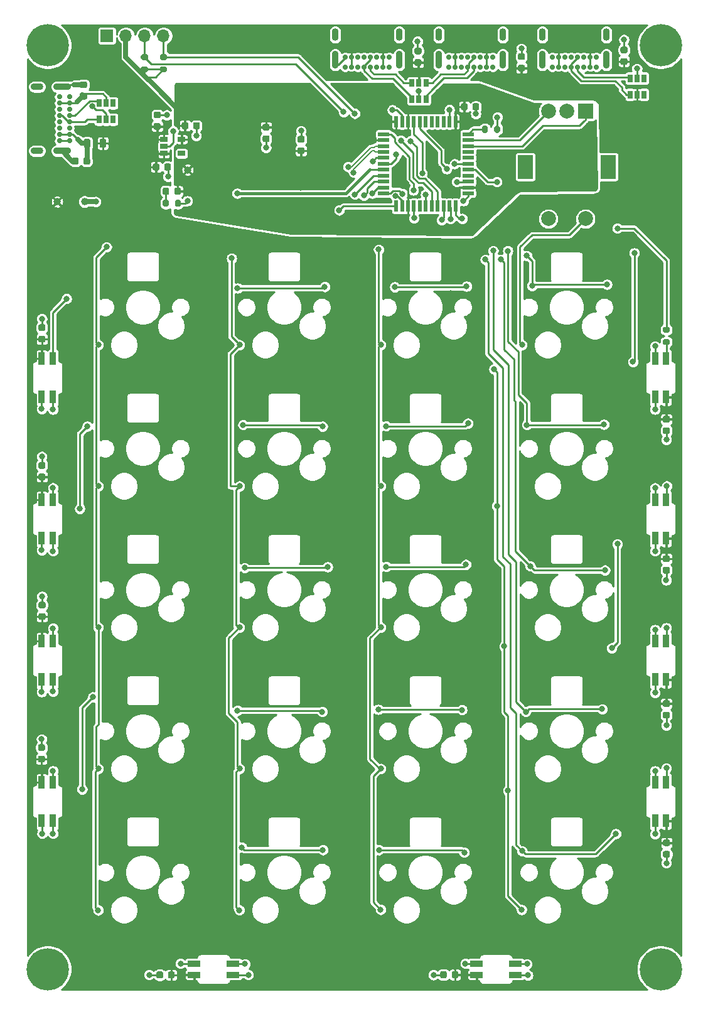
<source format=gbr>
%TF.GenerationSoftware,KiCad,Pcbnew,(5.1.8)-1*%
%TF.CreationDate,2022-08-08T09:51:38+10:00*%
%TF.ProjectId,Macropad,4d616372-6f70-4616-942e-6b696361645f,rev?*%
%TF.SameCoordinates,Original*%
%TF.FileFunction,Copper,L1,Top*%
%TF.FilePolarity,Positive*%
%FSLAX46Y46*%
G04 Gerber Fmt 4.6, Leading zero omitted, Abs format (unit mm)*
G04 Created by KiCad (PCBNEW (5.1.8)-1) date 2022-08-08 09:51:38*
%MOMM*%
%LPD*%
G01*
G04 APERTURE LIST*
%TA.AperFunction,SMDPad,CuDef*%
%ADD10R,0.820000X1.800000*%
%TD*%
%TA.AperFunction,SMDPad,CuDef*%
%ADD11R,1.800000X0.820000*%
%TD*%
%TA.AperFunction,SMDPad,CuDef*%
%ADD12C,1.000000*%
%TD*%
%TA.AperFunction,SMDPad,CuDef*%
%ADD13R,0.650000X1.060000*%
%TD*%
%TA.AperFunction,ComponentPad*%
%ADD14O,0.900000X1.700000*%
%TD*%
%TA.AperFunction,ComponentPad*%
%ADD15O,0.900000X2.400000*%
%TD*%
%TA.AperFunction,ComponentPad*%
%ADD16C,0.700000*%
%TD*%
%TA.AperFunction,SMDPad,CuDef*%
%ADD17R,1.500000X0.550000*%
%TD*%
%TA.AperFunction,SMDPad,CuDef*%
%ADD18R,0.550000X1.500000*%
%TD*%
%TA.AperFunction,ComponentPad*%
%ADD19O,1.700000X0.900000*%
%TD*%
%TA.AperFunction,ComponentPad*%
%ADD20O,2.400000X0.900000*%
%TD*%
%TA.AperFunction,SMDPad,CuDef*%
%ADD21R,1.000000X0.700000*%
%TD*%
%TA.AperFunction,ComponentPad*%
%ADD22C,2.000000*%
%TD*%
%TA.AperFunction,ComponentPad*%
%ADD23R,2.000000X3.200000*%
%TD*%
%TA.AperFunction,ComponentPad*%
%ADD24R,2.000000X2.000000*%
%TD*%
%TA.AperFunction,ComponentPad*%
%ADD25O,1.700000X1.700000*%
%TD*%
%TA.AperFunction,ComponentPad*%
%ADD26R,1.700000X1.700000*%
%TD*%
%TA.AperFunction,ComponentPad*%
%ADD27C,5.700000*%
%TD*%
%TA.AperFunction,ViaPad*%
%ADD28C,0.800000*%
%TD*%
%TA.AperFunction,Conductor*%
%ADD29C,0.250000*%
%TD*%
%TA.AperFunction,Conductor*%
%ADD30C,0.635000*%
%TD*%
%TA.AperFunction,Conductor*%
%ADD31C,0.381000*%
%TD*%
%TA.AperFunction,Conductor*%
%ADD32C,0.200000*%
%TD*%
%TA.AperFunction,Conductor*%
%ADD33C,0.254000*%
%TD*%
%TA.AperFunction,Conductor*%
%ADD34C,0.100000*%
%TD*%
G04 APERTURE END LIST*
%TO.P,R2,2*%
%TO.N,Net-(D1-Pad1)*%
%TA.AperFunction,SMDPad,CuDef*%
G36*
G01*
X63180000Y-83765000D02*
X63180000Y-84315000D01*
G75*
G02*
X62980000Y-84515000I-200000J0D01*
G01*
X62580000Y-84515000D01*
G75*
G02*
X62380000Y-84315000I0J200000D01*
G01*
X62380000Y-83765000D01*
G75*
G02*
X62580000Y-83565000I200000J0D01*
G01*
X62980000Y-83565000D01*
G75*
G02*
X63180000Y-83765000I0J-200000D01*
G01*
G37*
%TD.AperFunction*%
%TO.P,R2,1*%
%TO.N,GND*%
%TA.AperFunction,SMDPad,CuDef*%
G36*
G01*
X64830000Y-83765000D02*
X64830000Y-84315000D01*
G75*
G02*
X64630000Y-84515000I-200000J0D01*
G01*
X64230000Y-84515000D01*
G75*
G02*
X64030000Y-84315000I0J200000D01*
G01*
X64030000Y-83765000D01*
G75*
G02*
X64230000Y-83565000I200000J0D01*
G01*
X64630000Y-83565000D01*
G75*
G02*
X64830000Y-83765000I0J-200000D01*
G01*
G37*
%TD.AperFunction*%
%TD*%
%TO.P,C30,2*%
%TO.N,GND*%
%TA.AperFunction,SMDPad,CuDef*%
G36*
G01*
X66475000Y-73825000D02*
X66475000Y-73325000D01*
G75*
G02*
X66700000Y-73100000I225000J0D01*
G01*
X67150000Y-73100000D01*
G75*
G02*
X67375000Y-73325000I0J-225000D01*
G01*
X67375000Y-73825000D01*
G75*
G02*
X67150000Y-74050000I-225000J0D01*
G01*
X66700000Y-74050000D01*
G75*
G02*
X66475000Y-73825000I0J225000D01*
G01*
G37*
%TD.AperFunction*%
%TO.P,C30,1*%
%TO.N,+3V3*%
%TA.AperFunction,SMDPad,CuDef*%
G36*
G01*
X64925000Y-73825000D02*
X64925000Y-73325000D01*
G75*
G02*
X65150000Y-73100000I225000J0D01*
G01*
X65600000Y-73100000D01*
G75*
G02*
X65825000Y-73325000I0J-225000D01*
G01*
X65825000Y-73825000D01*
G75*
G02*
X65600000Y-74050000I-225000J0D01*
G01*
X65150000Y-74050000D01*
G75*
G02*
X64925000Y-73825000I0J225000D01*
G01*
G37*
%TD.AperFunction*%
%TD*%
%TO.P,C28,2*%
%TO.N,GND*%
%TA.AperFunction,SMDPad,CuDef*%
G36*
G01*
X130050000Y-133075000D02*
X130550000Y-133075000D01*
G75*
G02*
X130775000Y-133300000I0J-225000D01*
G01*
X130775000Y-133750000D01*
G75*
G02*
X130550000Y-133975000I-225000J0D01*
G01*
X130050000Y-133975000D01*
G75*
G02*
X129825000Y-133750000I0J225000D01*
G01*
X129825000Y-133300000D01*
G75*
G02*
X130050000Y-133075000I225000J0D01*
G01*
G37*
%TD.AperFunction*%
%TO.P,C28,1*%
%TO.N,+5V*%
%TA.AperFunction,SMDPad,CuDef*%
G36*
G01*
X130050000Y-131525000D02*
X130550000Y-131525000D01*
G75*
G02*
X130775000Y-131750000I0J-225000D01*
G01*
X130775000Y-132200000D01*
G75*
G02*
X130550000Y-132425000I-225000J0D01*
G01*
X130050000Y-132425000D01*
G75*
G02*
X129825000Y-132200000I0J225000D01*
G01*
X129825000Y-131750000D01*
G75*
G02*
X130050000Y-131525000I225000J0D01*
G01*
G37*
%TD.AperFunction*%
%TD*%
D10*
%TO.P,D50,1*%
%TO.N,+5V*%
X46049500Y-104969000D03*
%TO.P,D50,2*%
%TO.N,RGB[1]*%
X47549500Y-104969000D03*
%TO.P,D50,3*%
%TO.N,GND*%
X47549500Y-110169000D03*
%TO.P,D50,4*%
%TO.N,Net-(D48-Pad2)*%
X46049500Y-110169000D03*
%TD*%
%TO.P,D49,4*%
%TO.N,Net-(D47-Pad2)*%
X130290000Y-162119000D03*
%TO.P,D49,3*%
%TO.N,GND*%
X128790000Y-162119000D03*
%TO.P,D49,2*%
%TO.N,RGB[0]*%
X128790000Y-167319000D03*
%TO.P,D49,1*%
%TO.N,+5V*%
X130290000Y-167319000D03*
%TD*%
%TO.P,D48,4*%
%TO.N,Net-(D42-Pad2)*%
X46049500Y-129219000D03*
%TO.P,D48,3*%
%TO.N,GND*%
X47549500Y-129219000D03*
%TO.P,D48,2*%
%TO.N,Net-(D48-Pad2)*%
X47549500Y-124019000D03*
%TO.P,D48,1*%
%TO.N,+5V*%
X46049500Y-124019000D03*
%TD*%
%TO.P,D47,4*%
%TO.N,Net-(D41-Pad2)*%
X130290000Y-143069000D03*
%TO.P,D47,3*%
%TO.N,GND*%
X128790000Y-143069000D03*
%TO.P,D47,2*%
%TO.N,Net-(D47-Pad2)*%
X128790000Y-148269000D03*
%TO.P,D47,1*%
%TO.N,+5V*%
X130290000Y-148269000D03*
%TD*%
%TO.P,D42,4*%
%TO.N,Net-(D36-Pad2)*%
X46049500Y-148269000D03*
%TO.P,D42,3*%
%TO.N,GND*%
X47549500Y-148269000D03*
%TO.P,D42,2*%
%TO.N,Net-(D42-Pad2)*%
X47549500Y-143069000D03*
%TO.P,D42,1*%
%TO.N,+5V*%
X46049500Y-143069000D03*
%TD*%
%TO.P,D41,4*%
%TO.N,Net-(D35-Pad2)*%
X130290000Y-124019000D03*
%TO.P,D41,3*%
%TO.N,GND*%
X128790000Y-124019000D03*
%TO.P,D41,2*%
%TO.N,Net-(D41-Pad2)*%
X128790000Y-129219000D03*
%TO.P,D41,1*%
%TO.N,+5V*%
X130290000Y-129219000D03*
%TD*%
%TO.P,D36,4*%
%TO.N,Net-(D30-Pad2)*%
X46049500Y-167319000D03*
%TO.P,D36,3*%
%TO.N,GND*%
X47549500Y-167319000D03*
%TO.P,D36,2*%
%TO.N,Net-(D36-Pad2)*%
X47549500Y-162119000D03*
%TO.P,D36,1*%
%TO.N,+5V*%
X46049500Y-162119000D03*
%TD*%
%TO.P,D35,4*%
%TO.N,Net-(D35-Pad4)*%
X130290000Y-104969000D03*
%TO.P,D35,3*%
%TO.N,GND*%
X128790000Y-104969000D03*
%TO.P,D35,2*%
%TO.N,Net-(D35-Pad2)*%
X128790000Y-110169000D03*
%TO.P,D35,1*%
%TO.N,+5V*%
X130290000Y-110169000D03*
%TD*%
D11*
%TO.P,D30,4*%
%TO.N,Net-(D24-Pad2)*%
X71815000Y-188075000D03*
%TO.P,D30,3*%
%TO.N,GND*%
X71815000Y-186575000D03*
%TO.P,D30,2*%
%TO.N,Net-(D30-Pad2)*%
X66615000Y-186575000D03*
%TO.P,D30,1*%
%TO.N,+5V*%
X66615000Y-188075000D03*
%TD*%
%TO.P,D24,4*%
%TO.N,RGB[0]*%
X109915000Y-188075000D03*
%TO.P,D24,3*%
%TO.N,GND*%
X109915000Y-186575000D03*
%TO.P,D24,2*%
%TO.N,Net-(D24-Pad2)*%
X104715000Y-186575000D03*
%TO.P,D24,1*%
%TO.N,+5V*%
X104715000Y-188075000D03*
%TD*%
%TO.P,R17,2*%
%TO.N,SDA*%
%TA.AperFunction,SMDPad,CuDef*%
G36*
G01*
X62750000Y-64725000D02*
X62200000Y-64725000D01*
G75*
G02*
X62000000Y-64525000I0J200000D01*
G01*
X62000000Y-64125000D01*
G75*
G02*
X62200000Y-63925000I200000J0D01*
G01*
X62750000Y-63925000D01*
G75*
G02*
X62950000Y-64125000I0J-200000D01*
G01*
X62950000Y-64525000D01*
G75*
G02*
X62750000Y-64725000I-200000J0D01*
G01*
G37*
%TD.AperFunction*%
%TO.P,R17,1*%
%TO.N,+3V3*%
%TA.AperFunction,SMDPad,CuDef*%
G36*
G01*
X62750000Y-66375000D02*
X62200000Y-66375000D01*
G75*
G02*
X62000000Y-66175000I0J200000D01*
G01*
X62000000Y-65775000D01*
G75*
G02*
X62200000Y-65575000I200000J0D01*
G01*
X62750000Y-65575000D01*
G75*
G02*
X62950000Y-65775000I0J-200000D01*
G01*
X62950000Y-66175000D01*
G75*
G02*
X62750000Y-66375000I-200000J0D01*
G01*
G37*
%TD.AperFunction*%
%TD*%
%TO.P,R12,2*%
%TO.N,SCL*%
%TA.AperFunction,SMDPad,CuDef*%
G36*
G01*
X60175000Y-64725000D02*
X59625000Y-64725000D01*
G75*
G02*
X59425000Y-64525000I0J200000D01*
G01*
X59425000Y-64125000D01*
G75*
G02*
X59625000Y-63925000I200000J0D01*
G01*
X60175000Y-63925000D01*
G75*
G02*
X60375000Y-64125000I0J-200000D01*
G01*
X60375000Y-64525000D01*
G75*
G02*
X60175000Y-64725000I-200000J0D01*
G01*
G37*
%TD.AperFunction*%
%TO.P,R12,1*%
%TO.N,+3V3*%
%TA.AperFunction,SMDPad,CuDef*%
G36*
G01*
X60175000Y-66375000D02*
X59625000Y-66375000D01*
G75*
G02*
X59425000Y-66175000I0J200000D01*
G01*
X59425000Y-65775000D01*
G75*
G02*
X59625000Y-65575000I200000J0D01*
G01*
X60175000Y-65575000D01*
G75*
G02*
X60375000Y-65775000I0J-200000D01*
G01*
X60375000Y-66175000D01*
G75*
G02*
X60175000Y-66375000I-200000J0D01*
G01*
G37*
%TD.AperFunction*%
%TD*%
D12*
%TO.P,TP2,1*%
%TO.N,+3V3*%
X65730000Y-79530000D03*
%TD*%
%TO.P,C16,2*%
%TO.N,GND*%
%TA.AperFunction,SMDPad,CuDef*%
G36*
G01*
X62567400Y-79396400D02*
X62567400Y-78896400D01*
G75*
G02*
X62792400Y-78671400I225000J0D01*
G01*
X63242400Y-78671400D01*
G75*
G02*
X63467400Y-78896400I0J-225000D01*
G01*
X63467400Y-79396400D01*
G75*
G02*
X63242400Y-79621400I-225000J0D01*
G01*
X62792400Y-79621400D01*
G75*
G02*
X62567400Y-79396400I0J225000D01*
G01*
G37*
%TD.AperFunction*%
%TO.P,C16,1*%
%TO.N,+5V*%
%TA.AperFunction,SMDPad,CuDef*%
G36*
G01*
X61017400Y-79396400D02*
X61017400Y-78896400D01*
G75*
G02*
X61242400Y-78671400I225000J0D01*
G01*
X61692400Y-78671400D01*
G75*
G02*
X61917400Y-78896400I0J-225000D01*
G01*
X61917400Y-79396400D01*
G75*
G02*
X61692400Y-79621400I-225000J0D01*
G01*
X61242400Y-79621400D01*
G75*
G02*
X61017400Y-79396400I0J225000D01*
G01*
G37*
%TD.AperFunction*%
%TD*%
D13*
%TO.P,U8,5*%
%TO.N,+5V*%
X126339600Y-69383000D03*
%TO.P,U8,6*%
%TO.N,Net-(U8-Pad6)*%
X127289600Y-69383000D03*
%TO.P,U8,4*%
%TO.N,USB_D3-*%
X125389600Y-69383000D03*
%TO.P,U8,3*%
%TO.N,USB_D3+*%
X125389600Y-67183000D03*
%TO.P,U8,2*%
%TO.N,GND*%
X126339600Y-67183000D03*
%TO.P,U8,1*%
%TO.N,Net-(U8-Pad1)*%
X127289600Y-67183000D03*
%TD*%
%TO.P,U6,5*%
%TO.N,+5V*%
X96926400Y-67810200D03*
%TO.P,U6,6*%
%TO.N,USB_D1+*%
X95976400Y-67810200D03*
%TO.P,U6,4*%
%TO.N,USB_D2-*%
X97876400Y-67810200D03*
%TO.P,U6,3*%
%TO.N,USB_D2+*%
X97876400Y-70010200D03*
%TO.P,U6,2*%
%TO.N,GND*%
X96926400Y-70010200D03*
%TO.P,U6,1*%
%TO.N,USB_D1-*%
X95976400Y-70010200D03*
%TD*%
D14*
%TO.P,J5,S1*%
%TO.N,GND*%
X99595900Y-61299000D03*
X108245900Y-61299000D03*
D15*
X99595900Y-64679000D03*
X108245900Y-64679000D03*
D16*
%TO.P,J5,B6*%
%TO.N,USB_D2+*%
X103495900Y-64309000D03*
%TO.P,J5,B1*%
%TO.N,GND*%
X100945900Y-64309000D03*
%TO.P,J5,B4*%
%TO.N,+5V*%
X101795900Y-64309000D03*
%TO.P,J5,B5*%
%TO.N,Net-(J5-PadB5)*%
X102645900Y-64309000D03*
%TO.P,J5,B12*%
%TO.N,GND*%
X106895900Y-64309000D03*
%TO.P,J5,B8*%
%TO.N,Net-(J5-PadB8)*%
X105195900Y-64309000D03*
%TO.P,J5,B7*%
%TO.N,USB_D2-*%
X104345900Y-64309000D03*
%TO.P,J5,B9*%
%TO.N,+5V*%
X106045900Y-64309000D03*
%TO.P,J5,A12*%
%TO.N,GND*%
X100945900Y-65659000D03*
%TO.P,J5,A9*%
%TO.N,+5V*%
X101795900Y-65659000D03*
%TO.P,J5,A8*%
%TO.N,Net-(J5-PadA8)*%
X102645900Y-65659000D03*
%TO.P,J5,A7*%
%TO.N,USB_D2-*%
X103495900Y-65659000D03*
%TO.P,J5,A6*%
%TO.N,USB_D2+*%
X104345900Y-65659000D03*
%TO.P,J5,A5*%
%TO.N,Net-(J5-PadA5)*%
X105195900Y-65659000D03*
%TO.P,J5,A4*%
%TO.N,+5V*%
X106045900Y-65659000D03*
%TO.P,J5,A1*%
%TO.N,GND*%
X106895900Y-65659000D03*
%TD*%
%TO.P,C14,1*%
%TO.N,+5V*%
%TA.AperFunction,SMDPad,CuDef*%
G36*
G01*
X46320000Y-121390000D02*
X45820000Y-121390000D01*
G75*
G02*
X45595000Y-121165000I0J225000D01*
G01*
X45595000Y-120715000D01*
G75*
G02*
X45820000Y-120490000I225000J0D01*
G01*
X46320000Y-120490000D01*
G75*
G02*
X46545000Y-120715000I0J-225000D01*
G01*
X46545000Y-121165000D01*
G75*
G02*
X46320000Y-121390000I-225000J0D01*
G01*
G37*
%TD.AperFunction*%
%TO.P,C14,2*%
%TO.N,GND*%
%TA.AperFunction,SMDPad,CuDef*%
G36*
G01*
X46320000Y-119840000D02*
X45820000Y-119840000D01*
G75*
G02*
X45595000Y-119615000I0J225000D01*
G01*
X45595000Y-119165000D01*
G75*
G02*
X45820000Y-118940000I225000J0D01*
G01*
X46320000Y-118940000D01*
G75*
G02*
X46545000Y-119165000I0J-225000D01*
G01*
X46545000Y-119615000D01*
G75*
G02*
X46320000Y-119840000I-225000J0D01*
G01*
G37*
%TD.AperFunction*%
%TD*%
%TO.P,C23,1*%
%TO.N,+5V*%
%TA.AperFunction,SMDPad,CuDef*%
G36*
G01*
X46325000Y-102800000D02*
X45825000Y-102800000D01*
G75*
G02*
X45600000Y-102575000I0J225000D01*
G01*
X45600000Y-102125000D01*
G75*
G02*
X45825000Y-101900000I225000J0D01*
G01*
X46325000Y-101900000D01*
G75*
G02*
X46550000Y-102125000I0J-225000D01*
G01*
X46550000Y-102575000D01*
G75*
G02*
X46325000Y-102800000I-225000J0D01*
G01*
G37*
%TD.AperFunction*%
%TO.P,C23,2*%
%TO.N,GND*%
%TA.AperFunction,SMDPad,CuDef*%
G36*
G01*
X46325000Y-101250000D02*
X45825000Y-101250000D01*
G75*
G02*
X45600000Y-101025000I0J225000D01*
G01*
X45600000Y-100575000D01*
G75*
G02*
X45825000Y-100350000I225000J0D01*
G01*
X46325000Y-100350000D01*
G75*
G02*
X46550000Y-100575000I0J-225000D01*
G01*
X46550000Y-101025000D01*
G75*
G02*
X46325000Y-101250000I-225000J0D01*
G01*
G37*
%TD.AperFunction*%
%TD*%
%TO.P,C39,2*%
%TO.N,GND*%
%TA.AperFunction,SMDPad,CuDef*%
G36*
G01*
X111004160Y-64706320D02*
X110504160Y-64706320D01*
G75*
G02*
X110279160Y-64481320I0J225000D01*
G01*
X110279160Y-64031320D01*
G75*
G02*
X110504160Y-63806320I225000J0D01*
G01*
X111004160Y-63806320D01*
G75*
G02*
X111229160Y-64031320I0J-225000D01*
G01*
X111229160Y-64481320D01*
G75*
G02*
X111004160Y-64706320I-225000J0D01*
G01*
G37*
%TD.AperFunction*%
%TO.P,C39,1*%
%TO.N,+5V*%
%TA.AperFunction,SMDPad,CuDef*%
G36*
G01*
X111004160Y-66256320D02*
X110504160Y-66256320D01*
G75*
G02*
X110279160Y-66031320I0J225000D01*
G01*
X110279160Y-65581320D01*
G75*
G02*
X110504160Y-65356320I225000J0D01*
G01*
X111004160Y-65356320D01*
G75*
G02*
X111229160Y-65581320I0J-225000D01*
G01*
X111229160Y-66031320D01*
G75*
G02*
X111004160Y-66256320I-225000J0D01*
G01*
G37*
%TD.AperFunction*%
%TD*%
%TO.P,C46,2*%
%TO.N,GND*%
%TA.AperFunction,SMDPad,CuDef*%
G36*
G01*
X124837000Y-63810000D02*
X124337000Y-63810000D01*
G75*
G02*
X124112000Y-63585000I0J225000D01*
G01*
X124112000Y-63135000D01*
G75*
G02*
X124337000Y-62910000I225000J0D01*
G01*
X124837000Y-62910000D01*
G75*
G02*
X125062000Y-63135000I0J-225000D01*
G01*
X125062000Y-63585000D01*
G75*
G02*
X124837000Y-63810000I-225000J0D01*
G01*
G37*
%TD.AperFunction*%
%TO.P,C46,1*%
%TO.N,+5V*%
%TA.AperFunction,SMDPad,CuDef*%
G36*
G01*
X124837000Y-65360000D02*
X124337000Y-65360000D01*
G75*
G02*
X124112000Y-65135000I0J225000D01*
G01*
X124112000Y-64685000D01*
G75*
G02*
X124337000Y-64460000I225000J0D01*
G01*
X124837000Y-64460000D01*
G75*
G02*
X125062000Y-64685000I0J-225000D01*
G01*
X125062000Y-65135000D01*
G75*
G02*
X124837000Y-65360000I-225000J0D01*
G01*
G37*
%TD.AperFunction*%
%TD*%
%TO.P,C45,2*%
%TO.N,GND*%
%TA.AperFunction,SMDPad,CuDef*%
G36*
G01*
X97054480Y-63954480D02*
X96554480Y-63954480D01*
G75*
G02*
X96329480Y-63729480I0J225000D01*
G01*
X96329480Y-63279480D01*
G75*
G02*
X96554480Y-63054480I225000J0D01*
G01*
X97054480Y-63054480D01*
G75*
G02*
X97279480Y-63279480I0J-225000D01*
G01*
X97279480Y-63729480D01*
G75*
G02*
X97054480Y-63954480I-225000J0D01*
G01*
G37*
%TD.AperFunction*%
%TO.P,C45,1*%
%TO.N,+5V*%
%TA.AperFunction,SMDPad,CuDef*%
G36*
G01*
X97054480Y-65504480D02*
X96554480Y-65504480D01*
G75*
G02*
X96329480Y-65279480I0J225000D01*
G01*
X96329480Y-64829480D01*
G75*
G02*
X96554480Y-64604480I225000J0D01*
G01*
X97054480Y-64604480D01*
G75*
G02*
X97279480Y-64829480I0J-225000D01*
G01*
X97279480Y-65279480D01*
G75*
G02*
X97054480Y-65504480I-225000J0D01*
G01*
G37*
%TD.AperFunction*%
%TD*%
%TO.P,C38,2*%
%TO.N,GND*%
%TA.AperFunction,SMDPad,CuDef*%
G36*
G01*
X76051600Y-74887000D02*
X76551600Y-74887000D01*
G75*
G02*
X76776600Y-75112000I0J-225000D01*
G01*
X76776600Y-75562000D01*
G75*
G02*
X76551600Y-75787000I-225000J0D01*
G01*
X76051600Y-75787000D01*
G75*
G02*
X75826600Y-75562000I0J225000D01*
G01*
X75826600Y-75112000D01*
G75*
G02*
X76051600Y-74887000I225000J0D01*
G01*
G37*
%TD.AperFunction*%
%TO.P,C38,1*%
%TO.N,+3V3*%
%TA.AperFunction,SMDPad,CuDef*%
G36*
G01*
X76051600Y-73337000D02*
X76551600Y-73337000D01*
G75*
G02*
X76776600Y-73562000I0J-225000D01*
G01*
X76776600Y-74012000D01*
G75*
G02*
X76551600Y-74237000I-225000J0D01*
G01*
X76051600Y-74237000D01*
G75*
G02*
X75826600Y-74012000I0J225000D01*
G01*
X75826600Y-73562000D01*
G75*
G02*
X76051600Y-73337000I225000J0D01*
G01*
G37*
%TD.AperFunction*%
%TD*%
%TO.P,C37,2*%
%TO.N,GND*%
%TA.AperFunction,SMDPad,CuDef*%
G36*
G01*
X81276000Y-75849600D02*
X80776000Y-75849600D01*
G75*
G02*
X80551000Y-75624600I0J225000D01*
G01*
X80551000Y-75174600D01*
G75*
G02*
X80776000Y-74949600I225000J0D01*
G01*
X81276000Y-74949600D01*
G75*
G02*
X81501000Y-75174600I0J-225000D01*
G01*
X81501000Y-75624600D01*
G75*
G02*
X81276000Y-75849600I-225000J0D01*
G01*
G37*
%TD.AperFunction*%
%TO.P,C37,1*%
%TO.N,+3V3*%
%TA.AperFunction,SMDPad,CuDef*%
G36*
G01*
X81276000Y-77399600D02*
X80776000Y-77399600D01*
G75*
G02*
X80551000Y-77174600I0J225000D01*
G01*
X80551000Y-76724600D01*
G75*
G02*
X80776000Y-76499600I225000J0D01*
G01*
X81276000Y-76499600D01*
G75*
G02*
X81501000Y-76724600I0J-225000D01*
G01*
X81501000Y-77174600D01*
G75*
G02*
X81276000Y-77399600I-225000J0D01*
G01*
G37*
%TD.AperFunction*%
%TD*%
D17*
%TO.P,U5,1*%
%TO.N,COL[2]*%
X92150960Y-74714600D03*
%TO.P,U5,2*%
%TO.N,+3V3*%
X92150960Y-75514600D03*
%TO.P,U5,3*%
%TO.N,USB_D4-*%
X92150960Y-76314600D03*
%TO.P,U5,4*%
%TO.N,USB_D4+*%
X92150960Y-77114600D03*
%TO.P,U5,5*%
%TO.N,GND*%
X92150960Y-77914600D03*
%TO.P,U5,6*%
%TO.N,Net-(C33-Pad1)*%
X92150960Y-78714600D03*
%TO.P,U5,7*%
%TO.N,VBUS*%
X92150960Y-79514600D03*
%TO.P,U5,8*%
%TO.N,COL[0]*%
X92150960Y-80314600D03*
%TO.P,U5,9*%
%TO.N,SCK*%
X92150960Y-81114600D03*
%TO.P,U5,10*%
%TO.N,MOSI*%
X92150960Y-81914600D03*
%TO.P,U5,11*%
%TO.N,MISO*%
X92150960Y-82714600D03*
D18*
%TO.P,U5,12*%
%TO.N,COL[1]*%
X93850960Y-84414600D03*
%TO.P,U5,13*%
%TO.N,RST*%
X94650960Y-84414600D03*
%TO.P,U5,14*%
%TO.N,+3V3*%
X95450960Y-84414600D03*
%TO.P,U5,15*%
%TO.N,GND*%
X96250960Y-84414600D03*
%TO.P,U5,16*%
%TO.N,Net-(U5-Pad16)*%
X97050960Y-84414600D03*
%TO.P,U5,17*%
%TO.N,Net-(U5-Pad17)*%
X97850960Y-84414600D03*
%TO.P,U5,18*%
%TO.N,SCL*%
X98650960Y-84414600D03*
%TO.P,U5,19*%
%TO.N,SDA*%
X99450960Y-84414600D03*
%TO.P,U5,20*%
%TO.N,ROW[1]*%
X100250960Y-84414600D03*
%TO.P,U5,21*%
%TO.N,ROW[2]*%
X101050960Y-84414600D03*
%TO.P,U5,22*%
%TO.N,ROW[3]*%
X101850960Y-84414600D03*
D17*
%TO.P,U5,23*%
%TO.N,GND*%
X103550960Y-82714600D03*
%TO.P,U5,24*%
%TO.N,+3V3*%
X103550960Y-81914600D03*
%TO.P,U5,25*%
%TO.N,ROW[4]*%
X103550960Y-81114600D03*
%TO.P,U5,26*%
%TO.N,Net-(U5-Pad26)*%
X103550960Y-80314600D03*
%TO.P,U5,27*%
%TO.N,ROW[5]*%
X103550960Y-79514600D03*
%TO.P,U5,28*%
%TO.N,COL[3]*%
X103550960Y-78714600D03*
%TO.P,U5,29*%
%TO.N,Net-(U5-Pad29)*%
X103550960Y-77914600D03*
%TO.P,U5,30*%
%TO.N,Net-(U5-Pad30)*%
X103550960Y-77114600D03*
%TO.P,U5,31*%
%TO.N,ROT_ENC_A*%
X103550960Y-76314600D03*
%TO.P,U5,32*%
%TO.N,ROT_ENC_B*%
X103550960Y-75514600D03*
%TO.P,U5,33*%
%TO.N,Net-(R19-Pad1)*%
X103550960Y-74714600D03*
D18*
%TO.P,U5,34*%
%TO.N,+3V3*%
X101850960Y-73014600D03*
%TO.P,U5,35*%
%TO.N,GND*%
X101050960Y-73014600D03*
%TO.P,U5,36*%
%TO.N,Net-(U5-Pad36)*%
X100250960Y-73014600D03*
%TO.P,U5,37*%
%TO.N,Net-(U5-Pad37)*%
X99450960Y-73014600D03*
%TO.P,U5,38*%
%TO.N,Net-(U5-Pad38)*%
X98650960Y-73014600D03*
%TO.P,U5,39*%
%TO.N,Net-(U5-Pad39)*%
X97850960Y-73014600D03*
%TO.P,U5,40*%
%TO.N,RGB_OUT*%
X97050960Y-73014600D03*
%TO.P,U5,41*%
%TO.N,ROW[0]*%
X96250960Y-73014600D03*
%TO.P,U5,42*%
%TO.N,+3V3*%
X95450960Y-73014600D03*
%TO.P,U5,43*%
%TO.N,GND*%
X94650960Y-73014600D03*
%TO.P,U5,44*%
%TO.N,+3V3*%
X93850960Y-73014600D03*
%TD*%
D13*
%TO.P,U2,5*%
%TO.N,VBUS*%
X54737000Y-70528000D03*
%TO.P,U2,6*%
%TO.N,Net-(J1-PadA7)*%
X53787000Y-70528000D03*
%TO.P,U2,4*%
%TO.N,Net-(U2-Pad4)*%
X55687000Y-70528000D03*
%TO.P,U2,3*%
%TO.N,Net-(U2-Pad3)*%
X55687000Y-72728000D03*
%TO.P,U2,2*%
%TO.N,GND*%
X54737000Y-72728000D03*
%TO.P,U2,1*%
%TO.N,Net-(J1-PadA6)*%
X53787000Y-72728000D03*
%TD*%
D14*
%TO.P,J6,S1*%
%TO.N,GND*%
X113565900Y-61299000D03*
X122215900Y-61299000D03*
D15*
X113565900Y-64679000D03*
X122215900Y-64679000D03*
D16*
%TO.P,J6,B6*%
%TO.N,USB_D3+*%
X117465900Y-64309000D03*
%TO.P,J6,B1*%
%TO.N,GND*%
X114915900Y-64309000D03*
%TO.P,J6,B4*%
%TO.N,+5V*%
X115765900Y-64309000D03*
%TO.P,J6,B5*%
%TO.N,Net-(J6-PadB5)*%
X116615900Y-64309000D03*
%TO.P,J6,B12*%
%TO.N,GND*%
X120865900Y-64309000D03*
%TO.P,J6,B8*%
%TO.N,Net-(J6-PadB8)*%
X119165900Y-64309000D03*
%TO.P,J6,B7*%
%TO.N,USB_D3-*%
X118315900Y-64309000D03*
%TO.P,J6,B9*%
%TO.N,+5V*%
X120015900Y-64309000D03*
%TO.P,J6,A12*%
%TO.N,GND*%
X114915900Y-65659000D03*
%TO.P,J6,A9*%
%TO.N,+5V*%
X115765900Y-65659000D03*
%TO.P,J6,A8*%
%TO.N,Net-(J6-PadA8)*%
X116615900Y-65659000D03*
%TO.P,J6,A7*%
%TO.N,USB_D3-*%
X117465900Y-65659000D03*
%TO.P,J6,A6*%
%TO.N,USB_D3+*%
X118315900Y-65659000D03*
%TO.P,J6,A5*%
%TO.N,Net-(J6-PadA5)*%
X119165900Y-65659000D03*
%TO.P,J6,A4*%
%TO.N,+5V*%
X120015900Y-65659000D03*
%TO.P,J6,A1*%
%TO.N,GND*%
X120865900Y-65659000D03*
%TD*%
D14*
%TO.P,J4,S1*%
%TO.N,GND*%
X85625900Y-61299000D03*
X94275900Y-61299000D03*
D15*
X85625900Y-64679000D03*
X94275900Y-64679000D03*
D16*
%TO.P,J4,B6*%
%TO.N,USB_D1+*%
X89525900Y-64309000D03*
%TO.P,J4,B1*%
%TO.N,GND*%
X86975900Y-64309000D03*
%TO.P,J4,B4*%
%TO.N,+5V*%
X87825900Y-64309000D03*
%TO.P,J4,B5*%
%TO.N,Net-(J4-PadB5)*%
X88675900Y-64309000D03*
%TO.P,J4,B12*%
%TO.N,GND*%
X92925900Y-64309000D03*
%TO.P,J4,B8*%
%TO.N,Net-(J4-PadB8)*%
X91225900Y-64309000D03*
%TO.P,J4,B7*%
%TO.N,USB_D1-*%
X90375900Y-64309000D03*
%TO.P,J4,B9*%
%TO.N,+5V*%
X92075900Y-64309000D03*
%TO.P,J4,A12*%
%TO.N,GND*%
X86975900Y-65659000D03*
%TO.P,J4,A9*%
%TO.N,+5V*%
X87825900Y-65659000D03*
%TO.P,J4,A8*%
%TO.N,Net-(J4-PadA8)*%
X88675900Y-65659000D03*
%TO.P,J4,A7*%
%TO.N,USB_D1-*%
X89525900Y-65659000D03*
%TO.P,J4,A6*%
%TO.N,USB_D1+*%
X90375900Y-65659000D03*
%TO.P,J4,A5*%
%TO.N,Net-(J4-PadA5)*%
X91225900Y-65659000D03*
%TO.P,J4,A4*%
%TO.N,+5V*%
X92075900Y-65659000D03*
%TO.P,J4,A1*%
%TO.N,GND*%
X92925900Y-65659000D03*
%TD*%
D19*
%TO.P,J1,S1*%
%TO.N,Net-(C1-Pad2)*%
X45424000Y-68328500D03*
X45424000Y-76978500D03*
D20*
X48804000Y-68328500D03*
X48804000Y-76978500D03*
D16*
%TO.P,J1,B6*%
%TO.N,Net-(J1-PadA6)*%
X48434000Y-72228500D03*
%TO.P,J1,B1*%
%TO.N,Net-(C1-Pad2)*%
X48434000Y-69678500D03*
%TO.P,J1,B4*%
%TO.N,VBUS*%
X48434000Y-70528500D03*
%TO.P,J1,B5*%
%TO.N,Net-(J1-PadB5)*%
X48434000Y-71378500D03*
%TO.P,J1,B12*%
%TO.N,Net-(C1-Pad2)*%
X48434000Y-75628500D03*
%TO.P,J1,B8*%
%TO.N,Net-(J1-PadB8)*%
X48434000Y-73928500D03*
%TO.P,J1,B7*%
%TO.N,Net-(J1-PadA7)*%
X48434000Y-73078500D03*
%TO.P,J1,B9*%
%TO.N,VBUS*%
X48434000Y-74778500D03*
%TO.P,J1,A12*%
%TO.N,Net-(C1-Pad2)*%
X49784000Y-69678500D03*
%TO.P,J1,A9*%
%TO.N,VBUS*%
X49784000Y-70528500D03*
%TO.P,J1,A8*%
%TO.N,Net-(J1-PadA8)*%
X49784000Y-71378500D03*
%TO.P,J1,A7*%
%TO.N,Net-(J1-PadA7)*%
X49784000Y-72228500D03*
%TO.P,J1,A6*%
%TO.N,Net-(J1-PadA6)*%
X49784000Y-73078500D03*
%TO.P,J1,A5*%
%TO.N,Net-(J1-PadA5)*%
X49784000Y-73928500D03*
%TO.P,J1,A4*%
%TO.N,VBUS*%
X49784000Y-74778500D03*
%TO.P,J1,A1*%
%TO.N,Net-(C1-Pad2)*%
X49784000Y-75628500D03*
%TD*%
%TO.P,FB2,2*%
%TO.N,VBUS*%
%TA.AperFunction,SMDPad,CuDef*%
G36*
G01*
X52609100Y-75564750D02*
X52609100Y-76327250D01*
G75*
G02*
X52390350Y-76546000I-218750J0D01*
G01*
X51952850Y-76546000D01*
G75*
G02*
X51734100Y-76327250I0J218750D01*
G01*
X51734100Y-75564750D01*
G75*
G02*
X51952850Y-75346000I218750J0D01*
G01*
X52390350Y-75346000D01*
G75*
G02*
X52609100Y-75564750I0J-218750D01*
G01*
G37*
%TD.AperFunction*%
%TO.P,FB2,1*%
%TO.N,+5V*%
%TA.AperFunction,SMDPad,CuDef*%
G36*
G01*
X54734100Y-75564750D02*
X54734100Y-76327250D01*
G75*
G02*
X54515350Y-76546000I-218750J0D01*
G01*
X54077850Y-76546000D01*
G75*
G02*
X53859100Y-76327250I0J218750D01*
G01*
X53859100Y-75564750D01*
G75*
G02*
X54077850Y-75346000I218750J0D01*
G01*
X54515350Y-75346000D01*
G75*
G02*
X54734100Y-75564750I0J-218750D01*
G01*
G37*
%TD.AperFunction*%
%TD*%
%TO.P,D1,2*%
%TO.N,+3V3*%
%TA.AperFunction,SMDPad,CuDef*%
G36*
G01*
X63932500Y-82666250D02*
X63932500Y-82153750D01*
G75*
G02*
X64151250Y-81935000I218750J0D01*
G01*
X64588750Y-81935000D01*
G75*
G02*
X64807500Y-82153750I0J-218750D01*
G01*
X64807500Y-82666250D01*
G75*
G02*
X64588750Y-82885000I-218750J0D01*
G01*
X64151250Y-82885000D01*
G75*
G02*
X63932500Y-82666250I0J218750D01*
G01*
G37*
%TD.AperFunction*%
%TO.P,D1,1*%
%TO.N,Net-(D1-Pad1)*%
%TA.AperFunction,SMDPad,CuDef*%
G36*
G01*
X62357500Y-82666250D02*
X62357500Y-82153750D01*
G75*
G02*
X62576250Y-81935000I218750J0D01*
G01*
X63013750Y-81935000D01*
G75*
G02*
X63232500Y-82153750I0J-218750D01*
G01*
X63232500Y-82666250D01*
G75*
G02*
X63013750Y-82885000I-218750J0D01*
G01*
X62576250Y-82885000D01*
G75*
G02*
X62357500Y-82666250I0J218750D01*
G01*
G37*
%TD.AperFunction*%
%TD*%
%TO.P,C3,2*%
%TO.N,GND*%
%TA.AperFunction,SMDPad,CuDef*%
G36*
G01*
X61870400Y-72573000D02*
X61370400Y-72573000D01*
G75*
G02*
X61145400Y-72348000I0J225000D01*
G01*
X61145400Y-71898000D01*
G75*
G02*
X61370400Y-71673000I225000J0D01*
G01*
X61870400Y-71673000D01*
G75*
G02*
X62095400Y-71898000I0J-225000D01*
G01*
X62095400Y-72348000D01*
G75*
G02*
X61870400Y-72573000I-225000J0D01*
G01*
G37*
%TD.AperFunction*%
%TO.P,C3,1*%
%TO.N,+5V*%
%TA.AperFunction,SMDPad,CuDef*%
G36*
G01*
X61870400Y-74123000D02*
X61370400Y-74123000D01*
G75*
G02*
X61145400Y-73898000I0J225000D01*
G01*
X61145400Y-73448000D01*
G75*
G02*
X61370400Y-73223000I225000J0D01*
G01*
X61870400Y-73223000D01*
G75*
G02*
X62095400Y-73448000I0J-225000D01*
G01*
X62095400Y-73898000D01*
G75*
G02*
X61870400Y-74123000I-225000J0D01*
G01*
G37*
%TD.AperFunction*%
%TD*%
%TO.P,C2,1*%
%TO.N,VBUS*%
%TA.AperFunction,SMDPad,CuDef*%
G36*
G01*
X51950000Y-70050000D02*
X51450000Y-70050000D01*
G75*
G02*
X51225000Y-69825000I0J225000D01*
G01*
X51225000Y-69375000D01*
G75*
G02*
X51450000Y-69150000I225000J0D01*
G01*
X51950000Y-69150000D01*
G75*
G02*
X52175000Y-69375000I0J-225000D01*
G01*
X52175000Y-69825000D01*
G75*
G02*
X51950000Y-70050000I-225000J0D01*
G01*
G37*
%TD.AperFunction*%
%TO.P,C2,2*%
%TO.N,Net-(C1-Pad2)*%
%TA.AperFunction,SMDPad,CuDef*%
G36*
G01*
X51950000Y-68500000D02*
X51450000Y-68500000D01*
G75*
G02*
X51225000Y-68275000I0J225000D01*
G01*
X51225000Y-67825000D01*
G75*
G02*
X51450000Y-67600000I225000J0D01*
G01*
X51950000Y-67600000D01*
G75*
G02*
X52175000Y-67825000I0J-225000D01*
G01*
X52175000Y-68275000D01*
G75*
G02*
X51950000Y-68500000I-225000J0D01*
G01*
G37*
%TD.AperFunction*%
%TD*%
%TO.P,C1,2*%
%TO.N,Net-(C1-Pad2)*%
%TA.AperFunction,SMDPad,CuDef*%
G36*
G01*
X51025000Y-78100000D02*
X51025000Y-78600000D01*
G75*
G02*
X50800000Y-78825000I-225000J0D01*
G01*
X50350000Y-78825000D01*
G75*
G02*
X50125000Y-78600000I0J225000D01*
G01*
X50125000Y-78100000D01*
G75*
G02*
X50350000Y-77875000I225000J0D01*
G01*
X50800000Y-77875000D01*
G75*
G02*
X51025000Y-78100000I0J-225000D01*
G01*
G37*
%TD.AperFunction*%
%TO.P,C1,1*%
%TO.N,VBUS*%
%TA.AperFunction,SMDPad,CuDef*%
G36*
G01*
X52575000Y-78100000D02*
X52575000Y-78600000D01*
G75*
G02*
X52350000Y-78825000I-225000J0D01*
G01*
X51900000Y-78825000D01*
G75*
G02*
X51675000Y-78600000I0J225000D01*
G01*
X51675000Y-78100000D01*
G75*
G02*
X51900000Y-77875000I225000J0D01*
G01*
X52350000Y-77875000D01*
G75*
G02*
X52575000Y-78100000I0J-225000D01*
G01*
G37*
%TD.AperFunction*%
%TD*%
D21*
%TO.P,U1,5*%
%TO.N,+3V3*%
X64922400Y-75417600D03*
%TO.P,U1,4*%
%TO.N,Net-(U1-Pad4)*%
X64922400Y-77317600D03*
%TO.P,U1,3*%
%TO.N,+5V*%
X62522400Y-77317600D03*
%TO.P,U1,2*%
%TO.N,GND*%
X62522400Y-76367600D03*
%TO.P,U1,1*%
%TO.N,+5V*%
X62522400Y-75417600D03*
%TD*%
D12*
%TO.P,TP3,1*%
%TO.N,+5V*%
X48133000Y-83820000D03*
%TD*%
%TO.P,TP1,1*%
%TO.N,GND*%
X51816000Y-83820000D03*
%TD*%
D22*
%TO.P,SW21,S1*%
%TO.N,Net-(D22-Pad2)*%
X114380000Y-86128000D03*
%TO.P,SW21,S2*%
%TO.N,COL[3]*%
X119380000Y-86128000D03*
D23*
%TO.P,SW21,MP*%
%TO.N,N/C*%
X111280000Y-79128000D03*
X122480000Y-79128000D03*
D22*
%TO.P,SW21,B*%
%TO.N,ROT_ENC_B*%
X114380000Y-71628000D03*
%TO.P,SW21,C*%
%TO.N,GND*%
X116880000Y-71628000D03*
D24*
%TO.P,SW21,A*%
%TO.N,ROT_ENC_A*%
X119380000Y-71628000D03*
%TD*%
%TO.P,R19,2*%
%TO.N,GND*%
%TA.AperFunction,SMDPad,CuDef*%
G36*
G01*
X107075000Y-74338800D02*
X107075000Y-73788800D01*
G75*
G02*
X107275000Y-73588800I200000J0D01*
G01*
X107675000Y-73588800D01*
G75*
G02*
X107875000Y-73788800I0J-200000D01*
G01*
X107875000Y-74338800D01*
G75*
G02*
X107675000Y-74538800I-200000J0D01*
G01*
X107275000Y-74538800D01*
G75*
G02*
X107075000Y-74338800I0J200000D01*
G01*
G37*
%TD.AperFunction*%
%TO.P,R19,1*%
%TO.N,Net-(R19-Pad1)*%
%TA.AperFunction,SMDPad,CuDef*%
G36*
G01*
X105425000Y-74338800D02*
X105425000Y-73788800D01*
G75*
G02*
X105625000Y-73588800I200000J0D01*
G01*
X106025000Y-73588800D01*
G75*
G02*
X106225000Y-73788800I0J-200000D01*
G01*
X106225000Y-74338800D01*
G75*
G02*
X106025000Y-74538800I-200000J0D01*
G01*
X105625000Y-74538800D01*
G75*
G02*
X105425000Y-74338800I0J200000D01*
G01*
G37*
%TD.AperFunction*%
%TD*%
%TO.P,R16,1*%
%TO.N,RGB_OUT*%
%TA.AperFunction,SMDPad,CuDef*%
G36*
G01*
X130027000Y-100693000D02*
X130577000Y-100693000D01*
G75*
G02*
X130777000Y-100893000I0J-200000D01*
G01*
X130777000Y-101293000D01*
G75*
G02*
X130577000Y-101493000I-200000J0D01*
G01*
X130027000Y-101493000D01*
G75*
G02*
X129827000Y-101293000I0J200000D01*
G01*
X129827000Y-100893000D01*
G75*
G02*
X130027000Y-100693000I200000J0D01*
G01*
G37*
%TD.AperFunction*%
%TO.P,R16,2*%
%TO.N,Net-(D35-Pad4)*%
%TA.AperFunction,SMDPad,CuDef*%
G36*
G01*
X130027000Y-102343000D02*
X130577000Y-102343000D01*
G75*
G02*
X130777000Y-102543000I0J-200000D01*
G01*
X130777000Y-102943000D01*
G75*
G02*
X130577000Y-103143000I-200000J0D01*
G01*
X130027000Y-103143000D01*
G75*
G02*
X129827000Y-102943000I0J200000D01*
G01*
X129827000Y-102543000D01*
G75*
G02*
X130027000Y-102343000I200000J0D01*
G01*
G37*
%TD.AperFunction*%
%TD*%
D25*
%TO.P,J2,4*%
%TO.N,SDA*%
X62471300Y-61455300D03*
%TO.P,J2,3*%
%TO.N,SCL*%
X59931300Y-61455300D03*
%TO.P,J2,2*%
%TO.N,+3V3*%
X57391300Y-61455300D03*
D26*
%TO.P,J2,1*%
%TO.N,GND*%
X54851300Y-61455300D03*
%TD*%
D27*
%TO.P,H4,1*%
%TO.N,Net-(H4-Pad1)*%
X46863000Y-187325000D03*
%TD*%
%TO.P,H3,1*%
%TO.N,Net-(H3-Pad1)*%
X129540000Y-187325000D03*
%TD*%
%TO.P,H2,1*%
%TO.N,Net-(H2-Pad1)*%
X46863000Y-62738000D03*
%TD*%
%TO.P,H1,1*%
%TO.N,Net-(H1-Pad1)*%
X129540000Y-62738000D03*
%TD*%
%TO.P,C34,2*%
%TO.N,GND*%
%TA.AperFunction,SMDPad,CuDef*%
G36*
G01*
X104150000Y-71275000D02*
X104150000Y-70775000D01*
G75*
G02*
X104375000Y-70550000I225000J0D01*
G01*
X104825000Y-70550000D01*
G75*
G02*
X105050000Y-70775000I0J-225000D01*
G01*
X105050000Y-71275000D01*
G75*
G02*
X104825000Y-71500000I-225000J0D01*
G01*
X104375000Y-71500000D01*
G75*
G02*
X104150000Y-71275000I0J225000D01*
G01*
G37*
%TD.AperFunction*%
%TO.P,C34,1*%
%TO.N,+3V3*%
%TA.AperFunction,SMDPad,CuDef*%
G36*
G01*
X102600000Y-71275000D02*
X102600000Y-70775000D01*
G75*
G02*
X102825000Y-70550000I225000J0D01*
G01*
X103275000Y-70550000D01*
G75*
G02*
X103500000Y-70775000I0J-225000D01*
G01*
X103500000Y-71275000D01*
G75*
G02*
X103275000Y-71500000I-225000J0D01*
G01*
X102825000Y-71500000D01*
G75*
G02*
X102600000Y-71275000I0J225000D01*
G01*
G37*
%TD.AperFunction*%
%TD*%
%TO.P,C31,1*%
%TO.N,+5V*%
%TA.AperFunction,SMDPad,CuDef*%
G36*
G01*
X102240000Y-187820000D02*
X102240000Y-188320000D01*
G75*
G02*
X102015000Y-188545000I-225000J0D01*
G01*
X101565000Y-188545000D01*
G75*
G02*
X101340000Y-188320000I0J225000D01*
G01*
X101340000Y-187820000D01*
G75*
G02*
X101565000Y-187595000I225000J0D01*
G01*
X102015000Y-187595000D01*
G75*
G02*
X102240000Y-187820000I0J-225000D01*
G01*
G37*
%TD.AperFunction*%
%TO.P,C31,2*%
%TO.N,GND*%
%TA.AperFunction,SMDPad,CuDef*%
G36*
G01*
X100690000Y-187820000D02*
X100690000Y-188320000D01*
G75*
G02*
X100465000Y-188545000I-225000J0D01*
G01*
X100015000Y-188545000D01*
G75*
G02*
X99790000Y-188320000I0J225000D01*
G01*
X99790000Y-187820000D01*
G75*
G02*
X100015000Y-187595000I225000J0D01*
G01*
X100465000Y-187595000D01*
G75*
G02*
X100690000Y-187820000I0J-225000D01*
G01*
G37*
%TD.AperFunction*%
%TD*%
%TO.P,C25,1*%
%TO.N,+5V*%
%TA.AperFunction,SMDPad,CuDef*%
G36*
G01*
X46340000Y-140225000D02*
X45840000Y-140225000D01*
G75*
G02*
X45615000Y-140000000I0J225000D01*
G01*
X45615000Y-139550000D01*
G75*
G02*
X45840000Y-139325000I225000J0D01*
G01*
X46340000Y-139325000D01*
G75*
G02*
X46565000Y-139550000I0J-225000D01*
G01*
X46565000Y-140000000D01*
G75*
G02*
X46340000Y-140225000I-225000J0D01*
G01*
G37*
%TD.AperFunction*%
%TO.P,C25,2*%
%TO.N,GND*%
%TA.AperFunction,SMDPad,CuDef*%
G36*
G01*
X46340000Y-138675000D02*
X45840000Y-138675000D01*
G75*
G02*
X45615000Y-138450000I0J225000D01*
G01*
X45615000Y-138000000D01*
G75*
G02*
X45840000Y-137775000I225000J0D01*
G01*
X46340000Y-137775000D01*
G75*
G02*
X46565000Y-138000000I0J-225000D01*
G01*
X46565000Y-138450000D01*
G75*
G02*
X46340000Y-138675000I-225000J0D01*
G01*
G37*
%TD.AperFunction*%
%TD*%
%TO.P,C21,1*%
%TO.N,+5V*%
%TA.AperFunction,SMDPad,CuDef*%
G36*
G01*
X130075000Y-169825000D02*
X130575000Y-169825000D01*
G75*
G02*
X130800000Y-170050000I0J-225000D01*
G01*
X130800000Y-170500000D01*
G75*
G02*
X130575000Y-170725000I-225000J0D01*
G01*
X130075000Y-170725000D01*
G75*
G02*
X129850000Y-170500000I0J225000D01*
G01*
X129850000Y-170050000D01*
G75*
G02*
X130075000Y-169825000I225000J0D01*
G01*
G37*
%TD.AperFunction*%
%TO.P,C21,2*%
%TO.N,GND*%
%TA.AperFunction,SMDPad,CuDef*%
G36*
G01*
X130075000Y-171375000D02*
X130575000Y-171375000D01*
G75*
G02*
X130800000Y-171600000I0J-225000D01*
G01*
X130800000Y-172050000D01*
G75*
G02*
X130575000Y-172275000I-225000J0D01*
G01*
X130075000Y-172275000D01*
G75*
G02*
X129850000Y-172050000I0J225000D01*
G01*
X129850000Y-171600000D01*
G75*
G02*
X130075000Y-171375000I225000J0D01*
G01*
G37*
%TD.AperFunction*%
%TD*%
%TO.P,C18,1*%
%TO.N,+5V*%
%TA.AperFunction,SMDPad,CuDef*%
G36*
G01*
X130050000Y-151050000D02*
X130550000Y-151050000D01*
G75*
G02*
X130775000Y-151275000I0J-225000D01*
G01*
X130775000Y-151725000D01*
G75*
G02*
X130550000Y-151950000I-225000J0D01*
G01*
X130050000Y-151950000D01*
G75*
G02*
X129825000Y-151725000I0J225000D01*
G01*
X129825000Y-151275000D01*
G75*
G02*
X130050000Y-151050000I225000J0D01*
G01*
G37*
%TD.AperFunction*%
%TO.P,C18,2*%
%TO.N,GND*%
%TA.AperFunction,SMDPad,CuDef*%
G36*
G01*
X130050000Y-152600000D02*
X130550000Y-152600000D01*
G75*
G02*
X130775000Y-152825000I0J-225000D01*
G01*
X130775000Y-153275000D01*
G75*
G02*
X130550000Y-153500000I-225000J0D01*
G01*
X130050000Y-153500000D01*
G75*
G02*
X129825000Y-153275000I0J225000D01*
G01*
X129825000Y-152825000D01*
G75*
G02*
X130050000Y-152600000I225000J0D01*
G01*
G37*
%TD.AperFunction*%
%TD*%
%TO.P,C12,1*%
%TO.N,+5V*%
%TA.AperFunction,SMDPad,CuDef*%
G36*
G01*
X63970000Y-187850000D02*
X63970000Y-188350000D01*
G75*
G02*
X63745000Y-188575000I-225000J0D01*
G01*
X63295000Y-188575000D01*
G75*
G02*
X63070000Y-188350000I0J225000D01*
G01*
X63070000Y-187850000D01*
G75*
G02*
X63295000Y-187625000I225000J0D01*
G01*
X63745000Y-187625000D01*
G75*
G02*
X63970000Y-187850000I0J-225000D01*
G01*
G37*
%TD.AperFunction*%
%TO.P,C12,2*%
%TO.N,GND*%
%TA.AperFunction,SMDPad,CuDef*%
G36*
G01*
X62420000Y-187850000D02*
X62420000Y-188350000D01*
G75*
G02*
X62195000Y-188575000I-225000J0D01*
G01*
X61745000Y-188575000D01*
G75*
G02*
X61520000Y-188350000I0J225000D01*
G01*
X61520000Y-187850000D01*
G75*
G02*
X61745000Y-187625000I225000J0D01*
G01*
X62195000Y-187625000D01*
G75*
G02*
X62420000Y-187850000I0J-225000D01*
G01*
G37*
%TD.AperFunction*%
%TD*%
%TO.P,C8,1*%
%TO.N,+5V*%
%TA.AperFunction,SMDPad,CuDef*%
G36*
G01*
X46270000Y-159440000D02*
X45770000Y-159440000D01*
G75*
G02*
X45545000Y-159215000I0J225000D01*
G01*
X45545000Y-158765000D01*
G75*
G02*
X45770000Y-158540000I225000J0D01*
G01*
X46270000Y-158540000D01*
G75*
G02*
X46495000Y-158765000I0J-225000D01*
G01*
X46495000Y-159215000D01*
G75*
G02*
X46270000Y-159440000I-225000J0D01*
G01*
G37*
%TD.AperFunction*%
%TO.P,C8,2*%
%TO.N,GND*%
%TA.AperFunction,SMDPad,CuDef*%
G36*
G01*
X46270000Y-157890000D02*
X45770000Y-157890000D01*
G75*
G02*
X45545000Y-157665000I0J225000D01*
G01*
X45545000Y-157215000D01*
G75*
G02*
X45770000Y-156990000I225000J0D01*
G01*
X46270000Y-156990000D01*
G75*
G02*
X46495000Y-157215000I0J-225000D01*
G01*
X46495000Y-157665000D01*
G75*
G02*
X46270000Y-157890000I-225000J0D01*
G01*
G37*
%TD.AperFunction*%
%TD*%
%TO.P,C4,2*%
%TO.N,GND*%
%TA.AperFunction,SMDPad,CuDef*%
G36*
G01*
X130052000Y-114254460D02*
X130552000Y-114254460D01*
G75*
G02*
X130777000Y-114479460I0J-225000D01*
G01*
X130777000Y-114929460D01*
G75*
G02*
X130552000Y-115154460I-225000J0D01*
G01*
X130052000Y-115154460D01*
G75*
G02*
X129827000Y-114929460I0J225000D01*
G01*
X129827000Y-114479460D01*
G75*
G02*
X130052000Y-114254460I225000J0D01*
G01*
G37*
%TD.AperFunction*%
%TO.P,C4,1*%
%TO.N,+5V*%
%TA.AperFunction,SMDPad,CuDef*%
G36*
G01*
X130052000Y-112704460D02*
X130552000Y-112704460D01*
G75*
G02*
X130777000Y-112929460I0J-225000D01*
G01*
X130777000Y-113379460D01*
G75*
G02*
X130552000Y-113604460I-225000J0D01*
G01*
X130052000Y-113604460D01*
G75*
G02*
X129827000Y-113379460I0J225000D01*
G01*
X129827000Y-112929460D01*
G75*
G02*
X130052000Y-112704460I225000J0D01*
G01*
G37*
%TD.AperFunction*%
%TD*%
D28*
%TO.N,VBUS*%
X72410000Y-82700000D03*
%TO.N,GND*%
X96266000Y-86042500D03*
X53340000Y-83820000D03*
X102946200Y-83718400D03*
X101041200Y-71424800D03*
X128778000Y-103314500D03*
X128778000Y-122428000D03*
X128778000Y-141541500D03*
X128778000Y-160591500D03*
X111506000Y-186626500D03*
X73469500Y-186626500D03*
X47561500Y-169037000D03*
X47561500Y-149860000D03*
X47561500Y-130937000D03*
X47561500Y-111823500D03*
X110744000Y-63169800D03*
X96738440Y-62199520D03*
X52861998Y-70937120D03*
X124587000Y-61976000D03*
X90678000Y-78359000D03*
X93345000Y-71450200D03*
X96926400Y-68940202D03*
X62915800Y-72136000D03*
X63093600Y-80441800D03*
X126339600Y-65874900D03*
X76301600Y-76555600D03*
X81026000Y-74269600D03*
X130302000Y-115910360D03*
X130275000Y-134850000D03*
X130300000Y-173000000D03*
X130300000Y-154425000D03*
X98890000Y-188100000D03*
X60540000Y-188080000D03*
X46030000Y-156300000D03*
X46080000Y-137060000D03*
X46070000Y-118190000D03*
X46075000Y-99600000D03*
X104600000Y-71974990D03*
X107500000Y-72425000D03*
X65700000Y-83720000D03*
X66890000Y-74940000D03*
X63770000Y-74300000D03*
%TO.N,+5V*%
X55321200Y-148945600D03*
X74371200Y-148945600D03*
X93472000Y-148996400D03*
X112522000Y-148996400D03*
X112522000Y-110896400D03*
X93522800Y-110896400D03*
X74523600Y-110845600D03*
X55422800Y-110845600D03*
X62280800Y-170840400D03*
X83159600Y-169519600D03*
X102209600Y-169468800D03*
X121818400Y-168325800D03*
X63881000Y-131419600D03*
X82981800Y-131445000D03*
X101955600Y-131445000D03*
X121297700Y-131483100D03*
X83134200Y-93370400D03*
X102082600Y-93306900D03*
X121107200Y-93281500D03*
X63919100Y-93332300D03*
X64122300Y-95059500D03*
X81915000Y-96393000D03*
X101231700Y-96202500D03*
X120116600Y-96342200D03*
X113030000Y-109118400D03*
X93941900Y-109067600D03*
X74879200Y-109131100D03*
X55867300Y-108902500D03*
X63423800Y-134391400D03*
X82308700Y-134416800D03*
X101092000Y-134404100D03*
X120294400Y-134442200D03*
X113030000Y-147256500D03*
X93814900Y-147256500D03*
X74891900Y-147231100D03*
X55651400Y-147269200D03*
X66065400Y-169367200D03*
X82194400Y-172377100D03*
X100977700Y-172427900D03*
X119646700Y-170751500D03*
%TO.N,+3V3*%
X77012800Y-87020400D03*
X101158040Y-82179160D03*
X82423000Y-76136500D03*
X82613500Y-79311500D03*
X106045000Y-81978500D03*
X77622400Y-72491600D03*
X74739500Y-72453500D03*
X114427000Y-77216000D03*
X119227600Y-77266800D03*
X71056500Y-86423500D03*
X73998240Y-79205240D03*
X78968600Y-80873600D03*
X94742000Y-80421000D03*
X88410000Y-87720000D03*
X91760000Y-71930000D03*
X66990000Y-81790000D03*
X67180000Y-77040000D03*
X65980000Y-72320000D03*
X81009809Y-81909490D03*
%TO.N,Net-(C33-Pad1)*%
X93875000Y-77475000D03*
%TO.N,ROW[4]*%
X72466200Y-95478600D03*
X84226400Y-95300800D03*
X93675200Y-95326200D03*
X103352600Y-95237300D03*
X122301000Y-94983300D03*
X112205610Y-95173800D03*
X111467900Y-91109800D03*
X102044500Y-81140300D03*
%TO.N,ROW[3]*%
X73202800Y-113906300D03*
X83921600Y-114122200D03*
X92506800Y-114071400D03*
X103543100Y-113703100D03*
X121881900Y-113855500D03*
X111480600Y-113906300D03*
X102768400Y-86106000D03*
X108915200Y-90449400D03*
%TO.N,ROW[2]*%
X73418700Y-133184900D03*
X84620100Y-133083300D03*
X92519500Y-133045200D03*
X103263700Y-132753100D03*
X111950500Y-132956300D03*
X122021600Y-133515100D03*
X101180900Y-86131400D03*
X107988100Y-91617800D03*
%TO.N,ROW[1]*%
X72466200Y-152450800D03*
X83896200Y-152603200D03*
X91440000Y-152298400D03*
X102743000Y-152349200D03*
X121640600Y-152247600D03*
X111353600Y-152603200D03*
X106946700Y-90436700D03*
X99990000Y-86290000D03*
%TO.N,ROW[0]*%
X83972400Y-171246800D03*
X91541600Y-171246800D03*
X103047800Y-171577000D03*
X110845600Y-171373800D03*
X123494800Y-169062400D03*
X73019811Y-170891200D03*
X97375000Y-79975000D03*
X105879900Y-91630500D03*
%TO.N,RGB[0]*%
X128778000Y-169100500D03*
X111633000Y-188150500D03*
%TO.N,Net-(D24-Pad2)*%
X103187500Y-186563000D03*
X73914000Y-188087000D03*
%TO.N,RGB[1]*%
X49403000Y-96901000D03*
%TO.N,Net-(D25-Pad2)*%
X52197000Y-114109500D03*
X51181000Y-125222000D03*
%TO.N,Net-(D26-Pad2)*%
X51498500Y-163068000D03*
X52949990Y-150622000D03*
%TO.N,Net-(D30-Pad2)*%
X64770000Y-186563000D03*
X46101000Y-169037000D03*
%TO.N,Net-(D35-Pad2)*%
X128778000Y-111823500D03*
X130365500Y-122174000D03*
%TO.N,Net-(D36-Pad2)*%
X47561500Y-160591500D03*
X46037500Y-149923500D03*
%TO.N,Net-(D41-Pad2)*%
X128778000Y-130937000D03*
X130302000Y-141287500D03*
%TO.N,Net-(D42-Pad2)*%
X47561500Y-141351000D03*
X46037500Y-130810000D03*
%TO.N,Net-(D47-Pad2)*%
X128778000Y-150050500D03*
X130302000Y-160210500D03*
%TO.N,Net-(D48-Pad2)*%
X47561500Y-122428000D03*
X46037500Y-111760000D03*
%TO.N,SDA*%
X95800000Y-75650000D03*
X88270000Y-71930000D03*
%TO.N,SCL*%
X94500000Y-75575010D03*
X86772340Y-71717660D03*
%TO.N,RST*%
X93773505Y-83063072D03*
%TO.N,MOSI*%
X90631905Y-82689944D03*
%TO.N,SCK*%
X89509600Y-82981800D03*
%TO.N,MISO*%
X94725950Y-82758320D03*
%TO.N,RGB_OUT*%
X123703080Y-87416640D03*
X100675000Y-79400000D03*
%TO.N,COL[0]*%
X88277700Y-82829400D03*
X54800500Y-89928700D03*
X53675000Y-160274000D03*
X53670200Y-179374800D03*
X53675000Y-122174000D03*
X53675000Y-103124000D03*
X53675000Y-141224000D03*
%TO.N,COL[1]*%
X72725000Y-103124000D03*
X72694800Y-179349400D03*
X72725000Y-160274000D03*
X72725000Y-122174000D03*
X72725000Y-141224000D03*
X71660000Y-91460000D03*
X86180000Y-84970000D03*
%TO.N,COL[2]*%
X91770200Y-179285900D03*
X91775000Y-160274000D03*
X91775000Y-141224000D03*
X91775000Y-122174000D03*
X91775000Y-103124000D03*
X91490800Y-90271600D03*
X96175970Y-82272637D03*
%TO.N,COL[3]*%
X110782100Y-179298600D03*
X108953300Y-163245800D03*
X108432600Y-143776700D03*
X107454700Y-124841000D03*
X107048300Y-106413300D03*
X110825000Y-103124000D03*
X101738378Y-78728622D03*
%TO.N,ROW[5]*%
X107442000Y-81153000D03*
%TO.N,Net-(U5-Pad17)*%
X97830640Y-82839560D03*
%TO.N,Net-(D43-Pad4)*%
X125984000Y-90741500D03*
X125793500Y-105410000D03*
%TO.N,Net-(D44-Pad4)*%
X123698000Y-129984500D03*
X122936000Y-144018000D03*
%TO.N,USB_D4+*%
X88128232Y-79873232D03*
%TO.N,USB_D4-*%
X87385768Y-79130768D03*
%TD*%
D29*
%TO.N,Net-(C1-Pad2)*%
X48434000Y-75628500D02*
X49784000Y-75628500D01*
X49082500Y-68050000D02*
X48804000Y-68328500D01*
D30*
X51700000Y-68050000D02*
X50775000Y-68050000D01*
D29*
X50775000Y-68050000D02*
X49082500Y-68050000D01*
D30*
X50775000Y-68050000D02*
X50450000Y-68050000D01*
X50175500Y-78350000D02*
X48804000Y-76978500D01*
X50575000Y-78350000D02*
X50175500Y-78350000D01*
D29*
%TO.N,VBUS*%
X49784000Y-74778500D02*
X48434000Y-74778500D01*
X49784000Y-70528500D02*
X48434000Y-70528500D01*
X49784000Y-70528500D02*
X50642200Y-70528500D01*
X54737000Y-69748000D02*
X54737000Y-70528000D01*
X54267500Y-69278500D02*
X54737000Y-69748000D01*
X51892200Y-69278500D02*
X54267500Y-69278500D01*
X49784000Y-74778500D02*
X50278974Y-74778500D01*
D30*
X51446474Y-75946000D02*
X50907337Y-75406863D01*
X52171600Y-75946000D02*
X51446474Y-75946000D01*
D29*
X50278974Y-74778500D02*
X50907337Y-75406863D01*
D30*
X51550000Y-69620700D02*
X50835350Y-70335350D01*
X51550000Y-69425000D02*
X51550000Y-69620700D01*
D29*
X50835350Y-70335350D02*
X51892200Y-69278500D01*
X50642200Y-70528500D02*
X50835350Y-70335350D01*
D30*
X52175000Y-75949400D02*
X52171600Y-75946000D01*
X52171600Y-78303400D02*
X52125000Y-78350000D01*
X52171600Y-75946000D02*
X52171600Y-78303400D01*
D31*
X72410000Y-82700000D02*
X87069200Y-82700000D01*
D29*
X90254600Y-79514600D02*
X92150960Y-79514600D01*
D31*
X87069200Y-82700000D02*
X90254600Y-79514600D01*
D29*
%TO.N,GND*%
X86902500Y-64521502D02*
X86052500Y-65371502D01*
X86902500Y-64372500D02*
X86902500Y-64521502D01*
X96250960Y-86027460D02*
X96266000Y-86042500D01*
X96250960Y-84414600D02*
X96250960Y-86027460D01*
D30*
X51816000Y-83820000D02*
X53340000Y-83820000D01*
D29*
X103550960Y-83113640D02*
X102946200Y-83718400D01*
X103550960Y-82714600D02*
X103550960Y-83113640D01*
X101050960Y-71434560D02*
X101041200Y-71424800D01*
X101050960Y-73014600D02*
X101050960Y-71434560D01*
X128790000Y-103326500D02*
X128778000Y-103314500D01*
X128790000Y-104969000D02*
X128790000Y-103326500D01*
X128790000Y-122440000D02*
X128778000Y-122428000D01*
X128790000Y-124019000D02*
X128790000Y-122440000D01*
X128790000Y-141553500D02*
X128778000Y-141541500D01*
X128790000Y-143069000D02*
X128790000Y-141553500D01*
X128790000Y-160603500D02*
X128778000Y-160591500D01*
X128790000Y-162119000D02*
X128790000Y-160603500D01*
X111454500Y-186575000D02*
X111506000Y-186626500D01*
X109915000Y-186575000D02*
X111454500Y-186575000D01*
X73418000Y-186575000D02*
X73469500Y-186626500D01*
X71815000Y-186575000D02*
X73418000Y-186575000D01*
X47549500Y-169025000D02*
X47561500Y-169037000D01*
X47549500Y-167319000D02*
X47549500Y-169025000D01*
X47549500Y-149848000D02*
X47561500Y-149860000D01*
X47549500Y-148269000D02*
X47549500Y-149848000D01*
X47549500Y-130925000D02*
X47561500Y-130937000D01*
X47549500Y-129219000D02*
X47549500Y-130925000D01*
X47549500Y-111811500D02*
X47561500Y-111823500D01*
X47549500Y-110169000D02*
X47549500Y-111811500D01*
X110754160Y-63179960D02*
X110744000Y-63169800D01*
X110754160Y-64256320D02*
X110754160Y-63179960D01*
X96804480Y-63504480D02*
X96804480Y-63601600D01*
X96738440Y-63535560D02*
X96738440Y-62199520D01*
X96804480Y-63601600D02*
X96738440Y-63535560D01*
X54251653Y-71462653D02*
X53387531Y-71462653D01*
X53387531Y-71462653D02*
X52861998Y-70937120D01*
X54737000Y-71948000D02*
X54251653Y-71462653D01*
X54737000Y-72728000D02*
X54737000Y-71948000D01*
X124587000Y-63360000D02*
X124587000Y-62992000D01*
X124587000Y-62992000D02*
X124587000Y-61976000D01*
X91122400Y-77914600D02*
X90678000Y-78359000D01*
X92150960Y-77914600D02*
X91122400Y-77914600D01*
X96926400Y-70010200D02*
X96926400Y-68940202D01*
X94650960Y-73014600D02*
X94650960Y-72190475D01*
X94650960Y-72190475D02*
X93910685Y-71450200D01*
X93910685Y-71450200D02*
X93345000Y-71450200D01*
X62902800Y-72123000D02*
X62915800Y-72136000D01*
X61620400Y-72123000D02*
X62902800Y-72123000D01*
X63017400Y-79146400D02*
X63068200Y-79146400D01*
X63093600Y-79171800D02*
X63093600Y-80441800D01*
X63068200Y-79146400D02*
X63093600Y-79171800D01*
X126339600Y-67183000D02*
X126339600Y-65874900D01*
X76301600Y-75337000D02*
X76301600Y-76555600D01*
X81026000Y-75399600D02*
X81026000Y-74269600D01*
X130302000Y-116149120D02*
X130289300Y-116161820D01*
X130302000Y-114704460D02*
X130302000Y-116149120D01*
X130300000Y-134825000D02*
X130275000Y-134850000D01*
X130300000Y-133525000D02*
X130300000Y-134825000D01*
X130300000Y-171600000D02*
X130300000Y-173000000D01*
X130300000Y-153050000D02*
X130300000Y-154425000D01*
X98920000Y-188070000D02*
X98890000Y-188100000D01*
X100240000Y-188070000D02*
X98920000Y-188070000D01*
X60560000Y-188100000D02*
X60540000Y-188080000D01*
X61970000Y-188100000D02*
X60560000Y-188100000D01*
X46020000Y-156310000D02*
X46030000Y-156300000D01*
X46020000Y-157440000D02*
X46020000Y-156310000D01*
X46090000Y-136850000D02*
X46080000Y-136840000D01*
X46090000Y-138225000D02*
X46090000Y-136850000D01*
X46070000Y-118030000D02*
X46040000Y-118000000D01*
X46070000Y-119390000D02*
X46070000Y-118030000D01*
X46075000Y-100800000D02*
X46075000Y-99450000D01*
X104600000Y-71025000D02*
X104600000Y-71974990D01*
X107475000Y-72450000D02*
X107500000Y-72425000D01*
X107475000Y-74063800D02*
X107475000Y-72450000D01*
X65380000Y-84040000D02*
X65700000Y-83720000D01*
X64430000Y-84040000D02*
X65380000Y-84040000D01*
X66925000Y-74905000D02*
X66890000Y-74940000D01*
X66925000Y-73575000D02*
X66925000Y-74905000D01*
X63770000Y-75870000D02*
X63770000Y-74300000D01*
X63272400Y-76367600D02*
X63770000Y-75870000D01*
X62522400Y-76367600D02*
X63272400Y-76367600D01*
%TO.N,+5V*%
X87825900Y-65646300D02*
X87825900Y-64296300D01*
X92075900Y-65646300D02*
X92075900Y-64296300D01*
X101795900Y-64296300D02*
X101795900Y-65646300D01*
X106045900Y-65646300D02*
X106045900Y-64296300D01*
X115765900Y-64296300D02*
X115765900Y-65646300D01*
X120015900Y-64296300D02*
X120015900Y-65646300D01*
X101795900Y-64296300D02*
X101795900Y-63441900D01*
X106045900Y-64296300D02*
X106045900Y-63246900D01*
X115765900Y-64296300D02*
X115765900Y-63431100D01*
X120015900Y-64296300D02*
X120015900Y-63373900D01*
X87825900Y-64296300D02*
X87825900Y-63431100D01*
X92075900Y-64296300D02*
X92075900Y-63373900D01*
X97038200Y-65288200D02*
X96804480Y-65054480D01*
X96926400Y-65176400D02*
X96804480Y-65054480D01*
X96926400Y-67810200D02*
X96926400Y-65176400D01*
D30*
%TO.N,+3V3*%
X57391300Y-61455300D02*
X57391300Y-64325500D01*
D29*
X95450960Y-84414600D02*
X95450960Y-81240960D01*
X94742000Y-80532000D02*
X94742000Y-80421000D01*
X95450960Y-81240960D02*
X94742000Y-80532000D01*
X59900000Y-66834200D02*
X60070400Y-67004600D01*
X59900000Y-65975000D02*
X59900000Y-66834200D01*
D30*
X57391300Y-64325500D02*
X60070400Y-67004600D01*
D29*
X62475000Y-65975000D02*
X59900000Y-65975000D01*
X62475000Y-65975000D02*
X62425000Y-65975000D01*
D30*
X60732900Y-67667100D02*
X64655700Y-71589900D01*
X60070400Y-67004600D02*
X60732900Y-67667100D01*
D29*
X61445400Y-67004600D02*
X62475000Y-65975000D01*
X60070400Y-67004600D02*
X61445400Y-67004600D01*
%TO.N,Net-(C33-Pad1)*%
X93201085Y-78714600D02*
X92150960Y-78714600D01*
X93875000Y-78040685D02*
X93201085Y-78714600D01*
X93875000Y-77475000D02*
X93875000Y-78040685D01*
%TO.N,Net-(D1-Pad1)*%
X62780000Y-82425000D02*
X62795000Y-82410000D01*
X62780000Y-84040000D02*
X62780000Y-82425000D01*
%TO.N,ROW[4]*%
X84048600Y-95478600D02*
X84226400Y-95300800D01*
X72466200Y-95478600D02*
X84048600Y-95478600D01*
X103263700Y-95326200D02*
X103352600Y-95237300D01*
X93675200Y-95326200D02*
X103263700Y-95326200D01*
X112396110Y-94983300D02*
X112205610Y-95173800D01*
X122301000Y-94983300D02*
X112396110Y-94983300D01*
X103525260Y-81140300D02*
X103550960Y-81114600D01*
X102044500Y-81140300D02*
X103525260Y-81140300D01*
X112205610Y-91847510D02*
X111467900Y-91109800D01*
X112205610Y-95173800D02*
X112205610Y-91847510D01*
%TO.N,ROW[3]*%
X83705700Y-113906300D02*
X83921600Y-114122200D01*
X73202800Y-113906300D02*
X83705700Y-113906300D01*
X103174800Y-114071400D02*
X103543100Y-113703100D01*
X92506800Y-114071400D02*
X103174800Y-114071400D01*
X121831100Y-113906300D02*
X121881900Y-113855500D01*
X111480600Y-113906300D02*
X121831100Y-113906300D01*
X102768400Y-86106000D02*
X102349300Y-86106000D01*
X101850960Y-85607660D02*
X101850960Y-84414600D01*
X102349300Y-86106000D02*
X101850960Y-85607660D01*
X111480600Y-113906300D02*
X111480600Y-110998000D01*
X111480600Y-110998000D02*
X110337600Y-109855000D01*
X110337600Y-104076500D02*
X108915200Y-102654100D01*
X110337600Y-109855000D02*
X110337600Y-104076500D01*
X108915200Y-102654100D02*
X108915200Y-90449400D01*
%TO.N,ROW[2]*%
X84518500Y-133184900D02*
X84620100Y-133083300D01*
X73418700Y-133184900D02*
X84518500Y-133184900D01*
X102971600Y-133045200D02*
X103263700Y-132753100D01*
X92519500Y-133045200D02*
X102971600Y-133045200D01*
X112509300Y-133515100D02*
X122021600Y-133515100D01*
X111950500Y-132956300D02*
X112509300Y-133515100D01*
X101180900Y-84544540D02*
X101050960Y-84414600D01*
X101180900Y-86131400D02*
X101180900Y-84544540D01*
X108388099Y-92017799D02*
X107988100Y-91617800D01*
X109943900Y-130949700D02*
X109943900Y-110769400D01*
X111950500Y-132956300D02*
X109943900Y-130949700D01*
X109943900Y-110769400D02*
X109728000Y-110553500D01*
X109728000Y-105079800D02*
X108388099Y-103739899D01*
X109728000Y-110553500D02*
X109728000Y-105079800D01*
X108388099Y-103739899D02*
X108388099Y-92017799D01*
%TO.N,ROW[1]*%
X83743800Y-152450800D02*
X83896200Y-152603200D01*
X72466200Y-152450800D02*
X83743800Y-152450800D01*
X102692200Y-152298400D02*
X102743000Y-152349200D01*
X91440000Y-152298400D02*
X102692200Y-152298400D01*
X111353600Y-152603200D02*
X111760000Y-152196800D01*
X121589800Y-152196800D02*
X121640600Y-152247600D01*
X111760000Y-152196800D02*
X121589800Y-152196800D01*
X110020100Y-151269700D02*
X110020100Y-132372100D01*
X111353600Y-152603200D02*
X110020100Y-151269700D01*
X110020100Y-132372100D02*
X109016800Y-131368800D01*
X109016800Y-105841800D02*
X106946700Y-103771700D01*
X109016800Y-131368800D02*
X109016800Y-105841800D01*
X106946700Y-103771700D02*
X106946700Y-90436700D01*
X100250960Y-86029040D02*
X100250960Y-84414600D01*
X99990000Y-86290000D02*
X100250960Y-86029040D01*
%TO.N,ROW[0]*%
X102717600Y-171246800D02*
X103047800Y-171577000D01*
X91541600Y-171246800D02*
X102717600Y-171246800D01*
X120783401Y-171773799D02*
X123494800Y-169062400D01*
X111245599Y-171773799D02*
X120783401Y-171773799D01*
X110845600Y-171373800D02*
X111245599Y-171773799D01*
X73375411Y-171246800D02*
X73019811Y-170891200D01*
X83972400Y-171246800D02*
X73375411Y-171246800D01*
X106279899Y-92030499D02*
X105879900Y-91630500D01*
X110020100Y-170548300D02*
X110020100Y-152819100D01*
X110845600Y-171373800D02*
X110020100Y-170548300D01*
X110020100Y-152819100D02*
X109220000Y-152019000D01*
X109220000Y-152019000D02*
X109220000Y-132664200D01*
X109220000Y-132664200D02*
X108254800Y-131699000D01*
X108254800Y-131699000D02*
X108254800Y-106260900D01*
X108254800Y-106260900D02*
X106279899Y-104285999D01*
X106279899Y-104285999D02*
X106279899Y-92030499D01*
X97375000Y-79975000D02*
X97375000Y-75825000D01*
X96250960Y-74700960D02*
X96250960Y-73014600D01*
X97375000Y-75825000D02*
X96250960Y-74700960D01*
%TO.N,RGB[0]*%
X128790000Y-169088500D02*
X128778000Y-169100500D01*
X128790000Y-167319000D02*
X128790000Y-169088500D01*
X109990500Y-188150500D02*
X109915000Y-188075000D01*
X111633000Y-188150500D02*
X109990500Y-188150500D01*
%TO.N,Net-(D24-Pad2)*%
X103199500Y-186575000D02*
X103187500Y-186563000D01*
X104715000Y-186575000D02*
X103199500Y-186575000D01*
X71827000Y-188087000D02*
X71815000Y-188075000D01*
X73914000Y-188087000D02*
X71827000Y-188087000D01*
%TO.N,RGB[1]*%
X47549500Y-98754500D02*
X49403000Y-96901000D01*
X47549500Y-104969000D02*
X47549500Y-98754500D01*
%TO.N,Net-(D25-Pad2)*%
X51181000Y-115125500D02*
X51181000Y-125222000D01*
X52197000Y-114109500D02*
X51181000Y-115125500D01*
%TO.N,Net-(D26-Pad2)*%
X51498500Y-163068000D02*
X51498500Y-152073490D01*
X51498500Y-152073490D02*
X52949990Y-150622000D01*
%TO.N,Net-(D30-Pad2)*%
X64782000Y-186575000D02*
X64770000Y-186563000D01*
X66615000Y-186575000D02*
X64782000Y-186575000D01*
X46101000Y-167370500D02*
X46049500Y-167319000D01*
X46101000Y-169037000D02*
X46101000Y-167370500D01*
%TO.N,Net-(D35-Pad2)*%
X128790000Y-111811500D02*
X128778000Y-111823500D01*
X128790000Y-110169000D02*
X128790000Y-111811500D01*
X130365500Y-123943500D02*
X130290000Y-124019000D01*
X130365500Y-122174000D02*
X130365500Y-123943500D01*
%TO.N,Net-(D36-Pad2)*%
X47549500Y-160603500D02*
X47561500Y-160591500D01*
X47549500Y-162119000D02*
X47549500Y-160603500D01*
X46037500Y-148281000D02*
X46049500Y-148269000D01*
X46037500Y-149923500D02*
X46037500Y-148281000D01*
%TO.N,Net-(D41-Pad2)*%
X128790000Y-130925000D02*
X128778000Y-130937000D01*
X128790000Y-129219000D02*
X128790000Y-130925000D01*
X130302000Y-143057000D02*
X130290000Y-143069000D01*
X130302000Y-141287500D02*
X130302000Y-143057000D01*
%TO.N,Net-(D42-Pad2)*%
X47549500Y-141363000D02*
X47561500Y-141351000D01*
X47549500Y-143069000D02*
X47549500Y-141363000D01*
X46037500Y-129231000D02*
X46049500Y-129219000D01*
X46037500Y-130810000D02*
X46037500Y-129231000D01*
%TO.N,Net-(D47-Pad2)*%
X128790000Y-150038500D02*
X128778000Y-150050500D01*
X128790000Y-148269000D02*
X128790000Y-150038500D01*
X130302000Y-162107000D02*
X130290000Y-162119000D01*
X130302000Y-160210500D02*
X130302000Y-162107000D01*
%TO.N,Net-(D48-Pad2)*%
X47549500Y-122440000D02*
X47561500Y-122428000D01*
X47549500Y-124019000D02*
X47549500Y-122440000D01*
X46037500Y-110181000D02*
X46049500Y-110169000D01*
X46037500Y-111760000D02*
X46037500Y-110181000D01*
%TO.N,Net-(J1-PadA6)*%
X49980002Y-73078500D02*
X49831000Y-73078500D01*
X49634998Y-73078500D02*
X49784000Y-73078500D01*
X48784998Y-72228500D02*
X49634998Y-73078500D01*
X48434000Y-72228500D02*
X48784998Y-72228500D01*
X49784000Y-73078500D02*
X51838700Y-73078500D01*
X52189200Y-72728000D02*
X53787000Y-72728000D01*
X51838700Y-73078500D02*
X52189200Y-72728000D01*
%TO.N,Net-(J1-PadA7)*%
X52513996Y-70212118D02*
X53471118Y-70212118D01*
X49784000Y-72228500D02*
X50497614Y-72228500D01*
X50497614Y-72228500D02*
X52513996Y-70212118D01*
X53471118Y-70212118D02*
X53787000Y-70528000D01*
%TO.N,SDA*%
X99479100Y-84442740D02*
X99450960Y-84414600D01*
X62475000Y-61459000D02*
X62471300Y-61455300D01*
X62475000Y-64325000D02*
X62475000Y-61459000D01*
X97701760Y-80701760D02*
X96968979Y-80701760D01*
X96600020Y-80332801D02*
X96600020Y-76450020D01*
X96968979Y-80701760D02*
X96600020Y-80332801D01*
X96600020Y-76450020D02*
X95800000Y-75650000D01*
X99450960Y-84414600D02*
X99450960Y-82450960D01*
X99450960Y-82450960D02*
X97701760Y-80701760D01*
X80405000Y-64325000D02*
X62475000Y-64325000D01*
X80665000Y-64325000D02*
X80405000Y-64325000D01*
X88270000Y-71930000D02*
X80665000Y-64325000D01*
%TO.N,SCL*%
X59900000Y-61486600D02*
X59931300Y-61455300D01*
X59900000Y-64325000D02*
X59900000Y-61486600D01*
X98650960Y-82450960D02*
X97478160Y-81278160D01*
X97478160Y-81278160D02*
X96858575Y-81278160D01*
X96150009Y-80569594D02*
X96150009Y-77225019D01*
X96858575Y-81278160D02*
X96150009Y-80569594D01*
X98650960Y-84414600D02*
X98650960Y-82450960D01*
X96150009Y-77225019D02*
X94500000Y-75575010D01*
X80304670Y-65249990D02*
X86772340Y-71717660D01*
X59900000Y-64325000D02*
X60824990Y-65249990D01*
X60824990Y-65249990D02*
X80304670Y-65249990D01*
%TO.N,RST*%
X93987442Y-83063072D02*
X93773505Y-83063072D01*
X94650960Y-84414600D02*
X94650960Y-83726590D01*
X94650960Y-83726590D02*
X93987442Y-83063072D01*
%TO.N,MOSI*%
X92150960Y-81914600D02*
X91407249Y-81914600D01*
X91407249Y-81914600D02*
X90631905Y-82689944D01*
%TO.N,SCK*%
X92150960Y-81114600D02*
X90843400Y-81114600D01*
X89916000Y-82575400D02*
X89509600Y-82981800D01*
X90843400Y-81114600D02*
X89916000Y-82042000D01*
X89916000Y-82042000D02*
X89916000Y-82575400D01*
%TO.N,MISO*%
X93059898Y-82714600D02*
X93441499Y-82332999D01*
X92150960Y-82714600D02*
X93059898Y-82714600D01*
X94300629Y-82332999D02*
X94725950Y-82758320D01*
X93441499Y-82332999D02*
X94300629Y-82332999D01*
%TO.N,ROT_ENC_B*%
X110493400Y-75514600D02*
X103550960Y-75514600D01*
X114380000Y-71628000D02*
X110493400Y-75514600D01*
X114329200Y-71678800D02*
X114380000Y-71628000D01*
%TO.N,ROT_ENC_A*%
X105791000Y-76327000D02*
X105803400Y-76314600D01*
X105803400Y-76314600D02*
X103550960Y-76314600D01*
X119380000Y-71628000D02*
X119380000Y-72776080D01*
X118587520Y-73568560D02*
X113639600Y-73568560D01*
X110881160Y-76327000D02*
X105791000Y-76327000D01*
X113639600Y-73568560D02*
X110881160Y-76327000D01*
X118567200Y-73588880D02*
X119192040Y-72964040D01*
X119192040Y-72964040D02*
X118587520Y-73568560D01*
X119380000Y-72776080D02*
X119192040Y-72964040D01*
%TO.N,RGB_OUT*%
X123703080Y-87416640D02*
X125958600Y-87416640D01*
X130302000Y-91760040D02*
X130302000Y-101093000D01*
X125958600Y-87416640D02*
X130302000Y-91760040D01*
X97050960Y-74014600D02*
X99936360Y-76900000D01*
X97050960Y-73014600D02*
X97050960Y-74014600D01*
X99936360Y-78661360D02*
X100675000Y-79400000D01*
X99936360Y-76900000D02*
X99936360Y-78661360D01*
%TO.N,Net-(R19-Pad1)*%
X104201760Y-74063800D02*
X103550960Y-74714600D01*
X105825000Y-74063800D02*
X104201760Y-74063800D01*
%TO.N,COL[0]*%
X53670200Y-179374800D02*
X53270201Y-178974801D01*
X53270201Y-178974801D02*
X53270201Y-160678799D01*
X53270201Y-160678799D02*
X53675000Y-160274000D01*
X53409999Y-103389001D02*
X53675000Y-103124000D01*
X53409999Y-121908999D02*
X53409999Y-103389001D01*
X53675000Y-122174000D02*
X53409999Y-121908999D01*
X53409999Y-154617999D02*
X53675000Y-154352998D01*
X53675000Y-154352998D02*
X53675000Y-141224000D01*
X53675000Y-160274000D02*
X53409999Y-160008999D01*
X53409999Y-160008999D02*
X53409999Y-154617999D01*
X53675000Y-103124000D02*
X53409999Y-102858999D01*
X88277700Y-82829400D02*
X90792500Y-80314600D01*
X53409999Y-91319201D02*
X54800500Y-89928700D01*
X53409999Y-102858999D02*
X53409999Y-91319201D01*
X90792500Y-80314600D02*
X92150960Y-80314600D01*
X53409999Y-122439001D02*
X53675000Y-122174000D01*
X53409999Y-140958999D02*
X53409999Y-122439001D01*
X53675000Y-141224000D02*
X53409999Y-140958999D01*
%TO.N,COL[1]*%
X72694800Y-179349400D02*
X72294801Y-178949401D01*
X72294801Y-178949401D02*
X72294801Y-160704199D01*
X72294801Y-160704199D02*
X72725000Y-160274000D01*
X71274989Y-152798801D02*
X71274989Y-142674011D01*
X71274989Y-142674011D02*
X72725000Y-141224000D01*
X72459999Y-153983811D02*
X71274989Y-152798801D01*
X72459999Y-160008999D02*
X72459999Y-153983811D01*
X72725000Y-160274000D02*
X72459999Y-160008999D01*
X72725000Y-103124000D02*
X71628000Y-102027000D01*
X72277399Y-140958999D02*
X72277399Y-122621601D01*
X72725000Y-141224000D02*
X72459999Y-140958999D01*
X72277399Y-122621601D02*
X72725000Y-122174000D01*
X72459999Y-140958999D02*
X72277399Y-140958999D01*
X71501000Y-104348000D02*
X72725000Y-103124000D01*
X71501000Y-122174000D02*
X71501000Y-104348000D01*
X72725000Y-122174000D02*
X71501000Y-122174000D01*
X71628000Y-91492000D02*
X71660000Y-91460000D01*
X71628000Y-93202000D02*
X71628000Y-91492000D01*
X71628000Y-102027000D02*
X71628000Y-93202000D01*
X71628000Y-93202000D02*
X71628000Y-92049600D01*
X86180000Y-84970000D02*
X86750000Y-84400000D01*
X89760800Y-84400000D02*
X89775400Y-84414600D01*
X86750000Y-84400000D02*
X89760800Y-84400000D01*
X89775400Y-84414600D02*
X93850960Y-84414600D01*
%TO.N,COL[2]*%
X91770200Y-179285900D02*
X90766900Y-178282600D01*
X90766900Y-161282100D02*
X91775000Y-160274000D01*
X90766900Y-178282600D02*
X90766900Y-161282100D01*
X91775000Y-160274000D02*
X91630500Y-160274000D01*
X90324989Y-142674011D02*
X91775000Y-141224000D01*
X90324989Y-158968489D02*
X90324989Y-142674011D01*
X91630500Y-160274000D02*
X90324989Y-158968489D01*
X91509999Y-122439001D02*
X91775000Y-122174000D01*
X91509999Y-140958999D02*
X91509999Y-122439001D01*
X91775000Y-141224000D02*
X91509999Y-140958999D01*
X91509999Y-103389001D02*
X91775000Y-103124000D01*
X91509999Y-121908999D02*
X91509999Y-103389001D01*
X91775000Y-122174000D02*
X91509999Y-121908999D01*
X91775000Y-103124000D02*
X91509999Y-102858999D01*
X91509999Y-90290799D02*
X91490800Y-90271600D01*
X91509999Y-102858999D02*
X91509999Y-90290799D01*
X92150960Y-74714600D02*
X93150960Y-74714600D01*
X96175970Y-81329559D02*
X96175970Y-82272637D01*
X95648206Y-80801794D02*
X96175970Y-81329559D01*
X95648206Y-80801794D02*
X95648206Y-77758206D01*
X93653180Y-75763180D02*
X93653180Y-75216820D01*
X95648206Y-77758206D02*
X93653180Y-75763180D01*
X93150960Y-74714600D02*
X93653180Y-75216820D01*
%TO.N,COL[3]*%
X108953300Y-177469800D02*
X108953300Y-163245800D01*
X110782100Y-179298600D02*
X108953300Y-177469800D01*
X108953300Y-163245800D02*
X108953300Y-153136600D01*
X108432600Y-152615900D02*
X108432600Y-143776700D01*
X108953300Y-153136600D02*
X108432600Y-152615900D01*
X108432600Y-143776700D02*
X108432600Y-133019800D01*
X107454700Y-132041900D02*
X107454700Y-124841000D01*
X108432600Y-133019800D02*
X107454700Y-132041900D01*
X107454700Y-106819700D02*
X107048300Y-106413300D01*
X107454700Y-124841000D02*
X107454700Y-106819700D01*
X110559999Y-102858999D02*
X110559999Y-89922201D01*
X110825000Y-103124000D02*
X110559999Y-102858999D01*
X110559999Y-89922201D02*
X112179100Y-88303100D01*
X117204900Y-88303100D02*
X119380000Y-86128000D01*
X112179100Y-88303100D02*
X117204900Y-88303100D01*
X103550960Y-78714600D02*
X101752400Y-78714600D01*
X101752400Y-78714600D02*
X101738378Y-78728622D01*
%TO.N,ROW[5]*%
X103538160Y-79527400D02*
X103550960Y-79514600D01*
X104550960Y-79514600D02*
X103550960Y-79514600D01*
X106189360Y-81153000D02*
X104550960Y-79514600D01*
X107442000Y-81153000D02*
X106189360Y-81153000D01*
%TO.N,Net-(U5-Pad17)*%
X97830640Y-84394280D02*
X97850960Y-84414600D01*
X97830640Y-82839560D02*
X97830640Y-84394280D01*
%TO.N,Net-(D43-Pad4)*%
X125984000Y-105219500D02*
X125793500Y-105410000D01*
X125984000Y-90741500D02*
X125984000Y-105219500D01*
%TO.N,Net-(D44-Pad4)*%
X123698000Y-143256000D02*
X122936000Y-144018000D01*
X123698000Y-129984500D02*
X123698000Y-143256000D01*
D32*
%TO.N,USB_D4+*%
X88128232Y-79448967D02*
X90637599Y-76939600D01*
X90637599Y-76939600D02*
X90850959Y-76939600D01*
X90850959Y-76939600D02*
X91025959Y-77114600D01*
X91025959Y-77114600D02*
X92150960Y-77114600D01*
X88128232Y-79873232D02*
X88128232Y-79448967D01*
%TO.N,USB_D4-*%
X91025959Y-76314600D02*
X92150960Y-76314600D01*
X90850959Y-76489600D02*
X91025959Y-76314600D01*
X90451201Y-76489600D02*
X90850959Y-76489600D01*
X87810033Y-79130768D02*
X90451201Y-76489600D01*
X87385768Y-79130768D02*
X87810033Y-79130768D01*
D29*
%TO.N,USB_D1+*%
X90375900Y-66153974D02*
X90375900Y-65659000D01*
X90866086Y-66644160D02*
X90375900Y-66153974D01*
X94897480Y-67810200D02*
X93731440Y-66644160D01*
X95976400Y-67810200D02*
X94897480Y-67810200D01*
X93731440Y-66644160D02*
X90866086Y-66644160D01*
%TO.N,USB_D1-*%
X89525900Y-65497298D02*
X89525900Y-65646300D01*
X90375900Y-64647298D02*
X89525900Y-65497298D01*
X90375900Y-64296300D02*
X90375900Y-64647298D01*
X89525900Y-66153974D02*
X89525900Y-65659000D01*
X90610806Y-67238880D02*
X89525900Y-66153974D01*
X95976400Y-70010200D02*
X95976400Y-69763600D01*
X93451680Y-67238880D02*
X92400120Y-67238880D01*
X95976400Y-69763600D02*
X93451680Y-67238880D01*
X92400120Y-67238880D02*
X90610806Y-67238880D01*
%TO.N,USB_D2+*%
X104345900Y-66153974D02*
X104345900Y-65659000D01*
X103372754Y-67127120D02*
X104345900Y-66153974D01*
X100289360Y-67127120D02*
X103372754Y-67127120D01*
X97876400Y-69540080D02*
X98948240Y-68468240D01*
X97876400Y-70010200D02*
X97876400Y-69540080D01*
X98948240Y-68468240D02*
X100289360Y-67127120D01*
X98572320Y-68844160D02*
X98948240Y-68468240D01*
%TO.N,USB_D2-*%
X104345900Y-64445302D02*
X104345900Y-64296300D01*
X103670899Y-65120303D02*
X104345900Y-64445302D01*
X103670899Y-65498181D02*
X103670899Y-65120303D01*
X103522780Y-65646300D02*
X103670899Y-65498181D01*
X103495900Y-65646300D02*
X103522780Y-65646300D01*
X103495900Y-66153974D02*
X103495900Y-65659000D01*
X103005714Y-66644160D02*
X103495900Y-66153974D01*
X98726720Y-67810200D02*
X99892760Y-66644160D01*
X97876400Y-67810200D02*
X98726720Y-67810200D01*
X99892760Y-66644160D02*
X103005714Y-66644160D01*
%TO.N,USB_D3+*%
X118315900Y-66153974D02*
X118315900Y-65659000D01*
X119159326Y-66997400D02*
X118315900Y-66153974D01*
X125204000Y-66997400D02*
X125389600Y-67183000D01*
X124678400Y-66997400D02*
X123677500Y-66997400D01*
X123677500Y-66997400D02*
X125204000Y-66997400D01*
X123677500Y-66997400D02*
X119159326Y-66997400D01*
%TO.N,USB_D3-*%
X117465900Y-65295302D02*
X118315900Y-64445302D01*
X118315900Y-64445302D02*
X118315900Y-64296300D01*
X117465900Y-65646300D02*
X117465900Y-65295302D01*
X117465900Y-66153974D02*
X117465900Y-65659000D01*
X118825126Y-67513200D02*
X117465900Y-66153974D01*
X123418600Y-67513200D02*
X118825126Y-67513200D01*
X124294900Y-68389500D02*
X124294900Y-68745100D01*
X124294900Y-68389500D02*
X123418600Y-67513200D01*
X124932800Y-69383000D02*
X125389600Y-69383000D01*
X124294900Y-68745100D02*
X124932800Y-69383000D01*
%TO.N,Net-(D35-Pad4)*%
X130302000Y-104957000D02*
X130290000Y-104969000D01*
X130302000Y-102743000D02*
X130302000Y-104957000D01*
%TD*%
D33*
%TO.N,+5V*%
X127451034Y-60192588D02*
X126994588Y-60649034D01*
X126635960Y-61185758D01*
X126388933Y-61782134D01*
X126263000Y-62415244D01*
X126263000Y-63060756D01*
X126388933Y-63693866D01*
X126635960Y-64290242D01*
X126994588Y-64826966D01*
X127451034Y-65283412D01*
X127987758Y-65642040D01*
X128584134Y-65889067D01*
X129217244Y-66015000D01*
X129862756Y-66015000D01*
X130495866Y-65889067D01*
X131092242Y-65642040D01*
X131628966Y-65283412D01*
X132085412Y-64826966D01*
X132263000Y-64561187D01*
X132263001Y-185501814D01*
X132085412Y-185236034D01*
X131628966Y-184779588D01*
X131092242Y-184420960D01*
X130495866Y-184173933D01*
X129862756Y-184048000D01*
X129217244Y-184048000D01*
X128584134Y-184173933D01*
X127987758Y-184420960D01*
X127451034Y-184779588D01*
X126994588Y-185236034D01*
X126635960Y-185772758D01*
X126388933Y-186369134D01*
X126263000Y-187002244D01*
X126263000Y-187647756D01*
X126388933Y-188280866D01*
X126635960Y-188877242D01*
X126994588Y-189413966D01*
X127451034Y-189870412D01*
X127716813Y-190048000D01*
X48686187Y-190048000D01*
X48951966Y-189870412D01*
X49408412Y-189413966D01*
X49767040Y-188877242D01*
X50014067Y-188280866D01*
X50070223Y-187998548D01*
X59713000Y-187998548D01*
X59713000Y-188161452D01*
X59744782Y-188321227D01*
X59807123Y-188471731D01*
X59897628Y-188607181D01*
X60012819Y-188722372D01*
X60148269Y-188812877D01*
X60298773Y-188875218D01*
X60458548Y-188907000D01*
X60621452Y-188907000D01*
X60781227Y-188875218D01*
X60931731Y-188812877D01*
X61067181Y-188722372D01*
X61137553Y-188652000D01*
X61168356Y-188652000D01*
X61201164Y-188713380D01*
X61282505Y-188812495D01*
X61381620Y-188893836D01*
X61494700Y-188954278D01*
X61617398Y-188991498D01*
X61745000Y-189004066D01*
X62195000Y-189004066D01*
X62322602Y-188991498D01*
X62445300Y-188954278D01*
X62558380Y-188893836D01*
X62657495Y-188812495D01*
X62722557Y-188733216D01*
X62751678Y-188787696D01*
X62799289Y-188845711D01*
X62857304Y-188893322D01*
X62923492Y-188928701D01*
X62995311Y-188950487D01*
X63070000Y-188957843D01*
X63401750Y-188956000D01*
X63497000Y-188860750D01*
X63497000Y-188123000D01*
X63543000Y-188123000D01*
X63543000Y-188860750D01*
X63638250Y-188956000D01*
X63970000Y-188957843D01*
X64044689Y-188950487D01*
X64116508Y-188928701D01*
X64182696Y-188893322D01*
X64240711Y-188845711D01*
X64288322Y-188787696D01*
X64323701Y-188721508D01*
X64345487Y-188649689D01*
X64352843Y-188575000D01*
X64352379Y-188485000D01*
X65332157Y-188485000D01*
X65339513Y-188559689D01*
X65361299Y-188631508D01*
X65396678Y-188697696D01*
X65444289Y-188755711D01*
X65502304Y-188803322D01*
X65568492Y-188838701D01*
X65640311Y-188860487D01*
X65715000Y-188867843D01*
X66496750Y-188866000D01*
X66592000Y-188770750D01*
X66592000Y-188098000D01*
X65429250Y-188098000D01*
X65334000Y-188193250D01*
X65332157Y-188485000D01*
X64352379Y-188485000D01*
X64351000Y-188218250D01*
X64255750Y-188123000D01*
X63543000Y-188123000D01*
X63497000Y-188123000D01*
X63477000Y-188123000D01*
X63477000Y-188077000D01*
X63497000Y-188077000D01*
X63497000Y-187339250D01*
X63543000Y-187339250D01*
X63543000Y-188077000D01*
X64255750Y-188077000D01*
X64351000Y-187981750D01*
X64352843Y-187625000D01*
X64345487Y-187550311D01*
X64323701Y-187478492D01*
X64288322Y-187412304D01*
X64240711Y-187354289D01*
X64182696Y-187306678D01*
X64116508Y-187271299D01*
X64044689Y-187249513D01*
X63970000Y-187242157D01*
X63638250Y-187244000D01*
X63543000Y-187339250D01*
X63497000Y-187339250D01*
X63401750Y-187244000D01*
X63070000Y-187242157D01*
X62995311Y-187249513D01*
X62923492Y-187271299D01*
X62857304Y-187306678D01*
X62799289Y-187354289D01*
X62751678Y-187412304D01*
X62722557Y-187466784D01*
X62657495Y-187387505D01*
X62558380Y-187306164D01*
X62445300Y-187245722D01*
X62322602Y-187208502D01*
X62195000Y-187195934D01*
X61745000Y-187195934D01*
X61617398Y-187208502D01*
X61494700Y-187245722D01*
X61381620Y-187306164D01*
X61282505Y-187387505D01*
X61201164Y-187486620D01*
X61171560Y-187542007D01*
X61067181Y-187437628D01*
X60931731Y-187347123D01*
X60781227Y-187284782D01*
X60621452Y-187253000D01*
X60458548Y-187253000D01*
X60298773Y-187284782D01*
X60148269Y-187347123D01*
X60012819Y-187437628D01*
X59897628Y-187552819D01*
X59807123Y-187688269D01*
X59744782Y-187838773D01*
X59713000Y-187998548D01*
X50070223Y-187998548D01*
X50140000Y-187647756D01*
X50140000Y-187002244D01*
X50036428Y-186481548D01*
X63943000Y-186481548D01*
X63943000Y-186644452D01*
X63974782Y-186804227D01*
X64037123Y-186954731D01*
X64127628Y-187090181D01*
X64242819Y-187205372D01*
X64378269Y-187295877D01*
X64528773Y-187358218D01*
X64688548Y-187390000D01*
X64851452Y-187390000D01*
X65011227Y-187358218D01*
X65161731Y-187295877D01*
X65297181Y-187205372D01*
X65330704Y-187171849D01*
X65358245Y-187223376D01*
X65411605Y-187288395D01*
X65476624Y-187341755D01*
X65495808Y-187352009D01*
X65444289Y-187394289D01*
X65396678Y-187452304D01*
X65361299Y-187518492D01*
X65339513Y-187590311D01*
X65332157Y-187665000D01*
X65334000Y-187956750D01*
X65429250Y-188052000D01*
X66592000Y-188052000D01*
X66592000Y-188032000D01*
X66638000Y-188032000D01*
X66638000Y-188052000D01*
X66963001Y-188052000D01*
X66963001Y-188098000D01*
X66638000Y-188098000D01*
X66638000Y-188770750D01*
X66733250Y-188866000D01*
X66963001Y-188866542D01*
X66963001Y-188902785D01*
X66960813Y-188925000D01*
X66969540Y-189013607D01*
X66995386Y-189098810D01*
X67037357Y-189177333D01*
X67093841Y-189246159D01*
X67162667Y-189302643D01*
X67241190Y-189344614D01*
X67326393Y-189370460D01*
X67392795Y-189377000D01*
X67415000Y-189379187D01*
X67437205Y-189377000D01*
X70992795Y-189377000D01*
X71015000Y-189379187D01*
X71037205Y-189377000D01*
X71103607Y-189370460D01*
X71188810Y-189344614D01*
X71267333Y-189302643D01*
X71336159Y-189246159D01*
X71392643Y-189177333D01*
X71434614Y-189098810D01*
X71460460Y-189013607D01*
X71469187Y-188925000D01*
X71468110Y-188914066D01*
X72715000Y-188914066D01*
X72798707Y-188905822D01*
X72879196Y-188881405D01*
X72953376Y-188841755D01*
X73018395Y-188788395D01*
X73071755Y-188723376D01*
X73111405Y-188649196D01*
X73114498Y-188639000D01*
X73296447Y-188639000D01*
X73386819Y-188729372D01*
X73522269Y-188819877D01*
X73672773Y-188882218D01*
X73832548Y-188914000D01*
X73995452Y-188914000D01*
X74155227Y-188882218D01*
X74305731Y-188819877D01*
X74441181Y-188729372D01*
X74556372Y-188614181D01*
X74646877Y-188478731D01*
X74709218Y-188328227D01*
X74741000Y-188168452D01*
X74741000Y-188018548D01*
X98063000Y-188018548D01*
X98063000Y-188181452D01*
X98094782Y-188341227D01*
X98157123Y-188491731D01*
X98247628Y-188627181D01*
X98362819Y-188742372D01*
X98498269Y-188832877D01*
X98648773Y-188895218D01*
X98808548Y-188927000D01*
X98971452Y-188927000D01*
X99131227Y-188895218D01*
X99281731Y-188832877D01*
X99417181Y-188742372D01*
X99473422Y-188686131D01*
X99552505Y-188782495D01*
X99651620Y-188863836D01*
X99764700Y-188924278D01*
X99887398Y-188961498D01*
X100015000Y-188974066D01*
X100465000Y-188974066D01*
X100592602Y-188961498D01*
X100715300Y-188924278D01*
X100828380Y-188863836D01*
X100927495Y-188782495D01*
X100992557Y-188703216D01*
X101021678Y-188757696D01*
X101069289Y-188815711D01*
X101127304Y-188863322D01*
X101193492Y-188898701D01*
X101265311Y-188920487D01*
X101340000Y-188927843D01*
X101671750Y-188926000D01*
X101767000Y-188830750D01*
X101767000Y-188093000D01*
X101813000Y-188093000D01*
X101813000Y-188830750D01*
X101908250Y-188926000D01*
X102240000Y-188927843D01*
X102314689Y-188920487D01*
X102386508Y-188898701D01*
X102452696Y-188863322D01*
X102510711Y-188815711D01*
X102558322Y-188757696D01*
X102593701Y-188691508D01*
X102615487Y-188619689D01*
X102622843Y-188545000D01*
X102622534Y-188485000D01*
X103432157Y-188485000D01*
X103439513Y-188559689D01*
X103461299Y-188631508D01*
X103496678Y-188697696D01*
X103544289Y-188755711D01*
X103602304Y-188803322D01*
X103668492Y-188838701D01*
X103740311Y-188860487D01*
X103815000Y-188867843D01*
X104596750Y-188866000D01*
X104692000Y-188770750D01*
X104692000Y-188098000D01*
X103529250Y-188098000D01*
X103434000Y-188193250D01*
X103432157Y-188485000D01*
X102622534Y-188485000D01*
X102621000Y-188188250D01*
X102525750Y-188093000D01*
X101813000Y-188093000D01*
X101767000Y-188093000D01*
X101747000Y-188093000D01*
X101747000Y-188047000D01*
X101767000Y-188047000D01*
X101767000Y-187309250D01*
X101813000Y-187309250D01*
X101813000Y-188047000D01*
X102525750Y-188047000D01*
X102621000Y-187951750D01*
X102622843Y-187595000D01*
X102615487Y-187520311D01*
X102593701Y-187448492D01*
X102558322Y-187382304D01*
X102510711Y-187324289D01*
X102452696Y-187276678D01*
X102386508Y-187241299D01*
X102314689Y-187219513D01*
X102240000Y-187212157D01*
X101908250Y-187214000D01*
X101813000Y-187309250D01*
X101767000Y-187309250D01*
X101671750Y-187214000D01*
X101340000Y-187212157D01*
X101265311Y-187219513D01*
X101193492Y-187241299D01*
X101127304Y-187276678D01*
X101069289Y-187324289D01*
X101021678Y-187382304D01*
X100992557Y-187436784D01*
X100927495Y-187357505D01*
X100828380Y-187276164D01*
X100715300Y-187215722D01*
X100592602Y-187178502D01*
X100465000Y-187165934D01*
X100015000Y-187165934D01*
X99887398Y-187178502D01*
X99764700Y-187215722D01*
X99651620Y-187276164D01*
X99552505Y-187357505D01*
X99471164Y-187456620D01*
X99452009Y-187492456D01*
X99417181Y-187457628D01*
X99281731Y-187367123D01*
X99131227Y-187304782D01*
X98971452Y-187273000D01*
X98808548Y-187273000D01*
X98648773Y-187304782D01*
X98498269Y-187367123D01*
X98362819Y-187457628D01*
X98247628Y-187572819D01*
X98157123Y-187708269D01*
X98094782Y-187858773D01*
X98063000Y-188018548D01*
X74741000Y-188018548D01*
X74741000Y-188005548D01*
X74709218Y-187845773D01*
X74646877Y-187695269D01*
X74556372Y-187559819D01*
X74441181Y-187444628D01*
X74305731Y-187354123D01*
X74155227Y-187291782D01*
X74003877Y-187261676D01*
X74111872Y-187153681D01*
X74202377Y-187018231D01*
X74264718Y-186867727D01*
X74296500Y-186707952D01*
X74296500Y-186545048D01*
X74283869Y-186481548D01*
X102360500Y-186481548D01*
X102360500Y-186644452D01*
X102392282Y-186804227D01*
X102454623Y-186954731D01*
X102545128Y-187090181D01*
X102660319Y-187205372D01*
X102795769Y-187295877D01*
X102946273Y-187358218D01*
X103106048Y-187390000D01*
X103268952Y-187390000D01*
X103428727Y-187358218D01*
X103540347Y-187311983D01*
X103576624Y-187341755D01*
X103595808Y-187352009D01*
X103544289Y-187394289D01*
X103496678Y-187452304D01*
X103461299Y-187518492D01*
X103439513Y-187590311D01*
X103432157Y-187665000D01*
X103434000Y-187956750D01*
X103529250Y-188052000D01*
X104692000Y-188052000D01*
X104692000Y-188032000D01*
X104738000Y-188032000D01*
X104738000Y-188052000D01*
X105063001Y-188052000D01*
X105063001Y-188098000D01*
X104738000Y-188098000D01*
X104738000Y-188770750D01*
X104833250Y-188866000D01*
X105063001Y-188866542D01*
X105063001Y-188902785D01*
X105060813Y-188925000D01*
X105069540Y-189013607D01*
X105095386Y-189098810D01*
X105137357Y-189177333D01*
X105193841Y-189246159D01*
X105262667Y-189302643D01*
X105341190Y-189344614D01*
X105426393Y-189370460D01*
X105492795Y-189377000D01*
X105515000Y-189379187D01*
X105537205Y-189377000D01*
X109092795Y-189377000D01*
X109115000Y-189379187D01*
X109137205Y-189377000D01*
X109203607Y-189370460D01*
X109288810Y-189344614D01*
X109367333Y-189302643D01*
X109436159Y-189246159D01*
X109492643Y-189177333D01*
X109534614Y-189098810D01*
X109560460Y-189013607D01*
X109569187Y-188925000D01*
X109568110Y-188914066D01*
X110815000Y-188914066D01*
X110898707Y-188905822D01*
X110979196Y-188881405D01*
X111053376Y-188841755D01*
X111109744Y-188795495D01*
X111241269Y-188883377D01*
X111391773Y-188945718D01*
X111551548Y-188977500D01*
X111714452Y-188977500D01*
X111874227Y-188945718D01*
X112024731Y-188883377D01*
X112160181Y-188792872D01*
X112275372Y-188677681D01*
X112365877Y-188542231D01*
X112428218Y-188391727D01*
X112460000Y-188231952D01*
X112460000Y-188069048D01*
X112428218Y-187909273D01*
X112365877Y-187758769D01*
X112275372Y-187623319D01*
X112160181Y-187508128D01*
X112024731Y-187417623D01*
X111890922Y-187362197D01*
X111897731Y-187359377D01*
X112033181Y-187268872D01*
X112148372Y-187153681D01*
X112238877Y-187018231D01*
X112301218Y-186867727D01*
X112333000Y-186707952D01*
X112333000Y-186545048D01*
X112301218Y-186385273D01*
X112238877Y-186234769D01*
X112148372Y-186099319D01*
X112033181Y-185984128D01*
X111897731Y-185893623D01*
X111747227Y-185831282D01*
X111587452Y-185799500D01*
X111424548Y-185799500D01*
X111264773Y-185831282D01*
X111136959Y-185884225D01*
X111118395Y-185861605D01*
X111053376Y-185808245D01*
X110979196Y-185768595D01*
X110898707Y-185744178D01*
X110815000Y-185735934D01*
X109568110Y-185735934D01*
X109569187Y-185725000D01*
X109560460Y-185636393D01*
X109534614Y-185551190D01*
X109492643Y-185472667D01*
X109436159Y-185403841D01*
X109367333Y-185347357D01*
X109288810Y-185305386D01*
X109203607Y-185279540D01*
X109137205Y-185273000D01*
X109115000Y-185270813D01*
X109092795Y-185273000D01*
X105537205Y-185273000D01*
X105515000Y-185270813D01*
X105492795Y-185273000D01*
X105426393Y-185279540D01*
X105341190Y-185305386D01*
X105262667Y-185347357D01*
X105193841Y-185403841D01*
X105137357Y-185472667D01*
X105095386Y-185551190D01*
X105069540Y-185636393D01*
X105060813Y-185725000D01*
X105061890Y-185735934D01*
X103815000Y-185735934D01*
X103731293Y-185744178D01*
X103650804Y-185768595D01*
X103576624Y-185808245D01*
X103559782Y-185822067D01*
X103428727Y-185767782D01*
X103268952Y-185736000D01*
X103106048Y-185736000D01*
X102946273Y-185767782D01*
X102795769Y-185830123D01*
X102660319Y-185920628D01*
X102545128Y-186035819D01*
X102454623Y-186171269D01*
X102392282Y-186321773D01*
X102360500Y-186481548D01*
X74283869Y-186481548D01*
X74264718Y-186385273D01*
X74202377Y-186234769D01*
X74111872Y-186099319D01*
X73996681Y-185984128D01*
X73861231Y-185893623D01*
X73710727Y-185831282D01*
X73550952Y-185799500D01*
X73388048Y-185799500D01*
X73228273Y-185831282D01*
X73077769Y-185893623D01*
X73056393Y-185907906D01*
X73018395Y-185861605D01*
X72953376Y-185808245D01*
X72879196Y-185768595D01*
X72798707Y-185744178D01*
X72715000Y-185735934D01*
X71468110Y-185735934D01*
X71469187Y-185725000D01*
X71460460Y-185636393D01*
X71434614Y-185551190D01*
X71392643Y-185472667D01*
X71336159Y-185403841D01*
X71267333Y-185347357D01*
X71188810Y-185305386D01*
X71103607Y-185279540D01*
X71037205Y-185273000D01*
X71015000Y-185270813D01*
X70992795Y-185273000D01*
X67437205Y-185273000D01*
X67415000Y-185270813D01*
X67392795Y-185273000D01*
X67326393Y-185279540D01*
X67241190Y-185305386D01*
X67162667Y-185347357D01*
X67093841Y-185403841D01*
X67037357Y-185472667D01*
X66995386Y-185551190D01*
X66969540Y-185636393D01*
X66960813Y-185725000D01*
X66961890Y-185735934D01*
X65715000Y-185735934D01*
X65631293Y-185744178D01*
X65550804Y-185768595D01*
X65476624Y-185808245D01*
X65411605Y-185861605D01*
X65358245Y-185926624D01*
X65339063Y-185962510D01*
X65297181Y-185920628D01*
X65161731Y-185830123D01*
X65011227Y-185767782D01*
X64851452Y-185736000D01*
X64688548Y-185736000D01*
X64528773Y-185767782D01*
X64378269Y-185830123D01*
X64242819Y-185920628D01*
X64127628Y-186035819D01*
X64037123Y-186171269D01*
X63974782Y-186321773D01*
X63943000Y-186481548D01*
X50036428Y-186481548D01*
X50014067Y-186369134D01*
X49767040Y-185772758D01*
X49408412Y-185236034D01*
X48951966Y-184779588D01*
X48415242Y-184420960D01*
X47818866Y-184173933D01*
X47185756Y-184048000D01*
X46540244Y-184048000D01*
X45907134Y-184173933D01*
X45310758Y-184420960D01*
X44774034Y-184779588D01*
X44317588Y-185236034D01*
X44140000Y-185501813D01*
X44140000Y-162919000D01*
X44745313Y-162919000D01*
X44747500Y-162941205D01*
X44747501Y-166496785D01*
X44745313Y-166519000D01*
X44754040Y-166607607D01*
X44779886Y-166692810D01*
X44821857Y-166771333D01*
X44878341Y-166840159D01*
X44947167Y-166896643D01*
X45025690Y-166938614D01*
X45110893Y-166964460D01*
X45177295Y-166971000D01*
X45199500Y-166973187D01*
X45210434Y-166972110D01*
X45210434Y-168219000D01*
X45218678Y-168302707D01*
X45243095Y-168383196D01*
X45282745Y-168457376D01*
X45336105Y-168522395D01*
X45401124Y-168575755D01*
X45411032Y-168581051D01*
X45368123Y-168645269D01*
X45305782Y-168795773D01*
X45274000Y-168955548D01*
X45274000Y-169118452D01*
X45305782Y-169278227D01*
X45368123Y-169428731D01*
X45458628Y-169564181D01*
X45573819Y-169679372D01*
X45709269Y-169769877D01*
X45859773Y-169832218D01*
X46019548Y-169864000D01*
X46182452Y-169864000D01*
X46342227Y-169832218D01*
X46492731Y-169769877D01*
X46628181Y-169679372D01*
X46743372Y-169564181D01*
X46831250Y-169432663D01*
X46919128Y-169564181D01*
X47034319Y-169679372D01*
X47169769Y-169769877D01*
X47320273Y-169832218D01*
X47480048Y-169864000D01*
X47642952Y-169864000D01*
X47802727Y-169832218D01*
X47953231Y-169769877D01*
X48088681Y-169679372D01*
X48203872Y-169564181D01*
X48294377Y-169428731D01*
X48356718Y-169278227D01*
X48388500Y-169118452D01*
X48388500Y-168955548D01*
X48356718Y-168795773D01*
X48294377Y-168645269D01*
X48230202Y-168549225D01*
X48262895Y-168522395D01*
X48316255Y-168457376D01*
X48355905Y-168383196D01*
X48380322Y-168302707D01*
X48388566Y-168219000D01*
X48388566Y-166972110D01*
X48399500Y-166973187D01*
X48421705Y-166971000D01*
X48488107Y-166964460D01*
X48573310Y-166938614D01*
X48651833Y-166896643D01*
X48720659Y-166840159D01*
X48777143Y-166771333D01*
X48819114Y-166692810D01*
X48844960Y-166607607D01*
X48853687Y-166519000D01*
X48851500Y-166496795D01*
X48851500Y-162941205D01*
X48853687Y-162919000D01*
X48844960Y-162830393D01*
X48819114Y-162745190D01*
X48777143Y-162666667D01*
X48720659Y-162597841D01*
X48651833Y-162541357D01*
X48573310Y-162499386D01*
X48488107Y-162473540D01*
X48421705Y-162467000D01*
X48399500Y-162464813D01*
X48388566Y-162465890D01*
X48388566Y-161219000D01*
X48380322Y-161135293D01*
X48355905Y-161054804D01*
X48316255Y-160980624D01*
X48302433Y-160963782D01*
X48356718Y-160832727D01*
X48388500Y-160672952D01*
X48388500Y-160510048D01*
X48356718Y-160350273D01*
X48294377Y-160199769D01*
X48203872Y-160064319D01*
X48088681Y-159949128D01*
X47953231Y-159858623D01*
X47802727Y-159796282D01*
X47642952Y-159764500D01*
X47480048Y-159764500D01*
X47320273Y-159796282D01*
X47169769Y-159858623D01*
X47034319Y-159949128D01*
X46919128Y-160064319D01*
X46828623Y-160199769D01*
X46766282Y-160350273D01*
X46734500Y-160510048D01*
X46734500Y-160672952D01*
X46766282Y-160832727D01*
X46812517Y-160944347D01*
X46782745Y-160980624D01*
X46772491Y-160999808D01*
X46730211Y-160948289D01*
X46672196Y-160900678D01*
X46606008Y-160865299D01*
X46534189Y-160843513D01*
X46459500Y-160836157D01*
X46167750Y-160838000D01*
X46072500Y-160933250D01*
X46072500Y-162096000D01*
X46092500Y-162096000D01*
X46092500Y-162142000D01*
X46072500Y-162142000D01*
X46072500Y-162467000D01*
X46026500Y-162467000D01*
X46026500Y-162142000D01*
X45353750Y-162142000D01*
X45258500Y-162237250D01*
X45257958Y-162467000D01*
X45221705Y-162467000D01*
X45199500Y-162464813D01*
X45177295Y-162467000D01*
X45110893Y-162473540D01*
X45025690Y-162499386D01*
X44947167Y-162541357D01*
X44878341Y-162597841D01*
X44821857Y-162666667D01*
X44779886Y-162745190D01*
X44754040Y-162830393D01*
X44745313Y-162919000D01*
X44140000Y-162919000D01*
X44140000Y-161219000D01*
X45256657Y-161219000D01*
X45258500Y-162000750D01*
X45353750Y-162096000D01*
X46026500Y-162096000D01*
X46026500Y-160933250D01*
X45931250Y-160838000D01*
X45639500Y-160836157D01*
X45564811Y-160843513D01*
X45492992Y-160865299D01*
X45426804Y-160900678D01*
X45368789Y-160948289D01*
X45321178Y-161006304D01*
X45285799Y-161072492D01*
X45264013Y-161144311D01*
X45256657Y-161219000D01*
X44140000Y-161219000D01*
X44140000Y-159440000D01*
X45162157Y-159440000D01*
X45169513Y-159514689D01*
X45191299Y-159586508D01*
X45226678Y-159652696D01*
X45274289Y-159710711D01*
X45332304Y-159758322D01*
X45398492Y-159793701D01*
X45470311Y-159815487D01*
X45545000Y-159822843D01*
X45901750Y-159821000D01*
X45997000Y-159725750D01*
X45997000Y-159013000D01*
X46043000Y-159013000D01*
X46043000Y-159725750D01*
X46138250Y-159821000D01*
X46495000Y-159822843D01*
X46569689Y-159815487D01*
X46641508Y-159793701D01*
X46707696Y-159758322D01*
X46765711Y-159710711D01*
X46813322Y-159652696D01*
X46848701Y-159586508D01*
X46870487Y-159514689D01*
X46877843Y-159440000D01*
X46876000Y-159108250D01*
X46780750Y-159013000D01*
X46043000Y-159013000D01*
X45997000Y-159013000D01*
X45259250Y-159013000D01*
X45164000Y-159108250D01*
X45162157Y-159440000D01*
X44140000Y-159440000D01*
X44140000Y-157215000D01*
X45115934Y-157215000D01*
X45115934Y-157665000D01*
X45128502Y-157792602D01*
X45165722Y-157915300D01*
X45226164Y-158028380D01*
X45307505Y-158127495D01*
X45386784Y-158192557D01*
X45332304Y-158221678D01*
X45274289Y-158269289D01*
X45226678Y-158327304D01*
X45191299Y-158393492D01*
X45169513Y-158465311D01*
X45162157Y-158540000D01*
X45164000Y-158871750D01*
X45259250Y-158967000D01*
X45997000Y-158967000D01*
X45997000Y-158947000D01*
X46043000Y-158947000D01*
X46043000Y-158967000D01*
X46780750Y-158967000D01*
X46876000Y-158871750D01*
X46877843Y-158540000D01*
X46870487Y-158465311D01*
X46848701Y-158393492D01*
X46813322Y-158327304D01*
X46765711Y-158269289D01*
X46707696Y-158221678D01*
X46653216Y-158192557D01*
X46732495Y-158127495D01*
X46813836Y-158028380D01*
X46874278Y-157915300D01*
X46911498Y-157792602D01*
X46924066Y-157665000D01*
X46924066Y-157215000D01*
X46911498Y-157087398D01*
X46874278Y-156964700D01*
X46813836Y-156851620D01*
X46732495Y-156752505D01*
X46725891Y-156747085D01*
X46762877Y-156691731D01*
X46825218Y-156541227D01*
X46857000Y-156381452D01*
X46857000Y-156218548D01*
X46825218Y-156058773D01*
X46762877Y-155908269D01*
X46672372Y-155772819D01*
X46557181Y-155657628D01*
X46421731Y-155567123D01*
X46271227Y-155504782D01*
X46111452Y-155473000D01*
X45948548Y-155473000D01*
X45788773Y-155504782D01*
X45638269Y-155567123D01*
X45502819Y-155657628D01*
X45387628Y-155772819D01*
X45297123Y-155908269D01*
X45234782Y-156058773D01*
X45203000Y-156218548D01*
X45203000Y-156381452D01*
X45234782Y-156541227D01*
X45297123Y-156691731D01*
X45327026Y-156736484D01*
X45307505Y-156752505D01*
X45226164Y-156851620D01*
X45165722Y-156964700D01*
X45128502Y-157087398D01*
X45115934Y-157215000D01*
X44140000Y-157215000D01*
X44140000Y-143869000D01*
X44745313Y-143869000D01*
X44747500Y-143891205D01*
X44747501Y-147446785D01*
X44745313Y-147469000D01*
X44754040Y-147557607D01*
X44779886Y-147642810D01*
X44821857Y-147721333D01*
X44878341Y-147790159D01*
X44947167Y-147846643D01*
X45025690Y-147888614D01*
X45110893Y-147914460D01*
X45177295Y-147921000D01*
X45199500Y-147923187D01*
X45210434Y-147922110D01*
X45210434Y-149169000D01*
X45218678Y-149252707D01*
X45243095Y-149333196D01*
X45282745Y-149407376D01*
X45336105Y-149472395D01*
X45341395Y-149476736D01*
X45304623Y-149531769D01*
X45242282Y-149682273D01*
X45210500Y-149842048D01*
X45210500Y-150004952D01*
X45242282Y-150164727D01*
X45304623Y-150315231D01*
X45395128Y-150450681D01*
X45510319Y-150565872D01*
X45645769Y-150656377D01*
X45796273Y-150718718D01*
X45956048Y-150750500D01*
X46118952Y-150750500D01*
X46278727Y-150718718D01*
X46429231Y-150656377D01*
X46564681Y-150565872D01*
X46679872Y-150450681D01*
X46770377Y-150315231D01*
X46812651Y-150213172D01*
X46828623Y-150251731D01*
X46919128Y-150387181D01*
X47034319Y-150502372D01*
X47169769Y-150592877D01*
X47320273Y-150655218D01*
X47480048Y-150687000D01*
X47642952Y-150687000D01*
X47802727Y-150655218D01*
X47953231Y-150592877D01*
X48088681Y-150502372D01*
X48203872Y-150387181D01*
X48294377Y-150251731D01*
X48356718Y-150101227D01*
X48388500Y-149941452D01*
X48388500Y-149778548D01*
X48356718Y-149618773D01*
X48294377Y-149468269D01*
X48281768Y-149449398D01*
X48316255Y-149407376D01*
X48355905Y-149333196D01*
X48380322Y-149252707D01*
X48388566Y-149169000D01*
X48388566Y-147922110D01*
X48399500Y-147923187D01*
X48421705Y-147921000D01*
X48488107Y-147914460D01*
X48573310Y-147888614D01*
X48651833Y-147846643D01*
X48720659Y-147790159D01*
X48777143Y-147721333D01*
X48819114Y-147642810D01*
X48844960Y-147557607D01*
X48853687Y-147469000D01*
X48851500Y-147446795D01*
X48851500Y-143891205D01*
X48853687Y-143869000D01*
X48844960Y-143780393D01*
X48819114Y-143695190D01*
X48777143Y-143616667D01*
X48720659Y-143547841D01*
X48651833Y-143491357D01*
X48573310Y-143449386D01*
X48488107Y-143423540D01*
X48421705Y-143417000D01*
X48399500Y-143414813D01*
X48388566Y-143415890D01*
X48388566Y-142169000D01*
X48380322Y-142085293D01*
X48355905Y-142004804D01*
X48316255Y-141930624D01*
X48262895Y-141865605D01*
X48230202Y-141838775D01*
X48294377Y-141742731D01*
X48356718Y-141592227D01*
X48388500Y-141432452D01*
X48388500Y-141269548D01*
X48356718Y-141109773D01*
X48294377Y-140959269D01*
X48203872Y-140823819D01*
X48088681Y-140708628D01*
X47953231Y-140618123D01*
X47802727Y-140555782D01*
X47642952Y-140524000D01*
X47480048Y-140524000D01*
X47320273Y-140555782D01*
X47169769Y-140618123D01*
X47034319Y-140708628D01*
X46919128Y-140823819D01*
X46828623Y-140959269D01*
X46766282Y-141109773D01*
X46734500Y-141269548D01*
X46734500Y-141432452D01*
X46766282Y-141592227D01*
X46828623Y-141742731D01*
X46884298Y-141826054D01*
X46836105Y-141865605D01*
X46782745Y-141930624D01*
X46772491Y-141949808D01*
X46730211Y-141898289D01*
X46672196Y-141850678D01*
X46606008Y-141815299D01*
X46534189Y-141793513D01*
X46459500Y-141786157D01*
X46167750Y-141788000D01*
X46072500Y-141883250D01*
X46072500Y-143046000D01*
X46092500Y-143046000D01*
X46092500Y-143092000D01*
X46072500Y-143092000D01*
X46072500Y-143417000D01*
X46026500Y-143417000D01*
X46026500Y-143092000D01*
X45353750Y-143092000D01*
X45258500Y-143187250D01*
X45257958Y-143417000D01*
X45221705Y-143417000D01*
X45199500Y-143414813D01*
X45177295Y-143417000D01*
X45110893Y-143423540D01*
X45025690Y-143449386D01*
X44947167Y-143491357D01*
X44878341Y-143547841D01*
X44821857Y-143616667D01*
X44779886Y-143695190D01*
X44754040Y-143780393D01*
X44745313Y-143869000D01*
X44140000Y-143869000D01*
X44140000Y-142169000D01*
X45256657Y-142169000D01*
X45258500Y-142950750D01*
X45353750Y-143046000D01*
X46026500Y-143046000D01*
X46026500Y-141883250D01*
X45931250Y-141788000D01*
X45639500Y-141786157D01*
X45564811Y-141793513D01*
X45492992Y-141815299D01*
X45426804Y-141850678D01*
X45368789Y-141898289D01*
X45321178Y-141956304D01*
X45285799Y-142022492D01*
X45264013Y-142094311D01*
X45256657Y-142169000D01*
X44140000Y-142169000D01*
X44140000Y-140225000D01*
X45232157Y-140225000D01*
X45239513Y-140299689D01*
X45261299Y-140371508D01*
X45296678Y-140437696D01*
X45344289Y-140495711D01*
X45402304Y-140543322D01*
X45468492Y-140578701D01*
X45540311Y-140600487D01*
X45615000Y-140607843D01*
X45971750Y-140606000D01*
X46067000Y-140510750D01*
X46067000Y-139798000D01*
X46113000Y-139798000D01*
X46113000Y-140510750D01*
X46208250Y-140606000D01*
X46565000Y-140607843D01*
X46639689Y-140600487D01*
X46711508Y-140578701D01*
X46777696Y-140543322D01*
X46835711Y-140495711D01*
X46883322Y-140437696D01*
X46918701Y-140371508D01*
X46940487Y-140299689D01*
X46947843Y-140225000D01*
X46946000Y-139893250D01*
X46850750Y-139798000D01*
X46113000Y-139798000D01*
X46067000Y-139798000D01*
X45329250Y-139798000D01*
X45234000Y-139893250D01*
X45232157Y-140225000D01*
X44140000Y-140225000D01*
X44140000Y-138000000D01*
X45185934Y-138000000D01*
X45185934Y-138450000D01*
X45198502Y-138577602D01*
X45235722Y-138700300D01*
X45296164Y-138813380D01*
X45377505Y-138912495D01*
X45456784Y-138977557D01*
X45402304Y-139006678D01*
X45344289Y-139054289D01*
X45296678Y-139112304D01*
X45261299Y-139178492D01*
X45239513Y-139250311D01*
X45232157Y-139325000D01*
X45234000Y-139656750D01*
X45329250Y-139752000D01*
X46067000Y-139752000D01*
X46067000Y-139732000D01*
X46113000Y-139732000D01*
X46113000Y-139752000D01*
X46850750Y-139752000D01*
X46946000Y-139656750D01*
X46947843Y-139325000D01*
X46940487Y-139250311D01*
X46918701Y-139178492D01*
X46883322Y-139112304D01*
X46835711Y-139054289D01*
X46777696Y-139006678D01*
X46723216Y-138977557D01*
X46802495Y-138912495D01*
X46883836Y-138813380D01*
X46944278Y-138700300D01*
X46981498Y-138577602D01*
X46994066Y-138450000D01*
X46994066Y-138000000D01*
X46981498Y-137872398D01*
X46944278Y-137749700D01*
X46883836Y-137636620D01*
X46802495Y-137537505D01*
X46772185Y-137512631D01*
X46812877Y-137451731D01*
X46875218Y-137301227D01*
X46907000Y-137141452D01*
X46907000Y-136978548D01*
X46875218Y-136818773D01*
X46812877Y-136668269D01*
X46722372Y-136532819D01*
X46607181Y-136417628D01*
X46471731Y-136327123D01*
X46321227Y-136264782D01*
X46161452Y-136233000D01*
X45998548Y-136233000D01*
X45838773Y-136264782D01*
X45688269Y-136327123D01*
X45552819Y-136417628D01*
X45437628Y-136532819D01*
X45347123Y-136668269D01*
X45284782Y-136818773D01*
X45253000Y-136978548D01*
X45253000Y-137141452D01*
X45284782Y-137301227D01*
X45347123Y-137451731D01*
X45394898Y-137523231D01*
X45377505Y-137537505D01*
X45296164Y-137636620D01*
X45235722Y-137749700D01*
X45198502Y-137872398D01*
X45185934Y-138000000D01*
X44140000Y-138000000D01*
X44140000Y-124819000D01*
X44745313Y-124819000D01*
X44747500Y-124841205D01*
X44747501Y-128396785D01*
X44745313Y-128419000D01*
X44754040Y-128507607D01*
X44779886Y-128592810D01*
X44821857Y-128671333D01*
X44878341Y-128740159D01*
X44947167Y-128796643D01*
X45025690Y-128838614D01*
X45110893Y-128864460D01*
X45177295Y-128871000D01*
X45199500Y-128873187D01*
X45210434Y-128872110D01*
X45210434Y-130119000D01*
X45218678Y-130202707D01*
X45243095Y-130283196D01*
X45282745Y-130357376D01*
X45317232Y-130399398D01*
X45304623Y-130418269D01*
X45242282Y-130568773D01*
X45210500Y-130728548D01*
X45210500Y-130891452D01*
X45242282Y-131051227D01*
X45304623Y-131201731D01*
X45395128Y-131337181D01*
X45510319Y-131452372D01*
X45645769Y-131542877D01*
X45796273Y-131605218D01*
X45956048Y-131637000D01*
X46118952Y-131637000D01*
X46278727Y-131605218D01*
X46429231Y-131542877D01*
X46564681Y-131452372D01*
X46679872Y-131337181D01*
X46770377Y-131201731D01*
X46773197Y-131194922D01*
X46828623Y-131328731D01*
X46919128Y-131464181D01*
X47034319Y-131579372D01*
X47169769Y-131669877D01*
X47320273Y-131732218D01*
X47480048Y-131764000D01*
X47642952Y-131764000D01*
X47802727Y-131732218D01*
X47953231Y-131669877D01*
X48088681Y-131579372D01*
X48203872Y-131464181D01*
X48294377Y-131328731D01*
X48356718Y-131178227D01*
X48388500Y-131018452D01*
X48388500Y-130855548D01*
X48356718Y-130695773D01*
X48294377Y-130545269D01*
X48230202Y-130449225D01*
X48262895Y-130422395D01*
X48316255Y-130357376D01*
X48355905Y-130283196D01*
X48380322Y-130202707D01*
X48388566Y-130119000D01*
X48388566Y-128872110D01*
X48399500Y-128873187D01*
X48421705Y-128871000D01*
X48488107Y-128864460D01*
X48573310Y-128838614D01*
X48651833Y-128796643D01*
X48720659Y-128740159D01*
X48777143Y-128671333D01*
X48819114Y-128592810D01*
X48844960Y-128507607D01*
X48853687Y-128419000D01*
X48851500Y-128396795D01*
X48851500Y-125140548D01*
X50354000Y-125140548D01*
X50354000Y-125303452D01*
X50385782Y-125463227D01*
X50448123Y-125613731D01*
X50538628Y-125749181D01*
X50653819Y-125864372D01*
X50789269Y-125954877D01*
X50939773Y-126017218D01*
X51099548Y-126049000D01*
X51262452Y-126049000D01*
X51422227Y-126017218D01*
X51572731Y-125954877D01*
X51708181Y-125864372D01*
X51823372Y-125749181D01*
X51913877Y-125613731D01*
X51976218Y-125463227D01*
X52008000Y-125303452D01*
X52008000Y-125140548D01*
X51976218Y-124980773D01*
X51913877Y-124830269D01*
X51823372Y-124694819D01*
X51733000Y-124604447D01*
X51733000Y-115354144D01*
X52150645Y-114936500D01*
X52278452Y-114936500D01*
X52438227Y-114904718D01*
X52588731Y-114842377D01*
X52724181Y-114751872D01*
X52839372Y-114636681D01*
X52857999Y-114608803D01*
X52857999Y-121881893D01*
X52855329Y-121908999D01*
X52857999Y-121936105D01*
X52857999Y-121936107D01*
X52864993Y-122007119D01*
X52848000Y-122092548D01*
X52848000Y-122255452D01*
X52864994Y-122340884D01*
X52855329Y-122439001D01*
X52858000Y-122466117D01*
X52857999Y-140931893D01*
X52855329Y-140958999D01*
X52857999Y-140986105D01*
X52857999Y-140986107D01*
X52864993Y-141057119D01*
X52848000Y-141142548D01*
X52848000Y-141305452D01*
X52879782Y-141465227D01*
X52942123Y-141615731D01*
X53032628Y-141751181D01*
X53123001Y-141841554D01*
X53123000Y-149813213D01*
X53031442Y-149795000D01*
X52868538Y-149795000D01*
X52708763Y-149826782D01*
X52558259Y-149889123D01*
X52422809Y-149979628D01*
X52307618Y-150094819D01*
X52217113Y-150230269D01*
X52154772Y-150380773D01*
X52122990Y-150540548D01*
X52122990Y-150668355D01*
X51127352Y-151663994D01*
X51106290Y-151681279D01*
X51074169Y-151720419D01*
X51037309Y-151765333D01*
X50986052Y-151861228D01*
X50954489Y-151965280D01*
X50943830Y-152073490D01*
X50946501Y-152100606D01*
X50946500Y-162450447D01*
X50856128Y-162540819D01*
X50765623Y-162676269D01*
X50703282Y-162826773D01*
X50671500Y-162986548D01*
X50671500Y-163149452D01*
X50703282Y-163309227D01*
X50765623Y-163459731D01*
X50856128Y-163595181D01*
X50971319Y-163710372D01*
X51106769Y-163800877D01*
X51257273Y-163863218D01*
X51417048Y-163895000D01*
X51579952Y-163895000D01*
X51739727Y-163863218D01*
X51890231Y-163800877D01*
X52025681Y-163710372D01*
X52140872Y-163595181D01*
X52231377Y-163459731D01*
X52293718Y-163309227D01*
X52325500Y-163149452D01*
X52325500Y-162986548D01*
X52293718Y-162826773D01*
X52231377Y-162676269D01*
X52140872Y-162540819D01*
X52050500Y-162450447D01*
X52050500Y-152302134D01*
X52903635Y-151449000D01*
X53031442Y-151449000D01*
X53123000Y-151430787D01*
X53123000Y-154124354D01*
X53038851Y-154208503D01*
X53017789Y-154225788D01*
X52963477Y-154291968D01*
X52948808Y-154309842D01*
X52897551Y-154405737D01*
X52865988Y-154509789D01*
X52855329Y-154617999D01*
X52858000Y-154645115D01*
X52857999Y-159981893D01*
X52855329Y-160008999D01*
X52857999Y-160036105D01*
X52857999Y-160036107D01*
X52864993Y-160107119D01*
X52848000Y-160192548D01*
X52848000Y-160323132D01*
X52821476Y-160355452D01*
X52809010Y-160370642D01*
X52757753Y-160466537D01*
X52726190Y-160570589D01*
X52715531Y-160678799D01*
X52718202Y-160705915D01*
X52718201Y-178947695D01*
X52715531Y-178974801D01*
X52718201Y-179001907D01*
X52718201Y-179001909D01*
X52726189Y-179083011D01*
X52757753Y-179187063D01*
X52809010Y-179282959D01*
X52843200Y-179324620D01*
X52843200Y-179456252D01*
X52874982Y-179616027D01*
X52937323Y-179766531D01*
X53027828Y-179901981D01*
X53143019Y-180017172D01*
X53278469Y-180107677D01*
X53428973Y-180170018D01*
X53588748Y-180201800D01*
X53751652Y-180201800D01*
X53911427Y-180170018D01*
X54061931Y-180107677D01*
X54197381Y-180017172D01*
X54312572Y-179901981D01*
X54403077Y-179766531D01*
X54465418Y-179616027D01*
X54497200Y-179456252D01*
X54497200Y-179293348D01*
X54465545Y-179134207D01*
X55223000Y-179134207D01*
X55223000Y-179513793D01*
X55297053Y-179886085D01*
X55442315Y-180236777D01*
X55653201Y-180552391D01*
X55921609Y-180820799D01*
X56237223Y-181031685D01*
X56587915Y-181176947D01*
X56960207Y-181251000D01*
X57339793Y-181251000D01*
X57712085Y-181176947D01*
X58062777Y-181031685D01*
X58378391Y-180820799D01*
X58646799Y-180552391D01*
X58857685Y-180236777D01*
X59002947Y-179886085D01*
X59077000Y-179513793D01*
X59077000Y-179134207D01*
X59002947Y-178761915D01*
X58857685Y-178411223D01*
X58646799Y-178095609D01*
X58378391Y-177827201D01*
X58062777Y-177616315D01*
X57712085Y-177471053D01*
X57339793Y-177397000D01*
X56960207Y-177397000D01*
X56587915Y-177471053D01*
X56237223Y-177616315D01*
X55921609Y-177827201D01*
X55653201Y-178095609D01*
X55442315Y-178411223D01*
X55297053Y-178761915D01*
X55223000Y-179134207D01*
X54465545Y-179134207D01*
X54465418Y-179133573D01*
X54403077Y-178983069D01*
X54312572Y-178847619D01*
X54197381Y-178732428D01*
X54061931Y-178641923D01*
X53911427Y-178579582D01*
X53822201Y-178561833D01*
X53822201Y-175283512D01*
X53993272Y-175397818D01*
X54230221Y-175495965D01*
X54481764Y-175546000D01*
X54738236Y-175546000D01*
X54989779Y-175495965D01*
X55226728Y-175397818D01*
X55439977Y-175255330D01*
X55621330Y-175073977D01*
X55763818Y-174860728D01*
X55861965Y-174623779D01*
X55912000Y-174372236D01*
X55912000Y-174115764D01*
X55889960Y-174004961D01*
X57263000Y-174004961D01*
X57263000Y-174483039D01*
X57356268Y-174951930D01*
X57539221Y-175393615D01*
X57804826Y-175791122D01*
X58142878Y-176129174D01*
X58540385Y-176394779D01*
X58982070Y-176577732D01*
X59450961Y-176671000D01*
X59929039Y-176671000D01*
X60315104Y-176594207D01*
X61573000Y-176594207D01*
X61573000Y-176973793D01*
X61647053Y-177346085D01*
X61792315Y-177696777D01*
X62003201Y-178012391D01*
X62271609Y-178280799D01*
X62587223Y-178491685D01*
X62937915Y-178636947D01*
X63310207Y-178711000D01*
X63689793Y-178711000D01*
X64062085Y-178636947D01*
X64412777Y-178491685D01*
X64728391Y-178280799D01*
X64996799Y-178012391D01*
X65207685Y-177696777D01*
X65352947Y-177346085D01*
X65427000Y-176973793D01*
X65427000Y-176594207D01*
X65352947Y-176221915D01*
X65207685Y-175871223D01*
X64996799Y-175555609D01*
X64972432Y-175531242D01*
X65149779Y-175495965D01*
X65386728Y-175397818D01*
X65599977Y-175255330D01*
X65781330Y-175073977D01*
X65923818Y-174860728D01*
X66021965Y-174623779D01*
X66072000Y-174372236D01*
X66072000Y-174115764D01*
X66021965Y-173864221D01*
X65923818Y-173627272D01*
X65781330Y-173414023D01*
X65599977Y-173232670D01*
X65386728Y-173090182D01*
X65149779Y-172992035D01*
X64898236Y-172942000D01*
X64641764Y-172942000D01*
X64390221Y-172992035D01*
X64153272Y-173090182D01*
X63940023Y-173232670D01*
X63758670Y-173414023D01*
X63616182Y-173627272D01*
X63518035Y-173864221D01*
X63468000Y-174115764D01*
X63468000Y-174372236D01*
X63518035Y-174623779D01*
X63614638Y-174857000D01*
X63310207Y-174857000D01*
X62937915Y-174931053D01*
X62587223Y-175076315D01*
X62271609Y-175287201D01*
X62003201Y-175555609D01*
X61792315Y-175871223D01*
X61647053Y-176221915D01*
X61573000Y-176594207D01*
X60315104Y-176594207D01*
X60397930Y-176577732D01*
X60839615Y-176394779D01*
X61237122Y-176129174D01*
X61575174Y-175791122D01*
X61840779Y-175393615D01*
X62023732Y-174951930D01*
X62117000Y-174483039D01*
X62117000Y-174004961D01*
X62023732Y-173536070D01*
X61840779Y-173094385D01*
X61575174Y-172696878D01*
X61237122Y-172358826D01*
X60839615Y-172093221D01*
X60397930Y-171910268D01*
X59929039Y-171817000D01*
X59450961Y-171817000D01*
X58982070Y-171910268D01*
X58540385Y-172093221D01*
X58142878Y-172358826D01*
X57804826Y-172696878D01*
X57539221Y-173094385D01*
X57356268Y-173536070D01*
X57263000Y-174004961D01*
X55889960Y-174004961D01*
X55861965Y-173864221D01*
X55763818Y-173627272D01*
X55621330Y-173414023D01*
X55439977Y-173232670D01*
X55226728Y-173090182D01*
X54989779Y-172992035D01*
X54738236Y-172942000D01*
X54481764Y-172942000D01*
X54230221Y-172992035D01*
X53993272Y-173090182D01*
X53822201Y-173204488D01*
X53822201Y-167183000D01*
X57435813Y-167183000D01*
X57438000Y-167205205D01*
X57438001Y-170360785D01*
X57435813Y-170383000D01*
X57444540Y-170471607D01*
X57470386Y-170556810D01*
X57512357Y-170635333D01*
X57568841Y-170704159D01*
X57637667Y-170760643D01*
X57716190Y-170802614D01*
X57801393Y-170828460D01*
X57867795Y-170835000D01*
X57890000Y-170837187D01*
X57912205Y-170835000D01*
X61467795Y-170835000D01*
X61490000Y-170837187D01*
X61512205Y-170835000D01*
X61578607Y-170828460D01*
X61663810Y-170802614D01*
X61742333Y-170760643D01*
X61811159Y-170704159D01*
X61867643Y-170635333D01*
X61909614Y-170556810D01*
X61935460Y-170471607D01*
X61944187Y-170383000D01*
X61942000Y-170360795D01*
X61942000Y-167205205D01*
X61944187Y-167183000D01*
X61935460Y-167094393D01*
X61909614Y-167009190D01*
X61867643Y-166930667D01*
X61811159Y-166861841D01*
X61742333Y-166805357D01*
X61663810Y-166763386D01*
X61578607Y-166737540D01*
X61512205Y-166731000D01*
X61490000Y-166728813D01*
X61467795Y-166731000D01*
X57912205Y-166731000D01*
X57890000Y-166728813D01*
X57867795Y-166731000D01*
X57801393Y-166737540D01*
X57716190Y-166763386D01*
X57637667Y-166805357D01*
X57568841Y-166861841D01*
X57512357Y-166930667D01*
X57470386Y-167009190D01*
X57444540Y-167094393D01*
X57435813Y-167183000D01*
X53822201Y-167183000D01*
X53822201Y-161087921D01*
X53916227Y-161069218D01*
X54066731Y-161006877D01*
X54202181Y-160916372D01*
X54317372Y-160801181D01*
X54407877Y-160665731D01*
X54470218Y-160515227D01*
X54502000Y-160355452D01*
X54502000Y-160192548D01*
X54480450Y-160084207D01*
X55223000Y-160084207D01*
X55223000Y-160463793D01*
X55297053Y-160836085D01*
X55442315Y-161186777D01*
X55653201Y-161502391D01*
X55921609Y-161770799D01*
X56237223Y-161981685D01*
X56587915Y-162126947D01*
X56960207Y-162201000D01*
X57339793Y-162201000D01*
X57712085Y-162126947D01*
X58062777Y-161981685D01*
X58378391Y-161770799D01*
X58646799Y-161502391D01*
X58857685Y-161186777D01*
X59002947Y-160836085D01*
X59077000Y-160463793D01*
X59077000Y-160084207D01*
X59002947Y-159711915D01*
X58857685Y-159361223D01*
X58646799Y-159045609D01*
X58378391Y-158777201D01*
X58062777Y-158566315D01*
X57712085Y-158421053D01*
X57339793Y-158347000D01*
X56960207Y-158347000D01*
X56587915Y-158421053D01*
X56237223Y-158566315D01*
X55921609Y-158777201D01*
X55653201Y-159045609D01*
X55442315Y-159361223D01*
X55297053Y-159711915D01*
X55223000Y-160084207D01*
X54480450Y-160084207D01*
X54470218Y-160032773D01*
X54407877Y-159882269D01*
X54317372Y-159746819D01*
X54202181Y-159631628D01*
X54066731Y-159541123D01*
X53961999Y-159497741D01*
X53961999Y-156326922D01*
X53993272Y-156347818D01*
X54230221Y-156445965D01*
X54481764Y-156496000D01*
X54738236Y-156496000D01*
X54989779Y-156445965D01*
X55226728Y-156347818D01*
X55439977Y-156205330D01*
X55621330Y-156023977D01*
X55763818Y-155810728D01*
X55861965Y-155573779D01*
X55912000Y-155322236D01*
X55912000Y-155065764D01*
X55889960Y-154954961D01*
X57263000Y-154954961D01*
X57263000Y-155433039D01*
X57356268Y-155901930D01*
X57539221Y-156343615D01*
X57804826Y-156741122D01*
X58142878Y-157079174D01*
X58540385Y-157344779D01*
X58982070Y-157527732D01*
X59450961Y-157621000D01*
X59929039Y-157621000D01*
X60315104Y-157544207D01*
X61573000Y-157544207D01*
X61573000Y-157923793D01*
X61647053Y-158296085D01*
X61792315Y-158646777D01*
X62003201Y-158962391D01*
X62271609Y-159230799D01*
X62587223Y-159441685D01*
X62937915Y-159586947D01*
X63310207Y-159661000D01*
X63689793Y-159661000D01*
X64062085Y-159586947D01*
X64412777Y-159441685D01*
X64728391Y-159230799D01*
X64996799Y-158962391D01*
X65207685Y-158646777D01*
X65352947Y-158296085D01*
X65427000Y-157923793D01*
X65427000Y-157544207D01*
X65352947Y-157171915D01*
X65207685Y-156821223D01*
X64996799Y-156505609D01*
X64972432Y-156481242D01*
X65149779Y-156445965D01*
X65386728Y-156347818D01*
X65599977Y-156205330D01*
X65781330Y-156023977D01*
X65923818Y-155810728D01*
X66021965Y-155573779D01*
X66072000Y-155322236D01*
X66072000Y-155065764D01*
X66021965Y-154814221D01*
X65923818Y-154577272D01*
X65781330Y-154364023D01*
X65599977Y-154182670D01*
X65386728Y-154040182D01*
X65149779Y-153942035D01*
X64898236Y-153892000D01*
X64641764Y-153892000D01*
X64390221Y-153942035D01*
X64153272Y-154040182D01*
X63940023Y-154182670D01*
X63758670Y-154364023D01*
X63616182Y-154577272D01*
X63518035Y-154814221D01*
X63468000Y-155065764D01*
X63468000Y-155322236D01*
X63518035Y-155573779D01*
X63614638Y-155807000D01*
X63310207Y-155807000D01*
X62937915Y-155881053D01*
X62587223Y-156026315D01*
X62271609Y-156237201D01*
X62003201Y-156505609D01*
X61792315Y-156821223D01*
X61647053Y-157171915D01*
X61573000Y-157544207D01*
X60315104Y-157544207D01*
X60397930Y-157527732D01*
X60839615Y-157344779D01*
X61237122Y-157079174D01*
X61575174Y-156741122D01*
X61840779Y-156343615D01*
X62023732Y-155901930D01*
X62117000Y-155433039D01*
X62117000Y-154954961D01*
X62023732Y-154486070D01*
X61840779Y-154044385D01*
X61575174Y-153646878D01*
X61237122Y-153308826D01*
X60839615Y-153043221D01*
X60397930Y-152860268D01*
X59929039Y-152767000D01*
X59450961Y-152767000D01*
X58982070Y-152860268D01*
X58540385Y-153043221D01*
X58142878Y-153308826D01*
X57804826Y-153646878D01*
X57539221Y-154044385D01*
X57356268Y-154486070D01*
X57263000Y-154954961D01*
X55889960Y-154954961D01*
X55861965Y-154814221D01*
X55763818Y-154577272D01*
X55621330Y-154364023D01*
X55439977Y-154182670D01*
X55226728Y-154040182D01*
X54989779Y-153942035D01*
X54738236Y-153892000D01*
X54481764Y-153892000D01*
X54230221Y-153942035D01*
X54227000Y-153943369D01*
X54227000Y-148133000D01*
X57435813Y-148133000D01*
X57438001Y-148155215D01*
X57438000Y-151310795D01*
X57435813Y-151333000D01*
X57444540Y-151421607D01*
X57470386Y-151506810D01*
X57512357Y-151585333D01*
X57543926Y-151623800D01*
X57568841Y-151654159D01*
X57637667Y-151710643D01*
X57716190Y-151752614D01*
X57801393Y-151778460D01*
X57890000Y-151787187D01*
X57912205Y-151785000D01*
X61467795Y-151785000D01*
X61490000Y-151787187D01*
X61512205Y-151785000D01*
X61578607Y-151778460D01*
X61663810Y-151752614D01*
X61742333Y-151710643D01*
X61811159Y-151654159D01*
X61867643Y-151585333D01*
X61909614Y-151506810D01*
X61935460Y-151421607D01*
X61944187Y-151333000D01*
X61942000Y-151310795D01*
X61942000Y-148155205D01*
X61944187Y-148133000D01*
X61935460Y-148044393D01*
X61909614Y-147959190D01*
X61867643Y-147880667D01*
X61811159Y-147811841D01*
X61742333Y-147755357D01*
X61663810Y-147713386D01*
X61578607Y-147687540D01*
X61512205Y-147681000D01*
X61490000Y-147678813D01*
X61467795Y-147681000D01*
X57912205Y-147681000D01*
X57890000Y-147678813D01*
X57867795Y-147681000D01*
X57801393Y-147687540D01*
X57716190Y-147713386D01*
X57637667Y-147755357D01*
X57568841Y-147811841D01*
X57512357Y-147880667D01*
X57470386Y-147959190D01*
X57444540Y-148044393D01*
X57435813Y-148133000D01*
X54227000Y-148133000D01*
X54227000Y-141841553D01*
X54317372Y-141751181D01*
X54407877Y-141615731D01*
X54470218Y-141465227D01*
X54502000Y-141305452D01*
X54502000Y-141142548D01*
X54480450Y-141034207D01*
X55223000Y-141034207D01*
X55223000Y-141413793D01*
X55297053Y-141786085D01*
X55442315Y-142136777D01*
X55653201Y-142452391D01*
X55921609Y-142720799D01*
X56237223Y-142931685D01*
X56587915Y-143076947D01*
X56960207Y-143151000D01*
X57339793Y-143151000D01*
X57712085Y-143076947D01*
X58062777Y-142931685D01*
X58378391Y-142720799D01*
X58425179Y-142674011D01*
X70720319Y-142674011D01*
X70722990Y-142701127D01*
X70722989Y-152771695D01*
X70720319Y-152798801D01*
X70722989Y-152825907D01*
X70722989Y-152825909D01*
X70730977Y-152907011D01*
X70762541Y-153011063D01*
X70813798Y-153106959D01*
X70882778Y-153191012D01*
X70903845Y-153208301D01*
X71908000Y-154212458D01*
X71907999Y-159981893D01*
X71905329Y-160008999D01*
X71907999Y-160036105D01*
X71907999Y-160036107D01*
X71914993Y-160107119D01*
X71898000Y-160192548D01*
X71898000Y-160317582D01*
X71854456Y-160370641D01*
X71833610Y-160396042D01*
X71782353Y-160491937D01*
X71763827Y-160553011D01*
X71752152Y-160591500D01*
X71750790Y-160595989D01*
X71740131Y-160704199D01*
X71742802Y-160731315D01*
X71742801Y-178922295D01*
X71740131Y-178949401D01*
X71742801Y-178976507D01*
X71742801Y-178976509D01*
X71750789Y-179057611D01*
X71782353Y-179161663D01*
X71833610Y-179257559D01*
X71867800Y-179299220D01*
X71867800Y-179430852D01*
X71899582Y-179590627D01*
X71961923Y-179741131D01*
X72052428Y-179876581D01*
X72167619Y-179991772D01*
X72303069Y-180082277D01*
X72453573Y-180144618D01*
X72613348Y-180176400D01*
X72776252Y-180176400D01*
X72936027Y-180144618D01*
X73086531Y-180082277D01*
X73221981Y-179991772D01*
X73337172Y-179876581D01*
X73427677Y-179741131D01*
X73490018Y-179590627D01*
X73521800Y-179430852D01*
X73521800Y-179267948D01*
X73495197Y-179134207D01*
X74273000Y-179134207D01*
X74273000Y-179513793D01*
X74347053Y-179886085D01*
X74492315Y-180236777D01*
X74703201Y-180552391D01*
X74971609Y-180820799D01*
X75287223Y-181031685D01*
X75637915Y-181176947D01*
X76010207Y-181251000D01*
X76389793Y-181251000D01*
X76762085Y-181176947D01*
X77112777Y-181031685D01*
X77428391Y-180820799D01*
X77696799Y-180552391D01*
X77907685Y-180236777D01*
X78052947Y-179886085D01*
X78127000Y-179513793D01*
X78127000Y-179134207D01*
X78052947Y-178761915D01*
X77907685Y-178411223D01*
X77696799Y-178095609D01*
X77428391Y-177827201D01*
X77112777Y-177616315D01*
X76762085Y-177471053D01*
X76389793Y-177397000D01*
X76010207Y-177397000D01*
X75637915Y-177471053D01*
X75287223Y-177616315D01*
X74971609Y-177827201D01*
X74703201Y-178095609D01*
X74492315Y-178411223D01*
X74347053Y-178761915D01*
X74273000Y-179134207D01*
X73495197Y-179134207D01*
X73490018Y-179108173D01*
X73427677Y-178957669D01*
X73337172Y-178822219D01*
X73221981Y-178707028D01*
X73086531Y-178616523D01*
X72936027Y-178554182D01*
X72846801Y-178536433D01*
X72846801Y-175266541D01*
X73043272Y-175397818D01*
X73280221Y-175495965D01*
X73531764Y-175546000D01*
X73788236Y-175546000D01*
X74039779Y-175495965D01*
X74276728Y-175397818D01*
X74489977Y-175255330D01*
X74671330Y-175073977D01*
X74813818Y-174860728D01*
X74911965Y-174623779D01*
X74962000Y-174372236D01*
X74962000Y-174115764D01*
X74939960Y-174004961D01*
X76313000Y-174004961D01*
X76313000Y-174483039D01*
X76406268Y-174951930D01*
X76589221Y-175393615D01*
X76854826Y-175791122D01*
X77192878Y-176129174D01*
X77590385Y-176394779D01*
X78032070Y-176577732D01*
X78500961Y-176671000D01*
X78979039Y-176671000D01*
X79365104Y-176594207D01*
X80623000Y-176594207D01*
X80623000Y-176973793D01*
X80697053Y-177346085D01*
X80842315Y-177696777D01*
X81053201Y-178012391D01*
X81321609Y-178280799D01*
X81637223Y-178491685D01*
X81987915Y-178636947D01*
X82360207Y-178711000D01*
X82739793Y-178711000D01*
X83112085Y-178636947D01*
X83462777Y-178491685D01*
X83778391Y-178280799D01*
X84046799Y-178012391D01*
X84257685Y-177696777D01*
X84402947Y-177346085D01*
X84477000Y-176973793D01*
X84477000Y-176594207D01*
X84402947Y-176221915D01*
X84257685Y-175871223D01*
X84046799Y-175555609D01*
X84022432Y-175531242D01*
X84199779Y-175495965D01*
X84436728Y-175397818D01*
X84649977Y-175255330D01*
X84831330Y-175073977D01*
X84973818Y-174860728D01*
X85071965Y-174623779D01*
X85122000Y-174372236D01*
X85122000Y-174115764D01*
X85071965Y-173864221D01*
X84973818Y-173627272D01*
X84831330Y-173414023D01*
X84649977Y-173232670D01*
X84436728Y-173090182D01*
X84199779Y-172992035D01*
X83948236Y-172942000D01*
X83691764Y-172942000D01*
X83440221Y-172992035D01*
X83203272Y-173090182D01*
X82990023Y-173232670D01*
X82808670Y-173414023D01*
X82666182Y-173627272D01*
X82568035Y-173864221D01*
X82518000Y-174115764D01*
X82518000Y-174372236D01*
X82568035Y-174623779D01*
X82664638Y-174857000D01*
X82360207Y-174857000D01*
X81987915Y-174931053D01*
X81637223Y-175076315D01*
X81321609Y-175287201D01*
X81053201Y-175555609D01*
X80842315Y-175871223D01*
X80697053Y-176221915D01*
X80623000Y-176594207D01*
X79365104Y-176594207D01*
X79447930Y-176577732D01*
X79889615Y-176394779D01*
X80287122Y-176129174D01*
X80625174Y-175791122D01*
X80890779Y-175393615D01*
X81073732Y-174951930D01*
X81167000Y-174483039D01*
X81167000Y-174004961D01*
X81073732Y-173536070D01*
X80890779Y-173094385D01*
X80625174Y-172696878D01*
X80287122Y-172358826D01*
X79889615Y-172093221D01*
X79447930Y-171910268D01*
X78979039Y-171817000D01*
X78500961Y-171817000D01*
X78032070Y-171910268D01*
X77590385Y-172093221D01*
X77192878Y-172358826D01*
X76854826Y-172696878D01*
X76589221Y-173094385D01*
X76406268Y-173536070D01*
X76313000Y-174004961D01*
X74939960Y-174004961D01*
X74911965Y-173864221D01*
X74813818Y-173627272D01*
X74671330Y-173414023D01*
X74489977Y-173232670D01*
X74276728Y-173090182D01*
X74039779Y-172992035D01*
X73788236Y-172942000D01*
X73531764Y-172942000D01*
X73280221Y-172992035D01*
X73043272Y-173090182D01*
X72846801Y-173221459D01*
X72846801Y-171699988D01*
X72938359Y-171718200D01*
X73086352Y-171718200D01*
X73118509Y-171735388D01*
X73163148Y-171759248D01*
X73267200Y-171790812D01*
X73348302Y-171798800D01*
X73348312Y-171798800D01*
X73375410Y-171801469D01*
X73402508Y-171798800D01*
X83354847Y-171798800D01*
X83445219Y-171889172D01*
X83580669Y-171979677D01*
X83731173Y-172042018D01*
X83890948Y-172073800D01*
X84053852Y-172073800D01*
X84213627Y-172042018D01*
X84364131Y-171979677D01*
X84499581Y-171889172D01*
X84614772Y-171773981D01*
X84705277Y-171638531D01*
X84767618Y-171488027D01*
X84799400Y-171328252D01*
X84799400Y-171165348D01*
X84767618Y-171005573D01*
X84705277Y-170855069D01*
X84614772Y-170719619D01*
X84499581Y-170604428D01*
X84364131Y-170513923D01*
X84213627Y-170451582D01*
X84053852Y-170419800D01*
X83890948Y-170419800D01*
X83731173Y-170451582D01*
X83580669Y-170513923D01*
X83445219Y-170604428D01*
X83354847Y-170694800D01*
X80868840Y-170694800D01*
X80917643Y-170635333D01*
X80959614Y-170556810D01*
X80985460Y-170471607D01*
X80994187Y-170383000D01*
X80992000Y-170360795D01*
X80992000Y-167205205D01*
X80994187Y-167183000D01*
X80985460Y-167094393D01*
X80959614Y-167009190D01*
X80917643Y-166930667D01*
X80861159Y-166861841D01*
X80792333Y-166805357D01*
X80713810Y-166763386D01*
X80628607Y-166737540D01*
X80562205Y-166731000D01*
X80540000Y-166728813D01*
X80517795Y-166731000D01*
X76962205Y-166731000D01*
X76940000Y-166728813D01*
X76917795Y-166731000D01*
X76851393Y-166737540D01*
X76766190Y-166763386D01*
X76687667Y-166805357D01*
X76618841Y-166861841D01*
X76562357Y-166930667D01*
X76520386Y-167009190D01*
X76494540Y-167094393D01*
X76485813Y-167183000D01*
X76488000Y-167205205D01*
X76488001Y-170360785D01*
X76485813Y-170383000D01*
X76494540Y-170471607D01*
X76520386Y-170556810D01*
X76562357Y-170635333D01*
X76611160Y-170694800D01*
X73823946Y-170694800D01*
X73815029Y-170649973D01*
X73752688Y-170499469D01*
X73662183Y-170364019D01*
X73546992Y-170248828D01*
X73411542Y-170158323D01*
X73261038Y-170095982D01*
X73101263Y-170064200D01*
X72938359Y-170064200D01*
X72846801Y-170082412D01*
X72846801Y-161092974D01*
X72966227Y-161069218D01*
X73116731Y-161006877D01*
X73252181Y-160916372D01*
X73367372Y-160801181D01*
X73457877Y-160665731D01*
X73520218Y-160515227D01*
X73552000Y-160355452D01*
X73552000Y-160192548D01*
X73530450Y-160084207D01*
X74273000Y-160084207D01*
X74273000Y-160463793D01*
X74347053Y-160836085D01*
X74492315Y-161186777D01*
X74703201Y-161502391D01*
X74971609Y-161770799D01*
X75287223Y-161981685D01*
X75637915Y-162126947D01*
X76010207Y-162201000D01*
X76389793Y-162201000D01*
X76762085Y-162126947D01*
X77112777Y-161981685D01*
X77428391Y-161770799D01*
X77696799Y-161502391D01*
X77907685Y-161186777D01*
X78052947Y-160836085D01*
X78127000Y-160463793D01*
X78127000Y-160084207D01*
X78052947Y-159711915D01*
X77907685Y-159361223D01*
X77696799Y-159045609D01*
X77428391Y-158777201D01*
X77112777Y-158566315D01*
X76762085Y-158421053D01*
X76389793Y-158347000D01*
X76010207Y-158347000D01*
X75637915Y-158421053D01*
X75287223Y-158566315D01*
X74971609Y-158777201D01*
X74703201Y-159045609D01*
X74492315Y-159361223D01*
X74347053Y-159711915D01*
X74273000Y-160084207D01*
X73530450Y-160084207D01*
X73520218Y-160032773D01*
X73457877Y-159882269D01*
X73367372Y-159746819D01*
X73252181Y-159631628D01*
X73116731Y-159541123D01*
X73011999Y-159497741D01*
X73011999Y-156326922D01*
X73043272Y-156347818D01*
X73280221Y-156445965D01*
X73531764Y-156496000D01*
X73788236Y-156496000D01*
X74039779Y-156445965D01*
X74276728Y-156347818D01*
X74489977Y-156205330D01*
X74671330Y-156023977D01*
X74813818Y-155810728D01*
X74911965Y-155573779D01*
X74962000Y-155322236D01*
X74962000Y-155065764D01*
X74911965Y-154814221D01*
X74813818Y-154577272D01*
X74671330Y-154364023D01*
X74489977Y-154182670D01*
X74276728Y-154040182D01*
X74039779Y-153942035D01*
X73788236Y-153892000D01*
X73531764Y-153892000D01*
X73280221Y-153942035D01*
X73043272Y-154040182D01*
X73011999Y-154061078D01*
X73011999Y-154010908D01*
X73014668Y-153983810D01*
X73011999Y-153956712D01*
X73011999Y-153956702D01*
X73004011Y-153875600D01*
X72972447Y-153771548D01*
X72921190Y-153675653D01*
X72852210Y-153591600D01*
X72831153Y-153574319D01*
X72534633Y-153277800D01*
X72547652Y-153277800D01*
X72707427Y-153246018D01*
X72857931Y-153183677D01*
X72993381Y-153093172D01*
X73083753Y-153002800D01*
X77687969Y-153002800D01*
X77590385Y-153043221D01*
X77192878Y-153308826D01*
X76854826Y-153646878D01*
X76589221Y-154044385D01*
X76406268Y-154486070D01*
X76313000Y-154954961D01*
X76313000Y-155433039D01*
X76406268Y-155901930D01*
X76589221Y-156343615D01*
X76854826Y-156741122D01*
X77192878Y-157079174D01*
X77590385Y-157344779D01*
X78032070Y-157527732D01*
X78500961Y-157621000D01*
X78979039Y-157621000D01*
X79365104Y-157544207D01*
X80623000Y-157544207D01*
X80623000Y-157923793D01*
X80697053Y-158296085D01*
X80842315Y-158646777D01*
X81053201Y-158962391D01*
X81321609Y-159230799D01*
X81637223Y-159441685D01*
X81987915Y-159586947D01*
X82360207Y-159661000D01*
X82739793Y-159661000D01*
X83112085Y-159586947D01*
X83462777Y-159441685D01*
X83778391Y-159230799D01*
X84046799Y-158962391D01*
X84257685Y-158646777D01*
X84402947Y-158296085D01*
X84477000Y-157923793D01*
X84477000Y-157544207D01*
X84402947Y-157171915D01*
X84257685Y-156821223D01*
X84046799Y-156505609D01*
X84022432Y-156481242D01*
X84199779Y-156445965D01*
X84436728Y-156347818D01*
X84649977Y-156205330D01*
X84831330Y-156023977D01*
X84973818Y-155810728D01*
X85071965Y-155573779D01*
X85122000Y-155322236D01*
X85122000Y-155065764D01*
X85071965Y-154814221D01*
X84973818Y-154577272D01*
X84831330Y-154364023D01*
X84649977Y-154182670D01*
X84436728Y-154040182D01*
X84199779Y-153942035D01*
X83948236Y-153892000D01*
X83691764Y-153892000D01*
X83440221Y-153942035D01*
X83203272Y-154040182D01*
X82990023Y-154182670D01*
X82808670Y-154364023D01*
X82666182Y-154577272D01*
X82568035Y-154814221D01*
X82518000Y-155065764D01*
X82518000Y-155322236D01*
X82568035Y-155573779D01*
X82664638Y-155807000D01*
X82360207Y-155807000D01*
X81987915Y-155881053D01*
X81637223Y-156026315D01*
X81321609Y-156237201D01*
X81053201Y-156505609D01*
X80842315Y-156821223D01*
X80697053Y-157171915D01*
X80623000Y-157544207D01*
X79365104Y-157544207D01*
X79447930Y-157527732D01*
X79889615Y-157344779D01*
X80287122Y-157079174D01*
X80625174Y-156741122D01*
X80890779Y-156343615D01*
X81073732Y-155901930D01*
X81167000Y-155433039D01*
X81167000Y-154954961D01*
X81073732Y-154486070D01*
X80890779Y-154044385D01*
X80625174Y-153646878D01*
X80287122Y-153308826D01*
X79889615Y-153043221D01*
X79792031Y-153002800D01*
X83168581Y-153002800D01*
X83253828Y-153130381D01*
X83369019Y-153245572D01*
X83504469Y-153336077D01*
X83654973Y-153398418D01*
X83814748Y-153430200D01*
X83977652Y-153430200D01*
X84137427Y-153398418D01*
X84287931Y-153336077D01*
X84423381Y-153245572D01*
X84538572Y-153130381D01*
X84629077Y-152994931D01*
X84691418Y-152844427D01*
X84723200Y-152684652D01*
X84723200Y-152521748D01*
X84691418Y-152361973D01*
X84629077Y-152211469D01*
X84538572Y-152076019D01*
X84423381Y-151960828D01*
X84287931Y-151870323D01*
X84137427Y-151807982D01*
X83977652Y-151776200D01*
X83814748Y-151776200D01*
X83654973Y-151807982D01*
X83504469Y-151870323D01*
X83461850Y-151898800D01*
X73083753Y-151898800D01*
X72993381Y-151808428D01*
X72857931Y-151717923D01*
X72707427Y-151655582D01*
X72547652Y-151623800D01*
X72384748Y-151623800D01*
X72224973Y-151655582D01*
X72074469Y-151717923D01*
X71939019Y-151808428D01*
X71826989Y-151920458D01*
X71826989Y-148133000D01*
X76485813Y-148133000D01*
X76488001Y-148155215D01*
X76488000Y-151310795D01*
X76485813Y-151333000D01*
X76494540Y-151421607D01*
X76520386Y-151506810D01*
X76562357Y-151585333D01*
X76593926Y-151623800D01*
X76618841Y-151654159D01*
X76687667Y-151710643D01*
X76766190Y-151752614D01*
X76851393Y-151778460D01*
X76940000Y-151787187D01*
X76962205Y-151785000D01*
X80517795Y-151785000D01*
X80540000Y-151787187D01*
X80562205Y-151785000D01*
X80628607Y-151778460D01*
X80713810Y-151752614D01*
X80792333Y-151710643D01*
X80861159Y-151654159D01*
X80917643Y-151585333D01*
X80959614Y-151506810D01*
X80985460Y-151421607D01*
X80994187Y-151333000D01*
X80992000Y-151310795D01*
X80992000Y-148155205D01*
X80994187Y-148133000D01*
X80985460Y-148044393D01*
X80959614Y-147959190D01*
X80917643Y-147880667D01*
X80861159Y-147811841D01*
X80792333Y-147755357D01*
X80713810Y-147713386D01*
X80628607Y-147687540D01*
X80562205Y-147681000D01*
X80540000Y-147678813D01*
X80517795Y-147681000D01*
X76962205Y-147681000D01*
X76940000Y-147678813D01*
X76917795Y-147681000D01*
X76851393Y-147687540D01*
X76766190Y-147713386D01*
X76687667Y-147755357D01*
X76618841Y-147811841D01*
X76562357Y-147880667D01*
X76520386Y-147959190D01*
X76494540Y-148044393D01*
X76485813Y-148133000D01*
X71826989Y-148133000D01*
X71826989Y-142902655D01*
X72678645Y-142051000D01*
X72806452Y-142051000D01*
X72966227Y-142019218D01*
X73116731Y-141956877D01*
X73252181Y-141866372D01*
X73367372Y-141751181D01*
X73457877Y-141615731D01*
X73520218Y-141465227D01*
X73552000Y-141305452D01*
X73552000Y-141142548D01*
X73530450Y-141034207D01*
X74273000Y-141034207D01*
X74273000Y-141413793D01*
X74347053Y-141786085D01*
X74492315Y-142136777D01*
X74703201Y-142452391D01*
X74971609Y-142720799D01*
X75287223Y-142931685D01*
X75637915Y-143076947D01*
X76010207Y-143151000D01*
X76389793Y-143151000D01*
X76762085Y-143076947D01*
X77112777Y-142931685D01*
X77428391Y-142720799D01*
X77475179Y-142674011D01*
X89770319Y-142674011D01*
X89772990Y-142701127D01*
X89772989Y-158941383D01*
X89770319Y-158968489D01*
X89772989Y-158995595D01*
X89772989Y-158995597D01*
X89780977Y-159076699D01*
X89812541Y-159180751D01*
X89863798Y-159276647D01*
X89932778Y-159360700D01*
X89953845Y-159377989D01*
X90922105Y-160346250D01*
X90395752Y-160872604D01*
X90374690Y-160889889D01*
X90339105Y-160933250D01*
X90305709Y-160973943D01*
X90254452Y-161069838D01*
X90222889Y-161173890D01*
X90212230Y-161282100D01*
X90214901Y-161309216D01*
X90214900Y-178255494D01*
X90212230Y-178282600D01*
X90214900Y-178309706D01*
X90214900Y-178309708D01*
X90222888Y-178390810D01*
X90254452Y-178494862D01*
X90305709Y-178590758D01*
X90374689Y-178674811D01*
X90395756Y-178692100D01*
X90943200Y-179239545D01*
X90943200Y-179367352D01*
X90974982Y-179527127D01*
X91037323Y-179677631D01*
X91127828Y-179813081D01*
X91243019Y-179928272D01*
X91378469Y-180018777D01*
X91528973Y-180081118D01*
X91688748Y-180112900D01*
X91851652Y-180112900D01*
X92011427Y-180081118D01*
X92161931Y-180018777D01*
X92297381Y-179928272D01*
X92412572Y-179813081D01*
X92503077Y-179677631D01*
X92565418Y-179527127D01*
X92597200Y-179367352D01*
X92597200Y-179204448D01*
X92583228Y-179134207D01*
X93323000Y-179134207D01*
X93323000Y-179513793D01*
X93397053Y-179886085D01*
X93542315Y-180236777D01*
X93753201Y-180552391D01*
X94021609Y-180820799D01*
X94337223Y-181031685D01*
X94687915Y-181176947D01*
X95060207Y-181251000D01*
X95439793Y-181251000D01*
X95812085Y-181176947D01*
X96162777Y-181031685D01*
X96478391Y-180820799D01*
X96746799Y-180552391D01*
X96957685Y-180236777D01*
X97102947Y-179886085D01*
X97177000Y-179513793D01*
X97177000Y-179134207D01*
X97102947Y-178761915D01*
X96957685Y-178411223D01*
X96746799Y-178095609D01*
X96478391Y-177827201D01*
X96162777Y-177616315D01*
X95812085Y-177471053D01*
X95439793Y-177397000D01*
X95060207Y-177397000D01*
X94687915Y-177471053D01*
X94337223Y-177616315D01*
X94021609Y-177827201D01*
X93753201Y-178095609D01*
X93542315Y-178411223D01*
X93397053Y-178761915D01*
X93323000Y-179134207D01*
X92583228Y-179134207D01*
X92565418Y-179044673D01*
X92503077Y-178894169D01*
X92412572Y-178758719D01*
X92297381Y-178643528D01*
X92161931Y-178553023D01*
X92011427Y-178490682D01*
X91851652Y-178458900D01*
X91723845Y-178458900D01*
X91318900Y-178053956D01*
X91318900Y-174115764D01*
X91408000Y-174115764D01*
X91408000Y-174372236D01*
X91458035Y-174623779D01*
X91556182Y-174860728D01*
X91698670Y-175073977D01*
X91880023Y-175255330D01*
X92093272Y-175397818D01*
X92330221Y-175495965D01*
X92581764Y-175546000D01*
X92838236Y-175546000D01*
X93089779Y-175495965D01*
X93326728Y-175397818D01*
X93539977Y-175255330D01*
X93721330Y-175073977D01*
X93863818Y-174860728D01*
X93961965Y-174623779D01*
X94012000Y-174372236D01*
X94012000Y-174115764D01*
X93989960Y-174004961D01*
X95363000Y-174004961D01*
X95363000Y-174483039D01*
X95456268Y-174951930D01*
X95639221Y-175393615D01*
X95904826Y-175791122D01*
X96242878Y-176129174D01*
X96640385Y-176394779D01*
X97082070Y-176577732D01*
X97550961Y-176671000D01*
X98029039Y-176671000D01*
X98415104Y-176594207D01*
X99673000Y-176594207D01*
X99673000Y-176973793D01*
X99747053Y-177346085D01*
X99892315Y-177696777D01*
X100103201Y-178012391D01*
X100371609Y-178280799D01*
X100687223Y-178491685D01*
X101037915Y-178636947D01*
X101410207Y-178711000D01*
X101789793Y-178711000D01*
X102162085Y-178636947D01*
X102512777Y-178491685D01*
X102828391Y-178280799D01*
X103096799Y-178012391D01*
X103307685Y-177696777D01*
X103452947Y-177346085D01*
X103527000Y-176973793D01*
X103527000Y-176594207D01*
X103452947Y-176221915D01*
X103307685Y-175871223D01*
X103096799Y-175555609D01*
X103072432Y-175531242D01*
X103249779Y-175495965D01*
X103486728Y-175397818D01*
X103699977Y-175255330D01*
X103881330Y-175073977D01*
X104023818Y-174860728D01*
X104121965Y-174623779D01*
X104172000Y-174372236D01*
X104172000Y-174115764D01*
X104121965Y-173864221D01*
X104023818Y-173627272D01*
X103881330Y-173414023D01*
X103699977Y-173232670D01*
X103486728Y-173090182D01*
X103249779Y-172992035D01*
X102998236Y-172942000D01*
X102741764Y-172942000D01*
X102490221Y-172992035D01*
X102253272Y-173090182D01*
X102040023Y-173232670D01*
X101858670Y-173414023D01*
X101716182Y-173627272D01*
X101618035Y-173864221D01*
X101568000Y-174115764D01*
X101568000Y-174372236D01*
X101618035Y-174623779D01*
X101714638Y-174857000D01*
X101410207Y-174857000D01*
X101037915Y-174931053D01*
X100687223Y-175076315D01*
X100371609Y-175287201D01*
X100103201Y-175555609D01*
X99892315Y-175871223D01*
X99747053Y-176221915D01*
X99673000Y-176594207D01*
X98415104Y-176594207D01*
X98497930Y-176577732D01*
X98939615Y-176394779D01*
X99337122Y-176129174D01*
X99675174Y-175791122D01*
X99940779Y-175393615D01*
X100123732Y-174951930D01*
X100217000Y-174483039D01*
X100217000Y-174004961D01*
X100123732Y-173536070D01*
X99940779Y-173094385D01*
X99675174Y-172696878D01*
X99337122Y-172358826D01*
X98939615Y-172093221D01*
X98497930Y-171910268D01*
X98029039Y-171817000D01*
X97550961Y-171817000D01*
X97082070Y-171910268D01*
X96640385Y-172093221D01*
X96242878Y-172358826D01*
X95904826Y-172696878D01*
X95639221Y-173094385D01*
X95456268Y-173536070D01*
X95363000Y-174004961D01*
X93989960Y-174004961D01*
X93961965Y-173864221D01*
X93863818Y-173627272D01*
X93721330Y-173414023D01*
X93539977Y-173232670D01*
X93326728Y-173090182D01*
X93089779Y-172992035D01*
X92838236Y-172942000D01*
X92581764Y-172942000D01*
X92330221Y-172992035D01*
X92093272Y-173090182D01*
X91880023Y-173232670D01*
X91698670Y-173414023D01*
X91556182Y-173627272D01*
X91458035Y-173864221D01*
X91408000Y-174115764D01*
X91318900Y-174115764D01*
X91318900Y-172045703D01*
X91460148Y-172073800D01*
X91623052Y-172073800D01*
X91782827Y-172042018D01*
X91933331Y-171979677D01*
X92068781Y-171889172D01*
X92159153Y-171798800D01*
X102248718Y-171798800D01*
X102252582Y-171818227D01*
X102314923Y-171968731D01*
X102405428Y-172104181D01*
X102520619Y-172219372D01*
X102656069Y-172309877D01*
X102806573Y-172372218D01*
X102966348Y-172404000D01*
X103129252Y-172404000D01*
X103289027Y-172372218D01*
X103439531Y-172309877D01*
X103574981Y-172219372D01*
X103690172Y-172104181D01*
X103780677Y-171968731D01*
X103843018Y-171818227D01*
X103874800Y-171658452D01*
X103874800Y-171495548D01*
X103843018Y-171335773D01*
X103780677Y-171185269D01*
X103690172Y-171049819D01*
X103574981Y-170934628D01*
X103439531Y-170844123D01*
X103289027Y-170781782D01*
X103129252Y-170750000D01*
X102966348Y-170750000D01*
X102961094Y-170751045D01*
X102929863Y-170734352D01*
X102825811Y-170702788D01*
X102744709Y-170694800D01*
X102744706Y-170694800D01*
X102717600Y-170692130D01*
X102690494Y-170694800D01*
X99918840Y-170694800D01*
X99967643Y-170635333D01*
X100009614Y-170556810D01*
X100035460Y-170471607D01*
X100044187Y-170383000D01*
X100042000Y-170360795D01*
X100042000Y-167205205D01*
X100044187Y-167183000D01*
X100035460Y-167094393D01*
X100009614Y-167009190D01*
X99967643Y-166930667D01*
X99911159Y-166861841D01*
X99842333Y-166805357D01*
X99763810Y-166763386D01*
X99678607Y-166737540D01*
X99612205Y-166731000D01*
X99590000Y-166728813D01*
X99567795Y-166731000D01*
X96012205Y-166731000D01*
X95990000Y-166728813D01*
X95967795Y-166731000D01*
X95901393Y-166737540D01*
X95816190Y-166763386D01*
X95737667Y-166805357D01*
X95668841Y-166861841D01*
X95612357Y-166930667D01*
X95570386Y-167009190D01*
X95544540Y-167094393D01*
X95535813Y-167183000D01*
X95538000Y-167205205D01*
X95538001Y-170360785D01*
X95535813Y-170383000D01*
X95544540Y-170471607D01*
X95570386Y-170556810D01*
X95612357Y-170635333D01*
X95661160Y-170694800D01*
X92159153Y-170694800D01*
X92068781Y-170604428D01*
X91933331Y-170513923D01*
X91782827Y-170451582D01*
X91623052Y-170419800D01*
X91460148Y-170419800D01*
X91318900Y-170447897D01*
X91318900Y-161510744D01*
X91728645Y-161101000D01*
X91856452Y-161101000D01*
X92016227Y-161069218D01*
X92166731Y-161006877D01*
X92302181Y-160916372D01*
X92417372Y-160801181D01*
X92507877Y-160665731D01*
X92570218Y-160515227D01*
X92602000Y-160355452D01*
X92602000Y-160192548D01*
X92580450Y-160084207D01*
X93323000Y-160084207D01*
X93323000Y-160463793D01*
X93397053Y-160836085D01*
X93542315Y-161186777D01*
X93753201Y-161502391D01*
X94021609Y-161770799D01*
X94337223Y-161981685D01*
X94687915Y-162126947D01*
X95060207Y-162201000D01*
X95439793Y-162201000D01*
X95812085Y-162126947D01*
X96162777Y-161981685D01*
X96478391Y-161770799D01*
X96746799Y-161502391D01*
X96957685Y-161186777D01*
X97102947Y-160836085D01*
X97177000Y-160463793D01*
X97177000Y-160084207D01*
X97102947Y-159711915D01*
X96957685Y-159361223D01*
X96746799Y-159045609D01*
X96478391Y-158777201D01*
X96162777Y-158566315D01*
X95812085Y-158421053D01*
X95439793Y-158347000D01*
X95060207Y-158347000D01*
X94687915Y-158421053D01*
X94337223Y-158566315D01*
X94021609Y-158777201D01*
X93753201Y-159045609D01*
X93542315Y-159361223D01*
X93397053Y-159711915D01*
X93323000Y-160084207D01*
X92580450Y-160084207D01*
X92570218Y-160032773D01*
X92507877Y-159882269D01*
X92417372Y-159746819D01*
X92302181Y-159631628D01*
X92166731Y-159541123D01*
X92016227Y-159478782D01*
X91856452Y-159447000D01*
X91693548Y-159447000D01*
X91602297Y-159465151D01*
X90876989Y-158739845D01*
X90876989Y-155065764D01*
X91408000Y-155065764D01*
X91408000Y-155322236D01*
X91458035Y-155573779D01*
X91556182Y-155810728D01*
X91698670Y-156023977D01*
X91880023Y-156205330D01*
X92093272Y-156347818D01*
X92330221Y-156445965D01*
X92581764Y-156496000D01*
X92838236Y-156496000D01*
X93089779Y-156445965D01*
X93326728Y-156347818D01*
X93539977Y-156205330D01*
X93721330Y-156023977D01*
X93863818Y-155810728D01*
X93961965Y-155573779D01*
X94012000Y-155322236D01*
X94012000Y-155065764D01*
X93961965Y-154814221D01*
X93863818Y-154577272D01*
X93721330Y-154364023D01*
X93539977Y-154182670D01*
X93326728Y-154040182D01*
X93089779Y-153942035D01*
X92838236Y-153892000D01*
X92581764Y-153892000D01*
X92330221Y-153942035D01*
X92093272Y-154040182D01*
X91880023Y-154182670D01*
X91698670Y-154364023D01*
X91556182Y-154577272D01*
X91458035Y-154814221D01*
X91408000Y-155065764D01*
X90876989Y-155065764D01*
X90876989Y-152904942D01*
X90912819Y-152940772D01*
X91048269Y-153031277D01*
X91198773Y-153093618D01*
X91358548Y-153125400D01*
X91521452Y-153125400D01*
X91681227Y-153093618D01*
X91831731Y-153031277D01*
X91967181Y-152940772D01*
X92057553Y-152850400D01*
X97131680Y-152850400D01*
X97082070Y-152860268D01*
X96640385Y-153043221D01*
X96242878Y-153308826D01*
X95904826Y-153646878D01*
X95639221Y-154044385D01*
X95456268Y-154486070D01*
X95363000Y-154954961D01*
X95363000Y-155433039D01*
X95456268Y-155901930D01*
X95639221Y-156343615D01*
X95904826Y-156741122D01*
X96242878Y-157079174D01*
X96640385Y-157344779D01*
X97082070Y-157527732D01*
X97550961Y-157621000D01*
X98029039Y-157621000D01*
X98415104Y-157544207D01*
X99673000Y-157544207D01*
X99673000Y-157923793D01*
X99747053Y-158296085D01*
X99892315Y-158646777D01*
X100103201Y-158962391D01*
X100371609Y-159230799D01*
X100687223Y-159441685D01*
X101037915Y-159586947D01*
X101410207Y-159661000D01*
X101789793Y-159661000D01*
X102162085Y-159586947D01*
X102512777Y-159441685D01*
X102828391Y-159230799D01*
X103096799Y-158962391D01*
X103307685Y-158646777D01*
X103452947Y-158296085D01*
X103527000Y-157923793D01*
X103527000Y-157544207D01*
X103452947Y-157171915D01*
X103307685Y-156821223D01*
X103096799Y-156505609D01*
X103072432Y-156481242D01*
X103249779Y-156445965D01*
X103486728Y-156347818D01*
X103699977Y-156205330D01*
X103881330Y-156023977D01*
X104023818Y-155810728D01*
X104121965Y-155573779D01*
X104172000Y-155322236D01*
X104172000Y-155065764D01*
X104121965Y-154814221D01*
X104023818Y-154577272D01*
X103881330Y-154364023D01*
X103699977Y-154182670D01*
X103486728Y-154040182D01*
X103249779Y-153942035D01*
X102998236Y-153892000D01*
X102741764Y-153892000D01*
X102490221Y-153942035D01*
X102253272Y-154040182D01*
X102040023Y-154182670D01*
X101858670Y-154364023D01*
X101716182Y-154577272D01*
X101618035Y-154814221D01*
X101568000Y-155065764D01*
X101568000Y-155322236D01*
X101618035Y-155573779D01*
X101714638Y-155807000D01*
X101410207Y-155807000D01*
X101037915Y-155881053D01*
X100687223Y-156026315D01*
X100371609Y-156237201D01*
X100103201Y-156505609D01*
X99892315Y-156821223D01*
X99747053Y-157171915D01*
X99673000Y-157544207D01*
X98415104Y-157544207D01*
X98497930Y-157527732D01*
X98939615Y-157344779D01*
X99337122Y-157079174D01*
X99675174Y-156741122D01*
X99940779Y-156343615D01*
X100123732Y-155901930D01*
X100217000Y-155433039D01*
X100217000Y-154954961D01*
X100123732Y-154486070D01*
X99940779Y-154044385D01*
X99675174Y-153646878D01*
X99337122Y-153308826D01*
X98939615Y-153043221D01*
X98497930Y-152860268D01*
X98448320Y-152850400D01*
X102083268Y-152850400D01*
X102100628Y-152876381D01*
X102215819Y-152991572D01*
X102351269Y-153082077D01*
X102501773Y-153144418D01*
X102661548Y-153176200D01*
X102824452Y-153176200D01*
X102984227Y-153144418D01*
X103134731Y-153082077D01*
X103270181Y-152991572D01*
X103385372Y-152876381D01*
X103475877Y-152740931D01*
X103538218Y-152590427D01*
X103570000Y-152430652D01*
X103570000Y-152267748D01*
X103538218Y-152107973D01*
X103475877Y-151957469D01*
X103385372Y-151822019D01*
X103270181Y-151706828D01*
X103134731Y-151616323D01*
X102984227Y-151553982D01*
X102824452Y-151522200D01*
X102661548Y-151522200D01*
X102501773Y-151553982D01*
X102351269Y-151616323D01*
X102215819Y-151706828D01*
X102176247Y-151746400D01*
X99775436Y-151746400D01*
X99842333Y-151710643D01*
X99911159Y-151654159D01*
X99967643Y-151585333D01*
X100009614Y-151506810D01*
X100035460Y-151421607D01*
X100044187Y-151333000D01*
X100042000Y-151310795D01*
X100042000Y-148155205D01*
X100044187Y-148133000D01*
X100035460Y-148044393D01*
X100009614Y-147959190D01*
X99967643Y-147880667D01*
X99911159Y-147811841D01*
X99842333Y-147755357D01*
X99763810Y-147713386D01*
X99678607Y-147687540D01*
X99612205Y-147681000D01*
X99590000Y-147678813D01*
X99567795Y-147681000D01*
X96012205Y-147681000D01*
X95990000Y-147678813D01*
X95967795Y-147681000D01*
X95901393Y-147687540D01*
X95816190Y-147713386D01*
X95737667Y-147755357D01*
X95668841Y-147811841D01*
X95612357Y-147880667D01*
X95570386Y-147959190D01*
X95544540Y-148044393D01*
X95535813Y-148133000D01*
X95538001Y-148155215D01*
X95538000Y-151310795D01*
X95535813Y-151333000D01*
X95544540Y-151421607D01*
X95570386Y-151506810D01*
X95612357Y-151585333D01*
X95643926Y-151623800D01*
X95668841Y-151654159D01*
X95737667Y-151710643D01*
X95804564Y-151746400D01*
X92057553Y-151746400D01*
X91967181Y-151656028D01*
X91831731Y-151565523D01*
X91681227Y-151503182D01*
X91521452Y-151471400D01*
X91358548Y-151471400D01*
X91198773Y-151503182D01*
X91048269Y-151565523D01*
X90912819Y-151656028D01*
X90876989Y-151691858D01*
X90876989Y-142902655D01*
X91728645Y-142051000D01*
X91856452Y-142051000D01*
X92016227Y-142019218D01*
X92166731Y-141956877D01*
X92302181Y-141866372D01*
X92417372Y-141751181D01*
X92507877Y-141615731D01*
X92570218Y-141465227D01*
X92602000Y-141305452D01*
X92602000Y-141142548D01*
X92580450Y-141034207D01*
X93323000Y-141034207D01*
X93323000Y-141413793D01*
X93397053Y-141786085D01*
X93542315Y-142136777D01*
X93753201Y-142452391D01*
X94021609Y-142720799D01*
X94337223Y-142931685D01*
X94687915Y-143076947D01*
X95060207Y-143151000D01*
X95439793Y-143151000D01*
X95812085Y-143076947D01*
X96162777Y-142931685D01*
X96478391Y-142720799D01*
X96746799Y-142452391D01*
X96957685Y-142136777D01*
X97102947Y-141786085D01*
X97177000Y-141413793D01*
X97177000Y-141034207D01*
X97102947Y-140661915D01*
X96957685Y-140311223D01*
X96746799Y-139995609D01*
X96478391Y-139727201D01*
X96162777Y-139516315D01*
X95812085Y-139371053D01*
X95439793Y-139297000D01*
X95060207Y-139297000D01*
X94687915Y-139371053D01*
X94337223Y-139516315D01*
X94021609Y-139727201D01*
X93753201Y-139995609D01*
X93542315Y-140311223D01*
X93397053Y-140661915D01*
X93323000Y-141034207D01*
X92580450Y-141034207D01*
X92570218Y-140982773D01*
X92507877Y-140832269D01*
X92417372Y-140696819D01*
X92302181Y-140581628D01*
X92166731Y-140491123D01*
X92061999Y-140447741D01*
X92061999Y-137276922D01*
X92093272Y-137297818D01*
X92330221Y-137395965D01*
X92581764Y-137446000D01*
X92838236Y-137446000D01*
X93089779Y-137395965D01*
X93326728Y-137297818D01*
X93539977Y-137155330D01*
X93721330Y-136973977D01*
X93863818Y-136760728D01*
X93961965Y-136523779D01*
X94012000Y-136272236D01*
X94012000Y-136015764D01*
X93989960Y-135904961D01*
X95363000Y-135904961D01*
X95363000Y-136383039D01*
X95456268Y-136851930D01*
X95639221Y-137293615D01*
X95904826Y-137691122D01*
X96242878Y-138029174D01*
X96640385Y-138294779D01*
X97082070Y-138477732D01*
X97550961Y-138571000D01*
X98029039Y-138571000D01*
X98415104Y-138494207D01*
X99673000Y-138494207D01*
X99673000Y-138873793D01*
X99747053Y-139246085D01*
X99892315Y-139596777D01*
X100103201Y-139912391D01*
X100371609Y-140180799D01*
X100687223Y-140391685D01*
X101037915Y-140536947D01*
X101410207Y-140611000D01*
X101789793Y-140611000D01*
X102162085Y-140536947D01*
X102512777Y-140391685D01*
X102828391Y-140180799D01*
X103096799Y-139912391D01*
X103307685Y-139596777D01*
X103452947Y-139246085D01*
X103527000Y-138873793D01*
X103527000Y-138494207D01*
X103452947Y-138121915D01*
X103307685Y-137771223D01*
X103096799Y-137455609D01*
X103072432Y-137431242D01*
X103249779Y-137395965D01*
X103486728Y-137297818D01*
X103699977Y-137155330D01*
X103881330Y-136973977D01*
X104023818Y-136760728D01*
X104121965Y-136523779D01*
X104172000Y-136272236D01*
X104172000Y-136015764D01*
X104121965Y-135764221D01*
X104023818Y-135527272D01*
X103881330Y-135314023D01*
X103699977Y-135132670D01*
X103486728Y-134990182D01*
X103249779Y-134892035D01*
X102998236Y-134842000D01*
X102741764Y-134842000D01*
X102490221Y-134892035D01*
X102253272Y-134990182D01*
X102040023Y-135132670D01*
X101858670Y-135314023D01*
X101716182Y-135527272D01*
X101618035Y-135764221D01*
X101568000Y-136015764D01*
X101568000Y-136272236D01*
X101618035Y-136523779D01*
X101714638Y-136757000D01*
X101410207Y-136757000D01*
X101037915Y-136831053D01*
X100687223Y-136976315D01*
X100371609Y-137187201D01*
X100103201Y-137455609D01*
X99892315Y-137771223D01*
X99747053Y-138121915D01*
X99673000Y-138494207D01*
X98415104Y-138494207D01*
X98497930Y-138477732D01*
X98939615Y-138294779D01*
X99337122Y-138029174D01*
X99675174Y-137691122D01*
X99940779Y-137293615D01*
X100123732Y-136851930D01*
X100217000Y-136383039D01*
X100217000Y-135904961D01*
X100123732Y-135436070D01*
X99940779Y-134994385D01*
X99675174Y-134596878D01*
X99337122Y-134258826D01*
X98939615Y-133993221D01*
X98497930Y-133810268D01*
X98029039Y-133717000D01*
X97550961Y-133717000D01*
X97082070Y-133810268D01*
X96640385Y-133993221D01*
X96242878Y-134258826D01*
X95904826Y-134596878D01*
X95639221Y-134994385D01*
X95456268Y-135436070D01*
X95363000Y-135904961D01*
X93989960Y-135904961D01*
X93961965Y-135764221D01*
X93863818Y-135527272D01*
X93721330Y-135314023D01*
X93539977Y-135132670D01*
X93326728Y-134990182D01*
X93089779Y-134892035D01*
X92838236Y-134842000D01*
X92581764Y-134842000D01*
X92330221Y-134892035D01*
X92093272Y-134990182D01*
X92061999Y-135011078D01*
X92061999Y-133734131D01*
X92127769Y-133778077D01*
X92278273Y-133840418D01*
X92438048Y-133872200D01*
X92600952Y-133872200D01*
X92760727Y-133840418D01*
X92911231Y-133778077D01*
X93046681Y-133687572D01*
X93137053Y-133597200D01*
X102944494Y-133597200D01*
X102971600Y-133599870D01*
X102998706Y-133597200D01*
X102998709Y-133597200D01*
X103079811Y-133589212D01*
X103138522Y-133571402D01*
X103182248Y-133580100D01*
X103345152Y-133580100D01*
X103504927Y-133548318D01*
X103655431Y-133485977D01*
X103790881Y-133395472D01*
X103906072Y-133280281D01*
X103996577Y-133144831D01*
X104058918Y-132994327D01*
X104090700Y-132834552D01*
X104090700Y-132671648D01*
X104058918Y-132511873D01*
X103996577Y-132361369D01*
X103906072Y-132225919D01*
X103790881Y-132110728D01*
X103655431Y-132020223D01*
X103504927Y-131957882D01*
X103345152Y-131926100D01*
X103182248Y-131926100D01*
X103022473Y-131957882D01*
X102871969Y-132020223D01*
X102736519Y-132110728D01*
X102621328Y-132225919D01*
X102530823Y-132361369D01*
X102476217Y-132493200D01*
X99990163Y-132493200D01*
X100009614Y-132456810D01*
X100035460Y-132371607D01*
X100044187Y-132283000D01*
X100042000Y-132260795D01*
X100042000Y-129105205D01*
X100044187Y-129083000D01*
X100035460Y-128994393D01*
X100009614Y-128909190D01*
X99967643Y-128830667D01*
X99911159Y-128761841D01*
X99842333Y-128705357D01*
X99763810Y-128663386D01*
X99678607Y-128637540D01*
X99612205Y-128631000D01*
X99590000Y-128628813D01*
X99567795Y-128631000D01*
X96012205Y-128631000D01*
X95990000Y-128628813D01*
X95967795Y-128631000D01*
X95901393Y-128637540D01*
X95816190Y-128663386D01*
X95737667Y-128705357D01*
X95668841Y-128761841D01*
X95612357Y-128830667D01*
X95570386Y-128909190D01*
X95544540Y-128994393D01*
X95535813Y-129083000D01*
X95538000Y-129105205D01*
X95538001Y-132260785D01*
X95535813Y-132283000D01*
X95544540Y-132371607D01*
X95570386Y-132456810D01*
X95589837Y-132493200D01*
X93137053Y-132493200D01*
X93046681Y-132402828D01*
X92911231Y-132312323D01*
X92760727Y-132249982D01*
X92600952Y-132218200D01*
X92438048Y-132218200D01*
X92278273Y-132249982D01*
X92127769Y-132312323D01*
X92061999Y-132356269D01*
X92061999Y-122950259D01*
X92166731Y-122906877D01*
X92302181Y-122816372D01*
X92417372Y-122701181D01*
X92507877Y-122565731D01*
X92570218Y-122415227D01*
X92602000Y-122255452D01*
X92602000Y-122092548D01*
X92580450Y-121984207D01*
X93323000Y-121984207D01*
X93323000Y-122363793D01*
X93397053Y-122736085D01*
X93542315Y-123086777D01*
X93753201Y-123402391D01*
X94021609Y-123670799D01*
X94337223Y-123881685D01*
X94687915Y-124026947D01*
X95060207Y-124101000D01*
X95439793Y-124101000D01*
X95812085Y-124026947D01*
X96162777Y-123881685D01*
X96478391Y-123670799D01*
X96746799Y-123402391D01*
X96957685Y-123086777D01*
X97102947Y-122736085D01*
X97177000Y-122363793D01*
X97177000Y-121984207D01*
X97102947Y-121611915D01*
X96957685Y-121261223D01*
X96746799Y-120945609D01*
X96478391Y-120677201D01*
X96162777Y-120466315D01*
X95812085Y-120321053D01*
X95439793Y-120247000D01*
X95060207Y-120247000D01*
X94687915Y-120321053D01*
X94337223Y-120466315D01*
X94021609Y-120677201D01*
X93753201Y-120945609D01*
X93542315Y-121261223D01*
X93397053Y-121611915D01*
X93323000Y-121984207D01*
X92580450Y-121984207D01*
X92570218Y-121932773D01*
X92507877Y-121782269D01*
X92417372Y-121646819D01*
X92302181Y-121531628D01*
X92166731Y-121441123D01*
X92061999Y-121397741D01*
X92061999Y-118226922D01*
X92093272Y-118247818D01*
X92330221Y-118345965D01*
X92581764Y-118396000D01*
X92838236Y-118396000D01*
X93089779Y-118345965D01*
X93326728Y-118247818D01*
X93539977Y-118105330D01*
X93721330Y-117923977D01*
X93863818Y-117710728D01*
X93961965Y-117473779D01*
X94012000Y-117222236D01*
X94012000Y-116965764D01*
X93989960Y-116854961D01*
X95363000Y-116854961D01*
X95363000Y-117333039D01*
X95456268Y-117801930D01*
X95639221Y-118243615D01*
X95904826Y-118641122D01*
X96242878Y-118979174D01*
X96640385Y-119244779D01*
X97082070Y-119427732D01*
X97550961Y-119521000D01*
X98029039Y-119521000D01*
X98415104Y-119444207D01*
X99673000Y-119444207D01*
X99673000Y-119823793D01*
X99747053Y-120196085D01*
X99892315Y-120546777D01*
X100103201Y-120862391D01*
X100371609Y-121130799D01*
X100687223Y-121341685D01*
X101037915Y-121486947D01*
X101410207Y-121561000D01*
X101789793Y-121561000D01*
X102162085Y-121486947D01*
X102512777Y-121341685D01*
X102828391Y-121130799D01*
X103096799Y-120862391D01*
X103307685Y-120546777D01*
X103452947Y-120196085D01*
X103527000Y-119823793D01*
X103527000Y-119444207D01*
X103452947Y-119071915D01*
X103307685Y-118721223D01*
X103096799Y-118405609D01*
X103072432Y-118381242D01*
X103249779Y-118345965D01*
X103486728Y-118247818D01*
X103699977Y-118105330D01*
X103881330Y-117923977D01*
X104023818Y-117710728D01*
X104121965Y-117473779D01*
X104172000Y-117222236D01*
X104172000Y-116965764D01*
X104121965Y-116714221D01*
X104023818Y-116477272D01*
X103881330Y-116264023D01*
X103699977Y-116082670D01*
X103486728Y-115940182D01*
X103249779Y-115842035D01*
X102998236Y-115792000D01*
X102741764Y-115792000D01*
X102490221Y-115842035D01*
X102253272Y-115940182D01*
X102040023Y-116082670D01*
X101858670Y-116264023D01*
X101716182Y-116477272D01*
X101618035Y-116714221D01*
X101568000Y-116965764D01*
X101568000Y-117222236D01*
X101618035Y-117473779D01*
X101714638Y-117707000D01*
X101410207Y-117707000D01*
X101037915Y-117781053D01*
X100687223Y-117926315D01*
X100371609Y-118137201D01*
X100103201Y-118405609D01*
X99892315Y-118721223D01*
X99747053Y-119071915D01*
X99673000Y-119444207D01*
X98415104Y-119444207D01*
X98497930Y-119427732D01*
X98939615Y-119244779D01*
X99337122Y-118979174D01*
X99675174Y-118641122D01*
X99940779Y-118243615D01*
X100123732Y-117801930D01*
X100217000Y-117333039D01*
X100217000Y-116854961D01*
X100123732Y-116386070D01*
X99940779Y-115944385D01*
X99675174Y-115546878D01*
X99337122Y-115208826D01*
X98939615Y-114943221D01*
X98497930Y-114760268D01*
X98029039Y-114667000D01*
X97550961Y-114667000D01*
X97082070Y-114760268D01*
X96640385Y-114943221D01*
X96242878Y-115208826D01*
X95904826Y-115546878D01*
X95639221Y-115944385D01*
X95456268Y-116386070D01*
X95363000Y-116854961D01*
X93989960Y-116854961D01*
X93961965Y-116714221D01*
X93863818Y-116477272D01*
X93721330Y-116264023D01*
X93539977Y-116082670D01*
X93326728Y-115940182D01*
X93089779Y-115842035D01*
X92838236Y-115792000D01*
X92581764Y-115792000D01*
X92330221Y-115842035D01*
X92093272Y-115940182D01*
X92061999Y-115961078D01*
X92061999Y-114768817D01*
X92115069Y-114804277D01*
X92265573Y-114866618D01*
X92425348Y-114898400D01*
X92588252Y-114898400D01*
X92748027Y-114866618D01*
X92898531Y-114804277D01*
X93033981Y-114713772D01*
X93124353Y-114623400D01*
X103147694Y-114623400D01*
X103174800Y-114626070D01*
X103201906Y-114623400D01*
X103201909Y-114623400D01*
X103283011Y-114615412D01*
X103387063Y-114583848D01*
X103482958Y-114532591D01*
X103485993Y-114530100D01*
X103624552Y-114530100D01*
X103784327Y-114498318D01*
X103934831Y-114435977D01*
X104070281Y-114345472D01*
X104185472Y-114230281D01*
X104275977Y-114094831D01*
X104338318Y-113944327D01*
X104370100Y-113784552D01*
X104370100Y-113621648D01*
X104338318Y-113461873D01*
X104275977Y-113311369D01*
X104185472Y-113175919D01*
X104070281Y-113060728D01*
X103934831Y-112970223D01*
X103784327Y-112907882D01*
X103624552Y-112876100D01*
X103461648Y-112876100D01*
X103301873Y-112907882D01*
X103151369Y-112970223D01*
X103015919Y-113060728D01*
X102900728Y-113175919D01*
X102810223Y-113311369D01*
X102747882Y-113461873D01*
X102736439Y-113519400D01*
X99939685Y-113519400D01*
X99967643Y-113485333D01*
X100009614Y-113406810D01*
X100035460Y-113321607D01*
X100044187Y-113233000D01*
X100042000Y-113210795D01*
X100042000Y-110055205D01*
X100044187Y-110033000D01*
X100035460Y-109944393D01*
X100009614Y-109859190D01*
X99967643Y-109780667D01*
X99911159Y-109711841D01*
X99842333Y-109655357D01*
X99763810Y-109613386D01*
X99678607Y-109587540D01*
X99612205Y-109581000D01*
X99590000Y-109578813D01*
X99567795Y-109581000D01*
X96012205Y-109581000D01*
X95990000Y-109578813D01*
X95967795Y-109581000D01*
X95901393Y-109587540D01*
X95816190Y-109613386D01*
X95737667Y-109655357D01*
X95668841Y-109711841D01*
X95612357Y-109780667D01*
X95570386Y-109859190D01*
X95544540Y-109944393D01*
X95535813Y-110033000D01*
X95538001Y-110055215D01*
X95538000Y-113210795D01*
X95535813Y-113233000D01*
X95544540Y-113321607D01*
X95570386Y-113406810D01*
X95612357Y-113485333D01*
X95640315Y-113519400D01*
X93124353Y-113519400D01*
X93033981Y-113429028D01*
X92898531Y-113338523D01*
X92748027Y-113276182D01*
X92588252Y-113244400D01*
X92425348Y-113244400D01*
X92265573Y-113276182D01*
X92115069Y-113338523D01*
X92061999Y-113373983D01*
X92061999Y-103900259D01*
X92166731Y-103856877D01*
X92302181Y-103766372D01*
X92417372Y-103651181D01*
X92507877Y-103515731D01*
X92570218Y-103365227D01*
X92602000Y-103205452D01*
X92602000Y-103042548D01*
X92580450Y-102934207D01*
X93323000Y-102934207D01*
X93323000Y-103313793D01*
X93397053Y-103686085D01*
X93542315Y-104036777D01*
X93753201Y-104352391D01*
X94021609Y-104620799D01*
X94337223Y-104831685D01*
X94687915Y-104976947D01*
X95060207Y-105051000D01*
X95439793Y-105051000D01*
X95812085Y-104976947D01*
X96162777Y-104831685D01*
X96478391Y-104620799D01*
X96746799Y-104352391D01*
X96957685Y-104036777D01*
X97102947Y-103686085D01*
X97177000Y-103313793D01*
X97177000Y-102934207D01*
X97102947Y-102561915D01*
X96957685Y-102211223D01*
X96746799Y-101895609D01*
X96478391Y-101627201D01*
X96162777Y-101416315D01*
X95812085Y-101271053D01*
X95439793Y-101197000D01*
X95060207Y-101197000D01*
X94687915Y-101271053D01*
X94337223Y-101416315D01*
X94021609Y-101627201D01*
X93753201Y-101895609D01*
X93542315Y-102211223D01*
X93397053Y-102561915D01*
X93323000Y-102934207D01*
X92580450Y-102934207D01*
X92570218Y-102882773D01*
X92507877Y-102732269D01*
X92417372Y-102596819D01*
X92302181Y-102481628D01*
X92166731Y-102391123D01*
X92061999Y-102347741D01*
X92061999Y-99176922D01*
X92093272Y-99197818D01*
X92330221Y-99295965D01*
X92581764Y-99346000D01*
X92838236Y-99346000D01*
X93089779Y-99295965D01*
X93326728Y-99197818D01*
X93539977Y-99055330D01*
X93721330Y-98873977D01*
X93863818Y-98660728D01*
X93961965Y-98423779D01*
X94012000Y-98172236D01*
X94012000Y-97915764D01*
X93961965Y-97664221D01*
X93863818Y-97427272D01*
X93721330Y-97214023D01*
X93539977Y-97032670D01*
X93326728Y-96890182D01*
X93089779Y-96792035D01*
X92838236Y-96742000D01*
X92581764Y-96742000D01*
X92330221Y-96792035D01*
X92093272Y-96890182D01*
X92061999Y-96911078D01*
X92061999Y-95244748D01*
X92848200Y-95244748D01*
X92848200Y-95407652D01*
X92879982Y-95567427D01*
X92942323Y-95717931D01*
X93032828Y-95853381D01*
X93148019Y-95968572D01*
X93283469Y-96059077D01*
X93433973Y-96121418D01*
X93593748Y-96153200D01*
X93756652Y-96153200D01*
X93916427Y-96121418D01*
X94066931Y-96059077D01*
X94202381Y-95968572D01*
X94292753Y-95878200D01*
X96676649Y-95878200D01*
X96640385Y-95893221D01*
X96242878Y-96158826D01*
X95904826Y-96496878D01*
X95639221Y-96894385D01*
X95456268Y-97336070D01*
X95363000Y-97804961D01*
X95363000Y-98283039D01*
X95456268Y-98751930D01*
X95639221Y-99193615D01*
X95904826Y-99591122D01*
X96242878Y-99929174D01*
X96640385Y-100194779D01*
X97082070Y-100377732D01*
X97550961Y-100471000D01*
X98029039Y-100471000D01*
X98415104Y-100394207D01*
X99673000Y-100394207D01*
X99673000Y-100773793D01*
X99747053Y-101146085D01*
X99892315Y-101496777D01*
X100103201Y-101812391D01*
X100371609Y-102080799D01*
X100687223Y-102291685D01*
X101037915Y-102436947D01*
X101410207Y-102511000D01*
X101789793Y-102511000D01*
X102162085Y-102436947D01*
X102512777Y-102291685D01*
X102828391Y-102080799D01*
X103096799Y-101812391D01*
X103307685Y-101496777D01*
X103452947Y-101146085D01*
X103527000Y-100773793D01*
X103527000Y-100394207D01*
X103452947Y-100021915D01*
X103307685Y-99671223D01*
X103096799Y-99355609D01*
X103072432Y-99331242D01*
X103249779Y-99295965D01*
X103486728Y-99197818D01*
X103699977Y-99055330D01*
X103881330Y-98873977D01*
X104023818Y-98660728D01*
X104121965Y-98423779D01*
X104172000Y-98172236D01*
X104172000Y-97915764D01*
X104121965Y-97664221D01*
X104023818Y-97427272D01*
X103881330Y-97214023D01*
X103699977Y-97032670D01*
X103486728Y-96890182D01*
X103249779Y-96792035D01*
X102998236Y-96742000D01*
X102741764Y-96742000D01*
X102490221Y-96792035D01*
X102253272Y-96890182D01*
X102040023Y-97032670D01*
X101858670Y-97214023D01*
X101716182Y-97427272D01*
X101618035Y-97664221D01*
X101568000Y-97915764D01*
X101568000Y-98172236D01*
X101618035Y-98423779D01*
X101714638Y-98657000D01*
X101410207Y-98657000D01*
X101037915Y-98731053D01*
X100687223Y-98876315D01*
X100371609Y-99087201D01*
X100103201Y-99355609D01*
X99892315Y-99671223D01*
X99747053Y-100021915D01*
X99673000Y-100394207D01*
X98415104Y-100394207D01*
X98497930Y-100377732D01*
X98939615Y-100194779D01*
X99337122Y-99929174D01*
X99675174Y-99591122D01*
X99940779Y-99193615D01*
X100123732Y-98751930D01*
X100217000Y-98283039D01*
X100217000Y-97804961D01*
X100123732Y-97336070D01*
X99940779Y-96894385D01*
X99675174Y-96496878D01*
X99337122Y-96158826D01*
X98939615Y-95893221D01*
X98903351Y-95878200D01*
X102823947Y-95878200D01*
X102825419Y-95879672D01*
X102960869Y-95970177D01*
X103111373Y-96032518D01*
X103271148Y-96064300D01*
X103434052Y-96064300D01*
X103593827Y-96032518D01*
X103744331Y-95970177D01*
X103879781Y-95879672D01*
X103994972Y-95764481D01*
X104085477Y-95629031D01*
X104147818Y-95478527D01*
X104179600Y-95318752D01*
X104179600Y-95155848D01*
X104147818Y-94996073D01*
X104085477Y-94845569D01*
X103994972Y-94710119D01*
X103879781Y-94594928D01*
X103744331Y-94504423D01*
X103593827Y-94442082D01*
X103434052Y-94410300D01*
X103271148Y-94410300D01*
X103111373Y-94442082D01*
X102960869Y-94504423D01*
X102825419Y-94594928D01*
X102710228Y-94710119D01*
X102667410Y-94774200D01*
X94292753Y-94774200D01*
X94202381Y-94683828D01*
X94066931Y-94593323D01*
X93916427Y-94530982D01*
X93756652Y-94499200D01*
X93593748Y-94499200D01*
X93433973Y-94530982D01*
X93283469Y-94593323D01*
X93148019Y-94683828D01*
X93032828Y-94799019D01*
X92942323Y-94934469D01*
X92879982Y-95084973D01*
X92848200Y-95244748D01*
X92061999Y-95244748D01*
X92061999Y-90983000D01*
X95535813Y-90983000D01*
X95538000Y-91005205D01*
X95538001Y-94160785D01*
X95535813Y-94183000D01*
X95544540Y-94271607D01*
X95570386Y-94356810D01*
X95612357Y-94435333D01*
X95668841Y-94504159D01*
X95737667Y-94560643D01*
X95816190Y-94602614D01*
X95901393Y-94628460D01*
X95967795Y-94635000D01*
X95990000Y-94637187D01*
X96012205Y-94635000D01*
X99567795Y-94635000D01*
X99590000Y-94637187D01*
X99612205Y-94635000D01*
X99678607Y-94628460D01*
X99763810Y-94602614D01*
X99842333Y-94560643D01*
X99911159Y-94504159D01*
X99967643Y-94435333D01*
X100009614Y-94356810D01*
X100035460Y-94271607D01*
X100044187Y-94183000D01*
X100042000Y-94160795D01*
X100042000Y-91549048D01*
X105052900Y-91549048D01*
X105052900Y-91711952D01*
X105084682Y-91871727D01*
X105147023Y-92022231D01*
X105237528Y-92157681D01*
X105352719Y-92272872D01*
X105488169Y-92363377D01*
X105638673Y-92425718D01*
X105727900Y-92443467D01*
X105727899Y-104258893D01*
X105725229Y-104285999D01*
X105727899Y-104313105D01*
X105727899Y-104313107D01*
X105735887Y-104394209D01*
X105767451Y-104498261D01*
X105818708Y-104594157D01*
X105887688Y-104678210D01*
X105908755Y-104695499D01*
X106827311Y-105614056D01*
X106807073Y-105618082D01*
X106656569Y-105680423D01*
X106521119Y-105770928D01*
X106405928Y-105886119D01*
X106315423Y-106021569D01*
X106253082Y-106172073D01*
X106221300Y-106331848D01*
X106221300Y-106494752D01*
X106253082Y-106654527D01*
X106315423Y-106805031D01*
X106405928Y-106940481D01*
X106521119Y-107055672D01*
X106656569Y-107146177D01*
X106807073Y-107208518D01*
X106902701Y-107227540D01*
X106902700Y-124223447D01*
X106812328Y-124313819D01*
X106721823Y-124449269D01*
X106659482Y-124599773D01*
X106627700Y-124759548D01*
X106627700Y-124922452D01*
X106659482Y-125082227D01*
X106721823Y-125232731D01*
X106812328Y-125368181D01*
X106902701Y-125458554D01*
X106902700Y-132014794D01*
X106900030Y-132041900D01*
X106902700Y-132069006D01*
X106902700Y-132069008D01*
X106910688Y-132150110D01*
X106942252Y-132254162D01*
X106993509Y-132350058D01*
X107062489Y-132434111D01*
X107083556Y-132451400D01*
X107880601Y-133248447D01*
X107880600Y-143159147D01*
X107790228Y-143249519D01*
X107699723Y-143384969D01*
X107637382Y-143535473D01*
X107605600Y-143695248D01*
X107605600Y-143858152D01*
X107637382Y-144017927D01*
X107699723Y-144168431D01*
X107790228Y-144303881D01*
X107880601Y-144394254D01*
X107880600Y-152588794D01*
X107877930Y-152615900D01*
X107880600Y-152643006D01*
X107880600Y-152643008D01*
X107888588Y-152724110D01*
X107920152Y-152828162D01*
X107971409Y-152924058D01*
X108040389Y-153008111D01*
X108061456Y-153025400D01*
X108401301Y-153365246D01*
X108401300Y-162628247D01*
X108310928Y-162718619D01*
X108220423Y-162854069D01*
X108158082Y-163004573D01*
X108126300Y-163164348D01*
X108126300Y-163327252D01*
X108158082Y-163487027D01*
X108220423Y-163637531D01*
X108310928Y-163772981D01*
X108401301Y-163863354D01*
X108401300Y-177442694D01*
X108398630Y-177469800D01*
X108401300Y-177496906D01*
X108401300Y-177496908D01*
X108409288Y-177578010D01*
X108440852Y-177682062D01*
X108492109Y-177777958D01*
X108561089Y-177862011D01*
X108582156Y-177879300D01*
X109955100Y-179252246D01*
X109955100Y-179380052D01*
X109986882Y-179539827D01*
X110049223Y-179690331D01*
X110139728Y-179825781D01*
X110254919Y-179940972D01*
X110390369Y-180031477D01*
X110540873Y-180093818D01*
X110700648Y-180125600D01*
X110863552Y-180125600D01*
X111023327Y-180093818D01*
X111173831Y-180031477D01*
X111309281Y-179940972D01*
X111424472Y-179825781D01*
X111514977Y-179690331D01*
X111577318Y-179539827D01*
X111609100Y-179380052D01*
X111609100Y-179217148D01*
X111592602Y-179134207D01*
X112373000Y-179134207D01*
X112373000Y-179513793D01*
X112447053Y-179886085D01*
X112592315Y-180236777D01*
X112803201Y-180552391D01*
X113071609Y-180820799D01*
X113387223Y-181031685D01*
X113737915Y-181176947D01*
X114110207Y-181251000D01*
X114489793Y-181251000D01*
X114862085Y-181176947D01*
X115212777Y-181031685D01*
X115528391Y-180820799D01*
X115796799Y-180552391D01*
X116007685Y-180236777D01*
X116152947Y-179886085D01*
X116227000Y-179513793D01*
X116227000Y-179134207D01*
X116152947Y-178761915D01*
X116007685Y-178411223D01*
X115796799Y-178095609D01*
X115528391Y-177827201D01*
X115212777Y-177616315D01*
X114862085Y-177471053D01*
X114489793Y-177397000D01*
X114110207Y-177397000D01*
X113737915Y-177471053D01*
X113387223Y-177616315D01*
X113071609Y-177827201D01*
X112803201Y-178095609D01*
X112592315Y-178411223D01*
X112447053Y-178761915D01*
X112373000Y-179134207D01*
X111592602Y-179134207D01*
X111577318Y-179057373D01*
X111514977Y-178906869D01*
X111424472Y-178771419D01*
X111309281Y-178656228D01*
X111173831Y-178565723D01*
X111023327Y-178503382D01*
X110863552Y-178471600D01*
X110735746Y-178471600D01*
X109505300Y-177241156D01*
X109505300Y-174115764D01*
X110458000Y-174115764D01*
X110458000Y-174372236D01*
X110508035Y-174623779D01*
X110606182Y-174860728D01*
X110748670Y-175073977D01*
X110930023Y-175255330D01*
X111143272Y-175397818D01*
X111380221Y-175495965D01*
X111631764Y-175546000D01*
X111888236Y-175546000D01*
X112139779Y-175495965D01*
X112376728Y-175397818D01*
X112589977Y-175255330D01*
X112771330Y-175073977D01*
X112913818Y-174860728D01*
X113011965Y-174623779D01*
X113062000Y-174372236D01*
X113062000Y-174115764D01*
X113011965Y-173864221D01*
X112913818Y-173627272D01*
X112771330Y-173414023D01*
X112589977Y-173232670D01*
X112376728Y-173090182D01*
X112139779Y-172992035D01*
X111888236Y-172942000D01*
X111631764Y-172942000D01*
X111380221Y-172992035D01*
X111143272Y-173090182D01*
X110930023Y-173232670D01*
X110748670Y-173414023D01*
X110606182Y-173627272D01*
X110508035Y-173864221D01*
X110458000Y-174115764D01*
X109505300Y-174115764D01*
X109505300Y-170752809D01*
X109507652Y-170760562D01*
X109558909Y-170856458D01*
X109627889Y-170940511D01*
X109648956Y-170957800D01*
X110018600Y-171327445D01*
X110018600Y-171455252D01*
X110050382Y-171615027D01*
X110112723Y-171765531D01*
X110203228Y-171900981D01*
X110318419Y-172016172D01*
X110453869Y-172106677D01*
X110604373Y-172169018D01*
X110764148Y-172200800D01*
X110895780Y-172200800D01*
X110937441Y-172234990D01*
X111033336Y-172286247D01*
X111137388Y-172317811D01*
X111218490Y-172325799D01*
X111218492Y-172325799D01*
X111245598Y-172328469D01*
X111272704Y-172325799D01*
X115342307Y-172325799D01*
X115292878Y-172358826D01*
X114954826Y-172696878D01*
X114689221Y-173094385D01*
X114506268Y-173536070D01*
X114413000Y-174004961D01*
X114413000Y-174483039D01*
X114506268Y-174951930D01*
X114689221Y-175393615D01*
X114954826Y-175791122D01*
X115292878Y-176129174D01*
X115690385Y-176394779D01*
X116132070Y-176577732D01*
X116600961Y-176671000D01*
X117079039Y-176671000D01*
X117465104Y-176594207D01*
X118723000Y-176594207D01*
X118723000Y-176973793D01*
X118797053Y-177346085D01*
X118942315Y-177696777D01*
X119153201Y-178012391D01*
X119421609Y-178280799D01*
X119737223Y-178491685D01*
X120087915Y-178636947D01*
X120460207Y-178711000D01*
X120839793Y-178711000D01*
X121212085Y-178636947D01*
X121562777Y-178491685D01*
X121878391Y-178280799D01*
X122146799Y-178012391D01*
X122357685Y-177696777D01*
X122502947Y-177346085D01*
X122577000Y-176973793D01*
X122577000Y-176594207D01*
X122502947Y-176221915D01*
X122357685Y-175871223D01*
X122146799Y-175555609D01*
X122122432Y-175531242D01*
X122299779Y-175495965D01*
X122536728Y-175397818D01*
X122749977Y-175255330D01*
X122931330Y-175073977D01*
X123073818Y-174860728D01*
X123171965Y-174623779D01*
X123222000Y-174372236D01*
X123222000Y-174115764D01*
X123171965Y-173864221D01*
X123073818Y-173627272D01*
X122931330Y-173414023D01*
X122749977Y-173232670D01*
X122536728Y-173090182D01*
X122299779Y-172992035D01*
X122048236Y-172942000D01*
X121791764Y-172942000D01*
X121540221Y-172992035D01*
X121303272Y-173090182D01*
X121090023Y-173232670D01*
X120908670Y-173414023D01*
X120766182Y-173627272D01*
X120668035Y-173864221D01*
X120618000Y-174115764D01*
X120618000Y-174372236D01*
X120668035Y-174623779D01*
X120764638Y-174857000D01*
X120460207Y-174857000D01*
X120087915Y-174931053D01*
X119737223Y-175076315D01*
X119421609Y-175287201D01*
X119153201Y-175555609D01*
X118942315Y-175871223D01*
X118797053Y-176221915D01*
X118723000Y-176594207D01*
X117465104Y-176594207D01*
X117547930Y-176577732D01*
X117989615Y-176394779D01*
X118387122Y-176129174D01*
X118725174Y-175791122D01*
X118990779Y-175393615D01*
X119173732Y-174951930D01*
X119267000Y-174483039D01*
X119267000Y-174004961D01*
X119173732Y-173536070D01*
X118990779Y-173094385D01*
X118725174Y-172696878D01*
X118387122Y-172358826D01*
X118337693Y-172325799D01*
X120756295Y-172325799D01*
X120783401Y-172328469D01*
X120810507Y-172325799D01*
X120810510Y-172325799D01*
X120891612Y-172317811D01*
X120995664Y-172286247D01*
X121091559Y-172234990D01*
X121175612Y-172166010D01*
X121192901Y-172144943D01*
X121737844Y-171600000D01*
X129420934Y-171600000D01*
X129420934Y-172050000D01*
X129433502Y-172177602D01*
X129470722Y-172300300D01*
X129531164Y-172413380D01*
X129612505Y-172512495D01*
X129624526Y-172522360D01*
X129567123Y-172608269D01*
X129504782Y-172758773D01*
X129473000Y-172918548D01*
X129473000Y-173081452D01*
X129504782Y-173241227D01*
X129567123Y-173391731D01*
X129657628Y-173527181D01*
X129772819Y-173642372D01*
X129908269Y-173732877D01*
X130058773Y-173795218D01*
X130218548Y-173827000D01*
X130381452Y-173827000D01*
X130541227Y-173795218D01*
X130691731Y-173732877D01*
X130827181Y-173642372D01*
X130942372Y-173527181D01*
X131032877Y-173391731D01*
X131095218Y-173241227D01*
X131127000Y-173081452D01*
X131127000Y-172918548D01*
X131095218Y-172758773D01*
X131032877Y-172608269D01*
X130993182Y-172548861D01*
X131037495Y-172512495D01*
X131118836Y-172413380D01*
X131179278Y-172300300D01*
X131216498Y-172177602D01*
X131229066Y-172050000D01*
X131229066Y-171600000D01*
X131216498Y-171472398D01*
X131179278Y-171349700D01*
X131118836Y-171236620D01*
X131037495Y-171137505D01*
X130958216Y-171072443D01*
X131012696Y-171043322D01*
X131070711Y-170995711D01*
X131118322Y-170937696D01*
X131153701Y-170871508D01*
X131175487Y-170799689D01*
X131182843Y-170725000D01*
X131181000Y-170393250D01*
X131085750Y-170298000D01*
X130348000Y-170298000D01*
X130348000Y-170318000D01*
X130302000Y-170318000D01*
X130302000Y-170298000D01*
X129564250Y-170298000D01*
X129469000Y-170393250D01*
X129467157Y-170725000D01*
X129474513Y-170799689D01*
X129496299Y-170871508D01*
X129531678Y-170937696D01*
X129579289Y-170995711D01*
X129637304Y-171043322D01*
X129691784Y-171072443D01*
X129612505Y-171137505D01*
X129531164Y-171236620D01*
X129470722Y-171349700D01*
X129433502Y-171472398D01*
X129420934Y-171600000D01*
X121737844Y-171600000D01*
X123448446Y-169889400D01*
X123576252Y-169889400D01*
X123736027Y-169857618D01*
X123886531Y-169795277D01*
X124021981Y-169704772D01*
X124137172Y-169589581D01*
X124227677Y-169454131D01*
X124290018Y-169303627D01*
X124321800Y-169143852D01*
X124321800Y-168980948D01*
X124290018Y-168821173D01*
X124227677Y-168670669D01*
X124137172Y-168535219D01*
X124021981Y-168420028D01*
X123886531Y-168329523D01*
X123736027Y-168267182D01*
X123576252Y-168235400D01*
X123413348Y-168235400D01*
X123253573Y-168267182D01*
X123103069Y-168329523D01*
X122967619Y-168420028D01*
X122852428Y-168535219D01*
X122761923Y-168670669D01*
X122699582Y-168821173D01*
X122667800Y-168980948D01*
X122667800Y-169108754D01*
X120554757Y-171221799D01*
X111658567Y-171221799D01*
X111640818Y-171132573D01*
X111578477Y-170982069D01*
X111487972Y-170846619D01*
X111372781Y-170731428D01*
X111237331Y-170640923D01*
X111086827Y-170578582D01*
X110927052Y-170546800D01*
X110799245Y-170546800D01*
X110572100Y-170319656D01*
X110572100Y-167183000D01*
X114585813Y-167183000D01*
X114588000Y-167205205D01*
X114588001Y-170360785D01*
X114585813Y-170383000D01*
X114594540Y-170471607D01*
X114620386Y-170556810D01*
X114662357Y-170635333D01*
X114718841Y-170704159D01*
X114787667Y-170760643D01*
X114866190Y-170802614D01*
X114951393Y-170828460D01*
X115017795Y-170835000D01*
X115040000Y-170837187D01*
X115062205Y-170835000D01*
X118617795Y-170835000D01*
X118640000Y-170837187D01*
X118662205Y-170835000D01*
X118728607Y-170828460D01*
X118813810Y-170802614D01*
X118892333Y-170760643D01*
X118961159Y-170704159D01*
X119017643Y-170635333D01*
X119059614Y-170556810D01*
X119085460Y-170471607D01*
X119094187Y-170383000D01*
X119092000Y-170360795D01*
X119092000Y-167205205D01*
X119094187Y-167183000D01*
X119085460Y-167094393D01*
X119059614Y-167009190D01*
X119017643Y-166930667D01*
X118961159Y-166861841D01*
X118892333Y-166805357D01*
X118813810Y-166763386D01*
X118728607Y-166737540D01*
X118662205Y-166731000D01*
X118640000Y-166728813D01*
X118617795Y-166731000D01*
X115062205Y-166731000D01*
X115040000Y-166728813D01*
X115017795Y-166731000D01*
X114951393Y-166737540D01*
X114866190Y-166763386D01*
X114787667Y-166805357D01*
X114718841Y-166861841D01*
X114662357Y-166930667D01*
X114620386Y-167009190D01*
X114594540Y-167094393D01*
X114585813Y-167183000D01*
X110572100Y-167183000D01*
X110572100Y-162919000D01*
X127485813Y-162919000D01*
X127488001Y-162941215D01*
X127488000Y-166496795D01*
X127485813Y-166519000D01*
X127494540Y-166607607D01*
X127520386Y-166692810D01*
X127562357Y-166771333D01*
X127598875Y-166815830D01*
X127618841Y-166840159D01*
X127687667Y-166896643D01*
X127766190Y-166938614D01*
X127851393Y-166964460D01*
X127940000Y-166973187D01*
X127950934Y-166972110D01*
X127950934Y-168219000D01*
X127959178Y-168302707D01*
X127983595Y-168383196D01*
X128023245Y-168457376D01*
X128076605Y-168522395D01*
X128136993Y-168571954D01*
X128135628Y-168573319D01*
X128045123Y-168708769D01*
X127982782Y-168859273D01*
X127951000Y-169019048D01*
X127951000Y-169181952D01*
X127982782Y-169341727D01*
X128045123Y-169492231D01*
X128135628Y-169627681D01*
X128250819Y-169742872D01*
X128386269Y-169833377D01*
X128536773Y-169895718D01*
X128696548Y-169927500D01*
X128859452Y-169927500D01*
X129019227Y-169895718D01*
X129169731Y-169833377D01*
X129182268Y-169825000D01*
X129467157Y-169825000D01*
X129469000Y-170156750D01*
X129564250Y-170252000D01*
X130302000Y-170252000D01*
X130302000Y-169539250D01*
X130348000Y-169539250D01*
X130348000Y-170252000D01*
X131085750Y-170252000D01*
X131181000Y-170156750D01*
X131182843Y-169825000D01*
X131175487Y-169750311D01*
X131153701Y-169678492D01*
X131118322Y-169612304D01*
X131070711Y-169554289D01*
X131012696Y-169506678D01*
X130946508Y-169471299D01*
X130874689Y-169449513D01*
X130800000Y-169442157D01*
X130443250Y-169444000D01*
X130348000Y-169539250D01*
X130302000Y-169539250D01*
X130206750Y-169444000D01*
X129850000Y-169442157D01*
X129775311Y-169449513D01*
X129703492Y-169471299D01*
X129637304Y-169506678D01*
X129579289Y-169554289D01*
X129531678Y-169612304D01*
X129496299Y-169678492D01*
X129474513Y-169750311D01*
X129467157Y-169825000D01*
X129182268Y-169825000D01*
X129305181Y-169742872D01*
X129420372Y-169627681D01*
X129510877Y-169492231D01*
X129573218Y-169341727D01*
X129605000Y-169181952D01*
X129605000Y-169019048D01*
X129573218Y-168859273D01*
X129510877Y-168708769D01*
X129426309Y-168582205D01*
X129438376Y-168575755D01*
X129503395Y-168522395D01*
X129556755Y-168457376D01*
X129567009Y-168438192D01*
X129609289Y-168489711D01*
X129667304Y-168537322D01*
X129733492Y-168572701D01*
X129805311Y-168594487D01*
X129880000Y-168601843D01*
X130171750Y-168600000D01*
X130267000Y-168504750D01*
X130267000Y-167342000D01*
X130313000Y-167342000D01*
X130313000Y-168504750D01*
X130408250Y-168600000D01*
X130700000Y-168601843D01*
X130774689Y-168594487D01*
X130846508Y-168572701D01*
X130912696Y-168537322D01*
X130970711Y-168489711D01*
X131018322Y-168431696D01*
X131053701Y-168365508D01*
X131075487Y-168293689D01*
X131082843Y-168219000D01*
X131081000Y-167437250D01*
X130985750Y-167342000D01*
X130313000Y-167342000D01*
X130267000Y-167342000D01*
X130247000Y-167342000D01*
X130247000Y-167296000D01*
X130267000Y-167296000D01*
X130267000Y-166971000D01*
X130313000Y-166971000D01*
X130313000Y-167296000D01*
X130985750Y-167296000D01*
X131081000Y-167200750D01*
X131081542Y-166971000D01*
X131117795Y-166971000D01*
X131140000Y-166973187D01*
X131162205Y-166971000D01*
X131228607Y-166964460D01*
X131313810Y-166938614D01*
X131392333Y-166896643D01*
X131461159Y-166840159D01*
X131517643Y-166771333D01*
X131559614Y-166692810D01*
X131585460Y-166607607D01*
X131594187Y-166519000D01*
X131592000Y-166496795D01*
X131592000Y-162941205D01*
X131594187Y-162919000D01*
X131585460Y-162830393D01*
X131559614Y-162745190D01*
X131517643Y-162666667D01*
X131461159Y-162597841D01*
X131392333Y-162541357D01*
X131313810Y-162499386D01*
X131228607Y-162473540D01*
X131162205Y-162467000D01*
X131140000Y-162464813D01*
X131129066Y-162465890D01*
X131129066Y-161219000D01*
X131120822Y-161135293D01*
X131096405Y-161054804D01*
X131056755Y-160980624D01*
X131003395Y-160915605D01*
X130938376Y-160862245D01*
X130864196Y-160822595D01*
X130860561Y-160821492D01*
X130944372Y-160737681D01*
X131034877Y-160602231D01*
X131097218Y-160451727D01*
X131129000Y-160291952D01*
X131129000Y-160129048D01*
X131097218Y-159969273D01*
X131034877Y-159818769D01*
X130944372Y-159683319D01*
X130829181Y-159568128D01*
X130693731Y-159477623D01*
X130543227Y-159415282D01*
X130383452Y-159383500D01*
X130220548Y-159383500D01*
X130060773Y-159415282D01*
X129910269Y-159477623D01*
X129774819Y-159568128D01*
X129659628Y-159683319D01*
X129569123Y-159818769D01*
X129506782Y-159969273D01*
X129475000Y-160129048D01*
X129475000Y-160146075D01*
X129420372Y-160064319D01*
X129305181Y-159949128D01*
X129169731Y-159858623D01*
X129019227Y-159796282D01*
X128859452Y-159764500D01*
X128696548Y-159764500D01*
X128536773Y-159796282D01*
X128386269Y-159858623D01*
X128250819Y-159949128D01*
X128135628Y-160064319D01*
X128045123Y-160199769D01*
X127982782Y-160350273D01*
X127951000Y-160510048D01*
X127951000Y-160672952D01*
X127982782Y-160832727D01*
X128037067Y-160963782D01*
X128023245Y-160980624D01*
X127983595Y-161054804D01*
X127959178Y-161135293D01*
X127950934Y-161219000D01*
X127950934Y-162465890D01*
X127940000Y-162464813D01*
X127917795Y-162467000D01*
X127851393Y-162473540D01*
X127766190Y-162499386D01*
X127687667Y-162541357D01*
X127618841Y-162597841D01*
X127562357Y-162666667D01*
X127520386Y-162745190D01*
X127494540Y-162830393D01*
X127485813Y-162919000D01*
X110572100Y-162919000D01*
X110572100Y-160084207D01*
X112373000Y-160084207D01*
X112373000Y-160463793D01*
X112447053Y-160836085D01*
X112592315Y-161186777D01*
X112803201Y-161502391D01*
X113071609Y-161770799D01*
X113387223Y-161981685D01*
X113737915Y-162126947D01*
X114110207Y-162201000D01*
X114489793Y-162201000D01*
X114862085Y-162126947D01*
X115212777Y-161981685D01*
X115528391Y-161770799D01*
X115796799Y-161502391D01*
X116007685Y-161186777D01*
X116152947Y-160836085D01*
X116227000Y-160463793D01*
X116227000Y-160084207D01*
X116152947Y-159711915D01*
X116007685Y-159361223D01*
X115796799Y-159045609D01*
X115528391Y-158777201D01*
X115212777Y-158566315D01*
X114862085Y-158421053D01*
X114489793Y-158347000D01*
X114110207Y-158347000D01*
X113737915Y-158421053D01*
X113387223Y-158566315D01*
X113071609Y-158777201D01*
X112803201Y-159045609D01*
X112592315Y-159361223D01*
X112447053Y-159711915D01*
X112373000Y-160084207D01*
X110572100Y-160084207D01*
X110572100Y-155728446D01*
X110606182Y-155810728D01*
X110748670Y-156023977D01*
X110930023Y-156205330D01*
X111143272Y-156347818D01*
X111380221Y-156445965D01*
X111631764Y-156496000D01*
X111888236Y-156496000D01*
X112139779Y-156445965D01*
X112376728Y-156347818D01*
X112589977Y-156205330D01*
X112771330Y-156023977D01*
X112913818Y-155810728D01*
X113011965Y-155573779D01*
X113062000Y-155322236D01*
X113062000Y-155065764D01*
X113039960Y-154954961D01*
X114413000Y-154954961D01*
X114413000Y-155433039D01*
X114506268Y-155901930D01*
X114689221Y-156343615D01*
X114954826Y-156741122D01*
X115292878Y-157079174D01*
X115690385Y-157344779D01*
X116132070Y-157527732D01*
X116600961Y-157621000D01*
X117079039Y-157621000D01*
X117465104Y-157544207D01*
X118723000Y-157544207D01*
X118723000Y-157923793D01*
X118797053Y-158296085D01*
X118942315Y-158646777D01*
X119153201Y-158962391D01*
X119421609Y-159230799D01*
X119737223Y-159441685D01*
X120087915Y-159586947D01*
X120460207Y-159661000D01*
X120839793Y-159661000D01*
X121212085Y-159586947D01*
X121562777Y-159441685D01*
X121878391Y-159230799D01*
X122146799Y-158962391D01*
X122357685Y-158646777D01*
X122502947Y-158296085D01*
X122577000Y-157923793D01*
X122577000Y-157544207D01*
X122502947Y-157171915D01*
X122357685Y-156821223D01*
X122146799Y-156505609D01*
X122122432Y-156481242D01*
X122299779Y-156445965D01*
X122536728Y-156347818D01*
X122749977Y-156205330D01*
X122931330Y-156023977D01*
X123073818Y-155810728D01*
X123171965Y-155573779D01*
X123222000Y-155322236D01*
X123222000Y-155065764D01*
X123171965Y-154814221D01*
X123073818Y-154577272D01*
X122931330Y-154364023D01*
X122749977Y-154182670D01*
X122536728Y-154040182D01*
X122299779Y-153942035D01*
X122048236Y-153892000D01*
X121791764Y-153892000D01*
X121540221Y-153942035D01*
X121303272Y-154040182D01*
X121090023Y-154182670D01*
X120908670Y-154364023D01*
X120766182Y-154577272D01*
X120668035Y-154814221D01*
X120618000Y-155065764D01*
X120618000Y-155322236D01*
X120668035Y-155573779D01*
X120764638Y-155807000D01*
X120460207Y-155807000D01*
X120087915Y-155881053D01*
X119737223Y-156026315D01*
X119421609Y-156237201D01*
X119153201Y-156505609D01*
X118942315Y-156821223D01*
X118797053Y-157171915D01*
X118723000Y-157544207D01*
X117465104Y-157544207D01*
X117547930Y-157527732D01*
X117989615Y-157344779D01*
X118387122Y-157079174D01*
X118725174Y-156741122D01*
X118990779Y-156343615D01*
X119173732Y-155901930D01*
X119267000Y-155433039D01*
X119267000Y-154954961D01*
X119173732Y-154486070D01*
X118990779Y-154044385D01*
X118725174Y-153646878D01*
X118387122Y-153308826D01*
X117989615Y-153043221D01*
X117547930Y-152860268D01*
X117079039Y-152767000D01*
X116600961Y-152767000D01*
X116132070Y-152860268D01*
X115690385Y-153043221D01*
X115292878Y-153308826D01*
X114954826Y-153646878D01*
X114689221Y-154044385D01*
X114506268Y-154486070D01*
X114413000Y-154954961D01*
X113039960Y-154954961D01*
X113011965Y-154814221D01*
X112913818Y-154577272D01*
X112771330Y-154364023D01*
X112589977Y-154182670D01*
X112376728Y-154040182D01*
X112139779Y-153942035D01*
X111888236Y-153892000D01*
X111631764Y-153892000D01*
X111380221Y-153942035D01*
X111143272Y-154040182D01*
X110930023Y-154182670D01*
X110748670Y-154364023D01*
X110606182Y-154577272D01*
X110572100Y-154659554D01*
X110572100Y-152877545D01*
X110620723Y-152994931D01*
X110711228Y-153130381D01*
X110826419Y-153245572D01*
X110961869Y-153336077D01*
X111112373Y-153398418D01*
X111272148Y-153430200D01*
X111435052Y-153430200D01*
X111594827Y-153398418D01*
X111745331Y-153336077D01*
X111880781Y-153245572D01*
X111995972Y-153130381D01*
X112086477Y-152994931D01*
X112148818Y-152844427D01*
X112167840Y-152748800D01*
X120980868Y-152748800D01*
X120998228Y-152774781D01*
X121113419Y-152889972D01*
X121248869Y-152980477D01*
X121399373Y-153042818D01*
X121559148Y-153074600D01*
X121722052Y-153074600D01*
X121881827Y-153042818D01*
X122032331Y-152980477D01*
X122167781Y-152889972D01*
X122232753Y-152825000D01*
X129395934Y-152825000D01*
X129395934Y-153275000D01*
X129408502Y-153402602D01*
X129445722Y-153525300D01*
X129506164Y-153638380D01*
X129587505Y-153737495D01*
X129686620Y-153818836D01*
X129719198Y-153836249D01*
X129657628Y-153897819D01*
X129567123Y-154033269D01*
X129504782Y-154183773D01*
X129473000Y-154343548D01*
X129473000Y-154506452D01*
X129504782Y-154666227D01*
X129567123Y-154816731D01*
X129657628Y-154952181D01*
X129772819Y-155067372D01*
X129908269Y-155157877D01*
X130058773Y-155220218D01*
X130218548Y-155252000D01*
X130381452Y-155252000D01*
X130541227Y-155220218D01*
X130691731Y-155157877D01*
X130827181Y-155067372D01*
X130942372Y-154952181D01*
X131032877Y-154816731D01*
X131095218Y-154666227D01*
X131127000Y-154506452D01*
X131127000Y-154343548D01*
X131095218Y-154183773D01*
X131032877Y-154033269D01*
X130942372Y-153897819D01*
X130880802Y-153836249D01*
X130913380Y-153818836D01*
X131012495Y-153737495D01*
X131093836Y-153638380D01*
X131154278Y-153525300D01*
X131191498Y-153402602D01*
X131204066Y-153275000D01*
X131204066Y-152825000D01*
X131191498Y-152697398D01*
X131154278Y-152574700D01*
X131093836Y-152461620D01*
X131012495Y-152362505D01*
X130933216Y-152297443D01*
X130987696Y-152268322D01*
X131045711Y-152220711D01*
X131093322Y-152162696D01*
X131128701Y-152096508D01*
X131150487Y-152024689D01*
X131157843Y-151950000D01*
X131156000Y-151618250D01*
X131060750Y-151523000D01*
X130323000Y-151523000D01*
X130323000Y-151543000D01*
X130277000Y-151543000D01*
X130277000Y-151523000D01*
X129539250Y-151523000D01*
X129444000Y-151618250D01*
X129442157Y-151950000D01*
X129449513Y-152024689D01*
X129471299Y-152096508D01*
X129506678Y-152162696D01*
X129554289Y-152220711D01*
X129612304Y-152268322D01*
X129666784Y-152297443D01*
X129587505Y-152362505D01*
X129506164Y-152461620D01*
X129445722Y-152574700D01*
X129408502Y-152697398D01*
X129395934Y-152825000D01*
X122232753Y-152825000D01*
X122282972Y-152774781D01*
X122373477Y-152639331D01*
X122435818Y-152488827D01*
X122467600Y-152329052D01*
X122467600Y-152166148D01*
X122435818Y-152006373D01*
X122373477Y-151855869D01*
X122282972Y-151720419D01*
X122167781Y-151605228D01*
X122032331Y-151514723D01*
X121881827Y-151452382D01*
X121722052Y-151420600D01*
X121559148Y-151420600D01*
X121399373Y-151452382D01*
X121248869Y-151514723D01*
X121113419Y-151605228D01*
X121073847Y-151644800D01*
X118968840Y-151644800D01*
X119017643Y-151585333D01*
X119059614Y-151506810D01*
X119085460Y-151421607D01*
X119094187Y-151333000D01*
X119092000Y-151310795D01*
X119092000Y-151050000D01*
X129442157Y-151050000D01*
X129444000Y-151381750D01*
X129539250Y-151477000D01*
X130277000Y-151477000D01*
X130277000Y-150764250D01*
X130323000Y-150764250D01*
X130323000Y-151477000D01*
X131060750Y-151477000D01*
X131156000Y-151381750D01*
X131157843Y-151050000D01*
X131150487Y-150975311D01*
X131128701Y-150903492D01*
X131093322Y-150837304D01*
X131045711Y-150779289D01*
X130987696Y-150731678D01*
X130921508Y-150696299D01*
X130849689Y-150674513D01*
X130775000Y-150667157D01*
X130418250Y-150669000D01*
X130323000Y-150764250D01*
X130277000Y-150764250D01*
X130181750Y-150669000D01*
X129825000Y-150667157D01*
X129750311Y-150674513D01*
X129678492Y-150696299D01*
X129612304Y-150731678D01*
X129554289Y-150779289D01*
X129506678Y-150837304D01*
X129471299Y-150903492D01*
X129449513Y-150975311D01*
X129442157Y-151050000D01*
X119092000Y-151050000D01*
X119092000Y-148155205D01*
X119094187Y-148133000D01*
X119085460Y-148044393D01*
X119059614Y-147959190D01*
X119017643Y-147880667D01*
X118961159Y-147811841D01*
X118892333Y-147755357D01*
X118813810Y-147713386D01*
X118728607Y-147687540D01*
X118662205Y-147681000D01*
X118640000Y-147678813D01*
X118617795Y-147681000D01*
X115062205Y-147681000D01*
X115040000Y-147678813D01*
X115017795Y-147681000D01*
X114951393Y-147687540D01*
X114866190Y-147713386D01*
X114787667Y-147755357D01*
X114718841Y-147811841D01*
X114662357Y-147880667D01*
X114620386Y-147959190D01*
X114594540Y-148044393D01*
X114585813Y-148133000D01*
X114588001Y-148155215D01*
X114588000Y-151310795D01*
X114585813Y-151333000D01*
X114594540Y-151421607D01*
X114620386Y-151506810D01*
X114662357Y-151585333D01*
X114693926Y-151623800D01*
X114711160Y-151644800D01*
X111787097Y-151644800D01*
X111759999Y-151642131D01*
X111732901Y-151644800D01*
X111732891Y-151644800D01*
X111651789Y-151652788D01*
X111547737Y-151684352D01*
X111505687Y-151706828D01*
X111451841Y-151735609D01*
X111402381Y-151776200D01*
X111307245Y-151776200D01*
X110572100Y-151041056D01*
X110572100Y-141034207D01*
X112373000Y-141034207D01*
X112373000Y-141413793D01*
X112447053Y-141786085D01*
X112592315Y-142136777D01*
X112803201Y-142452391D01*
X113071609Y-142720799D01*
X113387223Y-142931685D01*
X113737915Y-143076947D01*
X114110207Y-143151000D01*
X114489793Y-143151000D01*
X114862085Y-143076947D01*
X115212777Y-142931685D01*
X115528391Y-142720799D01*
X115796799Y-142452391D01*
X116007685Y-142136777D01*
X116152947Y-141786085D01*
X116227000Y-141413793D01*
X116227000Y-141034207D01*
X116152947Y-140661915D01*
X116007685Y-140311223D01*
X115796799Y-139995609D01*
X115528391Y-139727201D01*
X115212777Y-139516315D01*
X114862085Y-139371053D01*
X114489793Y-139297000D01*
X114110207Y-139297000D01*
X113737915Y-139371053D01*
X113387223Y-139516315D01*
X113071609Y-139727201D01*
X112803201Y-139995609D01*
X112592315Y-140311223D01*
X112447053Y-140661915D01*
X112373000Y-141034207D01*
X110572100Y-141034207D01*
X110572100Y-136678446D01*
X110606182Y-136760728D01*
X110748670Y-136973977D01*
X110930023Y-137155330D01*
X111143272Y-137297818D01*
X111380221Y-137395965D01*
X111631764Y-137446000D01*
X111888236Y-137446000D01*
X112139779Y-137395965D01*
X112376728Y-137297818D01*
X112589977Y-137155330D01*
X112771330Y-136973977D01*
X112913818Y-136760728D01*
X113011965Y-136523779D01*
X113062000Y-136272236D01*
X113062000Y-136015764D01*
X113011965Y-135764221D01*
X112913818Y-135527272D01*
X112771330Y-135314023D01*
X112589977Y-135132670D01*
X112376728Y-134990182D01*
X112139779Y-134892035D01*
X111888236Y-134842000D01*
X111631764Y-134842000D01*
X111380221Y-134892035D01*
X111143272Y-134990182D01*
X110930023Y-135132670D01*
X110748670Y-135314023D01*
X110606182Y-135527272D01*
X110572100Y-135609554D01*
X110572100Y-132399197D01*
X110574769Y-132372099D01*
X110573580Y-132360024D01*
X111123500Y-132909945D01*
X111123500Y-133037752D01*
X111155282Y-133197527D01*
X111217623Y-133348031D01*
X111308128Y-133483481D01*
X111423319Y-133598672D01*
X111558769Y-133689177D01*
X111709273Y-133751518D01*
X111869048Y-133783300D01*
X111996854Y-133783300D01*
X112099808Y-133886254D01*
X112117089Y-133907311D01*
X112138145Y-133924591D01*
X112138146Y-133924592D01*
X112201142Y-133976291D01*
X112297037Y-134027548D01*
X112401089Y-134059112D01*
X112509300Y-134069770D01*
X112536408Y-134067100D01*
X115579817Y-134067100D01*
X115292878Y-134258826D01*
X114954826Y-134596878D01*
X114689221Y-134994385D01*
X114506268Y-135436070D01*
X114413000Y-135904961D01*
X114413000Y-136383039D01*
X114506268Y-136851930D01*
X114689221Y-137293615D01*
X114954826Y-137691122D01*
X115292878Y-138029174D01*
X115690385Y-138294779D01*
X116132070Y-138477732D01*
X116600961Y-138571000D01*
X117079039Y-138571000D01*
X117465104Y-138494207D01*
X118723000Y-138494207D01*
X118723000Y-138873793D01*
X118797053Y-139246085D01*
X118942315Y-139596777D01*
X119153201Y-139912391D01*
X119421609Y-140180799D01*
X119737223Y-140391685D01*
X120087915Y-140536947D01*
X120460207Y-140611000D01*
X120839793Y-140611000D01*
X121212085Y-140536947D01*
X121562777Y-140391685D01*
X121878391Y-140180799D01*
X122146799Y-139912391D01*
X122357685Y-139596777D01*
X122502947Y-139246085D01*
X122577000Y-138873793D01*
X122577000Y-138494207D01*
X122502947Y-138121915D01*
X122357685Y-137771223D01*
X122146799Y-137455609D01*
X122122432Y-137431242D01*
X122299779Y-137395965D01*
X122536728Y-137297818D01*
X122749977Y-137155330D01*
X122931330Y-136973977D01*
X123073818Y-136760728D01*
X123146000Y-136586463D01*
X123146001Y-143027353D01*
X122982355Y-143191000D01*
X122854548Y-143191000D01*
X122694773Y-143222782D01*
X122544269Y-143285123D01*
X122408819Y-143375628D01*
X122293628Y-143490819D01*
X122203123Y-143626269D01*
X122140782Y-143776773D01*
X122109000Y-143936548D01*
X122109000Y-144099452D01*
X122140782Y-144259227D01*
X122203123Y-144409731D01*
X122293628Y-144545181D01*
X122408819Y-144660372D01*
X122544269Y-144750877D01*
X122694773Y-144813218D01*
X122854548Y-144845000D01*
X123017452Y-144845000D01*
X123177227Y-144813218D01*
X123327731Y-144750877D01*
X123463181Y-144660372D01*
X123578372Y-144545181D01*
X123668877Y-144409731D01*
X123731218Y-144259227D01*
X123763000Y-144099452D01*
X123763000Y-143971645D01*
X123865645Y-143869000D01*
X127485813Y-143869000D01*
X127488001Y-143891215D01*
X127488000Y-147446795D01*
X127485813Y-147469000D01*
X127494540Y-147557607D01*
X127520386Y-147642810D01*
X127562357Y-147721333D01*
X127601109Y-147768552D01*
X127618841Y-147790159D01*
X127687667Y-147846643D01*
X127766190Y-147888614D01*
X127851393Y-147914460D01*
X127940000Y-147923187D01*
X127950934Y-147922110D01*
X127950934Y-149169000D01*
X127959178Y-149252707D01*
X127983595Y-149333196D01*
X128023245Y-149407376D01*
X128076605Y-149472395D01*
X128136993Y-149521954D01*
X128135628Y-149523319D01*
X128045123Y-149658769D01*
X127982782Y-149809273D01*
X127951000Y-149969048D01*
X127951000Y-150131952D01*
X127982782Y-150291727D01*
X128045123Y-150442231D01*
X128135628Y-150577681D01*
X128250819Y-150692872D01*
X128386269Y-150783377D01*
X128536773Y-150845718D01*
X128696548Y-150877500D01*
X128859452Y-150877500D01*
X129019227Y-150845718D01*
X129169731Y-150783377D01*
X129305181Y-150692872D01*
X129420372Y-150577681D01*
X129510877Y-150442231D01*
X129573218Y-150291727D01*
X129605000Y-150131952D01*
X129605000Y-149969048D01*
X129573218Y-149809273D01*
X129510877Y-149658769D01*
X129426309Y-149532205D01*
X129438376Y-149525755D01*
X129503395Y-149472395D01*
X129556755Y-149407376D01*
X129567009Y-149388192D01*
X129609289Y-149439711D01*
X129667304Y-149487322D01*
X129733492Y-149522701D01*
X129805311Y-149544487D01*
X129880000Y-149551843D01*
X130171750Y-149550000D01*
X130267000Y-149454750D01*
X130267000Y-148292000D01*
X130313000Y-148292000D01*
X130313000Y-149454750D01*
X130408250Y-149550000D01*
X130700000Y-149551843D01*
X130774689Y-149544487D01*
X130846508Y-149522701D01*
X130912696Y-149487322D01*
X130970711Y-149439711D01*
X131018322Y-149381696D01*
X131053701Y-149315508D01*
X131075487Y-149243689D01*
X131082843Y-149169000D01*
X131081000Y-148387250D01*
X130985750Y-148292000D01*
X130313000Y-148292000D01*
X130267000Y-148292000D01*
X130247000Y-148292000D01*
X130247000Y-148246000D01*
X130267000Y-148246000D01*
X130267000Y-147921000D01*
X130313000Y-147921000D01*
X130313000Y-148246000D01*
X130985750Y-148246000D01*
X131081000Y-148150750D01*
X131081542Y-147921000D01*
X131117795Y-147921000D01*
X131140000Y-147923187D01*
X131162205Y-147921000D01*
X131228607Y-147914460D01*
X131313810Y-147888614D01*
X131392333Y-147846643D01*
X131461159Y-147790159D01*
X131517643Y-147721333D01*
X131559614Y-147642810D01*
X131585460Y-147557607D01*
X131594187Y-147469000D01*
X131592000Y-147446795D01*
X131592000Y-143891205D01*
X131594187Y-143869000D01*
X131585460Y-143780393D01*
X131559614Y-143695190D01*
X131517643Y-143616667D01*
X131461159Y-143547841D01*
X131392333Y-143491357D01*
X131313810Y-143449386D01*
X131228607Y-143423540D01*
X131162205Y-143417000D01*
X131140000Y-143414813D01*
X131129066Y-143415890D01*
X131129066Y-142169000D01*
X131120822Y-142085293D01*
X131096405Y-142004804D01*
X131056755Y-141930624D01*
X131003395Y-141865605D01*
X130943007Y-141816046D01*
X130944372Y-141814681D01*
X131034877Y-141679231D01*
X131097218Y-141528727D01*
X131129000Y-141368952D01*
X131129000Y-141206048D01*
X131097218Y-141046273D01*
X131034877Y-140895769D01*
X130944372Y-140760319D01*
X130829181Y-140645128D01*
X130693731Y-140554623D01*
X130543227Y-140492282D01*
X130383452Y-140460500D01*
X130220548Y-140460500D01*
X130060773Y-140492282D01*
X129910269Y-140554623D01*
X129774819Y-140645128D01*
X129659628Y-140760319D01*
X129569123Y-140895769D01*
X129506782Y-141046273D01*
X129491857Y-141121304D01*
X129420372Y-141014319D01*
X129305181Y-140899128D01*
X129169731Y-140808623D01*
X129019227Y-140746282D01*
X128859452Y-140714500D01*
X128696548Y-140714500D01*
X128536773Y-140746282D01*
X128386269Y-140808623D01*
X128250819Y-140899128D01*
X128135628Y-141014319D01*
X128045123Y-141149769D01*
X127982782Y-141300273D01*
X127951000Y-141460048D01*
X127951000Y-141622952D01*
X127982782Y-141782727D01*
X128037067Y-141913782D01*
X128023245Y-141930624D01*
X127983595Y-142004804D01*
X127959178Y-142085293D01*
X127950934Y-142169000D01*
X127950934Y-143415890D01*
X127940000Y-143414813D01*
X127917795Y-143417000D01*
X127851393Y-143423540D01*
X127766190Y-143449386D01*
X127687667Y-143491357D01*
X127618841Y-143547841D01*
X127562357Y-143616667D01*
X127520386Y-143695190D01*
X127494540Y-143780393D01*
X127485813Y-143869000D01*
X123865645Y-143869000D01*
X124069154Y-143665492D01*
X124090211Y-143648211D01*
X124116098Y-143616668D01*
X124159191Y-143564158D01*
X124210448Y-143468263D01*
X124242012Y-143364211D01*
X124252670Y-143256000D01*
X124250000Y-143228892D01*
X124250000Y-133300000D01*
X129395934Y-133300000D01*
X129395934Y-133750000D01*
X129408502Y-133877602D01*
X129445722Y-134000300D01*
X129506164Y-134113380D01*
X129587505Y-134212495D01*
X129672884Y-134282563D01*
X129632628Y-134322819D01*
X129542123Y-134458269D01*
X129479782Y-134608773D01*
X129448000Y-134768548D01*
X129448000Y-134931452D01*
X129479782Y-135091227D01*
X129542123Y-135241731D01*
X129632628Y-135377181D01*
X129747819Y-135492372D01*
X129883269Y-135582877D01*
X130033773Y-135645218D01*
X130193548Y-135677000D01*
X130356452Y-135677000D01*
X130516227Y-135645218D01*
X130666731Y-135582877D01*
X130802181Y-135492372D01*
X130917372Y-135377181D01*
X131007877Y-135241731D01*
X131070218Y-135091227D01*
X131102000Y-134931452D01*
X131102000Y-134768548D01*
X131070218Y-134608773D01*
X131007877Y-134458269D01*
X130917372Y-134322819D01*
X130897094Y-134302541D01*
X130913380Y-134293836D01*
X131012495Y-134212495D01*
X131093836Y-134113380D01*
X131154278Y-134000300D01*
X131191498Y-133877602D01*
X131204066Y-133750000D01*
X131204066Y-133300000D01*
X131191498Y-133172398D01*
X131154278Y-133049700D01*
X131093836Y-132936620D01*
X131012495Y-132837505D01*
X130933216Y-132772443D01*
X130987696Y-132743322D01*
X131045711Y-132695711D01*
X131093322Y-132637696D01*
X131128701Y-132571508D01*
X131150487Y-132499689D01*
X131157843Y-132425000D01*
X131156000Y-132093250D01*
X131060750Y-131998000D01*
X130323000Y-131998000D01*
X130323000Y-132018000D01*
X130277000Y-132018000D01*
X130277000Y-131998000D01*
X129539250Y-131998000D01*
X129444000Y-132093250D01*
X129442157Y-132425000D01*
X129449513Y-132499689D01*
X129471299Y-132571508D01*
X129506678Y-132637696D01*
X129554289Y-132695711D01*
X129612304Y-132743322D01*
X129666784Y-132772443D01*
X129587505Y-132837505D01*
X129506164Y-132936620D01*
X129445722Y-133049700D01*
X129408502Y-133172398D01*
X129395934Y-133300000D01*
X124250000Y-133300000D01*
X124250000Y-130602053D01*
X124340372Y-130511681D01*
X124430877Y-130376231D01*
X124493218Y-130225727D01*
X124525000Y-130065952D01*
X124525000Y-129903048D01*
X124493218Y-129743273D01*
X124430877Y-129592769D01*
X124340372Y-129457319D01*
X124225181Y-129342128D01*
X124089731Y-129251623D01*
X123939227Y-129189282D01*
X123779452Y-129157500D01*
X123616548Y-129157500D01*
X123456773Y-129189282D01*
X123306269Y-129251623D01*
X123170819Y-129342128D01*
X123055628Y-129457319D01*
X122965123Y-129592769D01*
X122902782Y-129743273D01*
X122871000Y-129903048D01*
X122871000Y-130065952D01*
X122902782Y-130225727D01*
X122965123Y-130376231D01*
X123055628Y-130511681D01*
X123146000Y-130602053D01*
X123146000Y-135701537D01*
X123073818Y-135527272D01*
X122931330Y-135314023D01*
X122749977Y-135132670D01*
X122536728Y-134990182D01*
X122299779Y-134892035D01*
X122048236Y-134842000D01*
X121791764Y-134842000D01*
X121540221Y-134892035D01*
X121303272Y-134990182D01*
X121090023Y-135132670D01*
X120908670Y-135314023D01*
X120766182Y-135527272D01*
X120668035Y-135764221D01*
X120618000Y-136015764D01*
X120618000Y-136272236D01*
X120668035Y-136523779D01*
X120764638Y-136757000D01*
X120460207Y-136757000D01*
X120087915Y-136831053D01*
X119737223Y-136976315D01*
X119421609Y-137187201D01*
X119153201Y-137455609D01*
X118942315Y-137771223D01*
X118797053Y-138121915D01*
X118723000Y-138494207D01*
X117465104Y-138494207D01*
X117547930Y-138477732D01*
X117989615Y-138294779D01*
X118387122Y-138029174D01*
X118725174Y-137691122D01*
X118990779Y-137293615D01*
X119173732Y-136851930D01*
X119267000Y-136383039D01*
X119267000Y-135904961D01*
X119173732Y-135436070D01*
X118990779Y-134994385D01*
X118725174Y-134596878D01*
X118387122Y-134258826D01*
X118100183Y-134067100D01*
X121404047Y-134067100D01*
X121494419Y-134157472D01*
X121629869Y-134247977D01*
X121780373Y-134310318D01*
X121940148Y-134342100D01*
X122103052Y-134342100D01*
X122262827Y-134310318D01*
X122413331Y-134247977D01*
X122548781Y-134157472D01*
X122663972Y-134042281D01*
X122754477Y-133906831D01*
X122816818Y-133756327D01*
X122848600Y-133596552D01*
X122848600Y-133433648D01*
X122816818Y-133273873D01*
X122754477Y-133123369D01*
X122663972Y-132987919D01*
X122548781Y-132872728D01*
X122413331Y-132782223D01*
X122262827Y-132719882D01*
X122103052Y-132688100D01*
X121940148Y-132688100D01*
X121780373Y-132719882D01*
X121629869Y-132782223D01*
X121494419Y-132872728D01*
X121404047Y-132963100D01*
X112777500Y-132963100D01*
X112777500Y-132874848D01*
X112745718Y-132715073D01*
X112683377Y-132564569D01*
X112592872Y-132429119D01*
X112477681Y-132313928D01*
X112342231Y-132223423D01*
X112191727Y-132161082D01*
X112031952Y-132129300D01*
X111904145Y-132129300D01*
X110495900Y-130721056D01*
X110495900Y-129083000D01*
X114585813Y-129083000D01*
X114588000Y-129105205D01*
X114588001Y-132260785D01*
X114585813Y-132283000D01*
X114594540Y-132371607D01*
X114620386Y-132456810D01*
X114662357Y-132535333D01*
X114718841Y-132604159D01*
X114787667Y-132660643D01*
X114866190Y-132702614D01*
X114951393Y-132728460D01*
X115017795Y-132735000D01*
X115040000Y-132737187D01*
X115062205Y-132735000D01*
X118617795Y-132735000D01*
X1186
... [515653 chars truncated]
</source>
